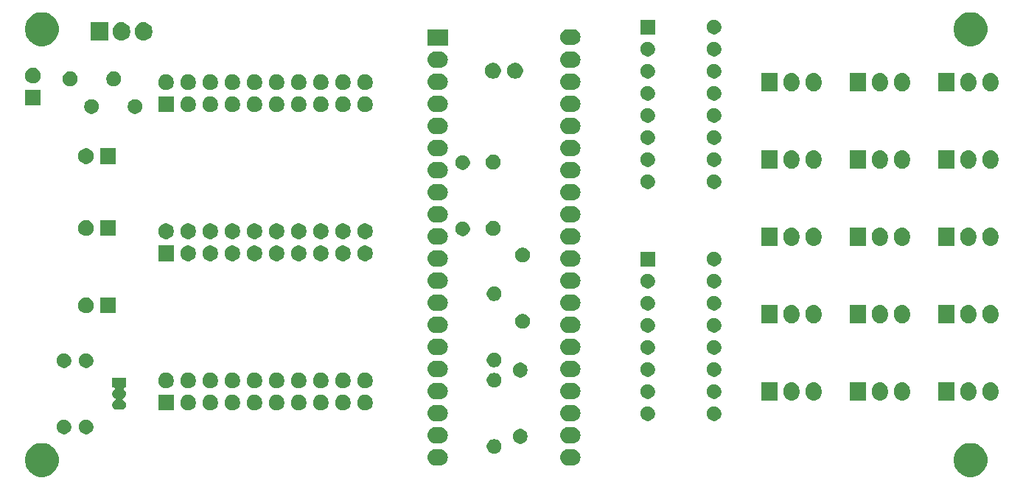
<source format=gbr>
G04 #@! TF.GenerationSoftware,KiCad,Pcbnew,5.1.6+dfsg1-1*
G04 #@! TF.CreationDate,2021-04-10T12:13:44+02:00*
G04 #@! TF.ProjectId,xfaders,78666164-6572-4732-9e6b-696361645f70,rev?*
G04 #@! TF.SameCoordinates,Original*
G04 #@! TF.FileFunction,Soldermask,Bot*
G04 #@! TF.FilePolarity,Negative*
%FSLAX46Y46*%
G04 Gerber Fmt 4.6, Leading zero omitted, Abs format (unit mm)*
G04 Created by KiCad (PCBNEW 5.1.6+dfsg1-1) date 2021-04-10 12:13:44*
%MOMM*%
%LPD*%
G01*
G04 APERTURE LIST*
%ADD10C,0.100000*%
G04 APERTURE END LIST*
D10*
G36*
X165923085Y-110137975D02*
G01*
X166278143Y-110285045D01*
X166278145Y-110285046D01*
X166597690Y-110498559D01*
X166869441Y-110770310D01*
X167027646Y-111007081D01*
X167082955Y-111089857D01*
X167230025Y-111444915D01*
X167305000Y-111821842D01*
X167305000Y-112206158D01*
X167230025Y-112583085D01*
X167213160Y-112623800D01*
X167082954Y-112938145D01*
X166869441Y-113257690D01*
X166597690Y-113529441D01*
X166278145Y-113742954D01*
X166278144Y-113742955D01*
X166278143Y-113742955D01*
X165923085Y-113890025D01*
X165546158Y-113965000D01*
X165161842Y-113965000D01*
X164784915Y-113890025D01*
X164429857Y-113742955D01*
X164429856Y-113742955D01*
X164429855Y-113742954D01*
X164110310Y-113529441D01*
X163838559Y-113257690D01*
X163625046Y-112938145D01*
X163494840Y-112623800D01*
X163477975Y-112583085D01*
X163403000Y-112206158D01*
X163403000Y-111821842D01*
X163477975Y-111444915D01*
X163625045Y-111089857D01*
X163680354Y-111007081D01*
X163838559Y-110770310D01*
X164110310Y-110498559D01*
X164429855Y-110285046D01*
X164429857Y-110285045D01*
X164784915Y-110137975D01*
X165161842Y-110063000D01*
X165546158Y-110063000D01*
X165923085Y-110137975D01*
G37*
G36*
X59243085Y-110137975D02*
G01*
X59598143Y-110285045D01*
X59598145Y-110285046D01*
X59917690Y-110498559D01*
X60189441Y-110770310D01*
X60347646Y-111007081D01*
X60402955Y-111089857D01*
X60550025Y-111444915D01*
X60625000Y-111821842D01*
X60625000Y-112206158D01*
X60550025Y-112583085D01*
X60533160Y-112623800D01*
X60402954Y-112938145D01*
X60189441Y-113257690D01*
X59917690Y-113529441D01*
X59598145Y-113742954D01*
X59598144Y-113742955D01*
X59598143Y-113742955D01*
X59243085Y-113890025D01*
X58866158Y-113965000D01*
X58481842Y-113965000D01*
X58104915Y-113890025D01*
X57749857Y-113742955D01*
X57749856Y-113742955D01*
X57749855Y-113742954D01*
X57430310Y-113529441D01*
X57158559Y-113257690D01*
X56945046Y-112938145D01*
X56814840Y-112623800D01*
X56797975Y-112583085D01*
X56723000Y-112206158D01*
X56723000Y-111821842D01*
X56797975Y-111444915D01*
X56945045Y-111089857D01*
X57000354Y-111007081D01*
X57158559Y-110770310D01*
X57430310Y-110498559D01*
X57749855Y-110285046D01*
X57749857Y-110285045D01*
X58104915Y-110137975D01*
X58481842Y-110063000D01*
X58866158Y-110063000D01*
X59243085Y-110137975D01*
G37*
G36*
X119820694Y-110807833D02*
G01*
X119993095Y-110860131D01*
X120151983Y-110945058D01*
X120291249Y-111059351D01*
X120405542Y-111198617D01*
X120490469Y-111357505D01*
X120542767Y-111529906D01*
X120560425Y-111709200D01*
X120542767Y-111888494D01*
X120490469Y-112060895D01*
X120405542Y-112219783D01*
X120291249Y-112359049D01*
X120151983Y-112473342D01*
X119993095Y-112558269D01*
X119820694Y-112610567D01*
X119686331Y-112623800D01*
X119073669Y-112623800D01*
X118939306Y-112610567D01*
X118766905Y-112558269D01*
X118608017Y-112473342D01*
X118468751Y-112359049D01*
X118354458Y-112219783D01*
X118269531Y-112060895D01*
X118217233Y-111888494D01*
X118199575Y-111709200D01*
X118217233Y-111529906D01*
X118269531Y-111357505D01*
X118354458Y-111198617D01*
X118468751Y-111059351D01*
X118608017Y-110945058D01*
X118766905Y-110860131D01*
X118939306Y-110807833D01*
X119073669Y-110794600D01*
X119686331Y-110794600D01*
X119820694Y-110807833D01*
G37*
G36*
X104580694Y-110807833D02*
G01*
X104753095Y-110860131D01*
X104911983Y-110945058D01*
X105051249Y-111059351D01*
X105165542Y-111198617D01*
X105250469Y-111357505D01*
X105302767Y-111529906D01*
X105320425Y-111709200D01*
X105302767Y-111888494D01*
X105250469Y-112060895D01*
X105165542Y-112219783D01*
X105051249Y-112359049D01*
X104911983Y-112473342D01*
X104753095Y-112558269D01*
X104580694Y-112610567D01*
X104446331Y-112623800D01*
X103833669Y-112623800D01*
X103699306Y-112610567D01*
X103526905Y-112558269D01*
X103368017Y-112473342D01*
X103228751Y-112359049D01*
X103114458Y-112219783D01*
X103029531Y-112060895D01*
X102977233Y-111888494D01*
X102959575Y-111709200D01*
X102977233Y-111529906D01*
X103029531Y-111357505D01*
X103114458Y-111198617D01*
X103228751Y-111059351D01*
X103368017Y-110945058D01*
X103526905Y-110860131D01*
X103699306Y-110807833D01*
X103833669Y-110794600D01*
X104446331Y-110794600D01*
X104580694Y-110807833D01*
G37*
G36*
X110885548Y-109646303D02*
G01*
X111040420Y-109710453D01*
X111179801Y-109803585D01*
X111298335Y-109922119D01*
X111391467Y-110061500D01*
X111455617Y-110216372D01*
X111488320Y-110380784D01*
X111488320Y-110548416D01*
X111455617Y-110712828D01*
X111391467Y-110867700D01*
X111298335Y-111007081D01*
X111179801Y-111125615D01*
X111040420Y-111218747D01*
X110885548Y-111282897D01*
X110721136Y-111315600D01*
X110553504Y-111315600D01*
X110389092Y-111282897D01*
X110234220Y-111218747D01*
X110094839Y-111125615D01*
X109976305Y-111007081D01*
X109883173Y-110867700D01*
X109819023Y-110712828D01*
X109786320Y-110548416D01*
X109786320Y-110380784D01*
X109819023Y-110216372D01*
X109883173Y-110061500D01*
X109976305Y-109922119D01*
X110094839Y-109803585D01*
X110234220Y-109710453D01*
X110389092Y-109646303D01*
X110553504Y-109613600D01*
X110721136Y-109613600D01*
X110885548Y-109646303D01*
G37*
G36*
X113877668Y-108477903D02*
G01*
X114032540Y-108542053D01*
X114171921Y-108635185D01*
X114290455Y-108753719D01*
X114383587Y-108893100D01*
X114447737Y-109047972D01*
X114480440Y-109212384D01*
X114480440Y-109380016D01*
X114447737Y-109544428D01*
X114383587Y-109699300D01*
X114290455Y-109838681D01*
X114171921Y-109957215D01*
X114032540Y-110050347D01*
X113877668Y-110114497D01*
X113713256Y-110147200D01*
X113545624Y-110147200D01*
X113381212Y-110114497D01*
X113226340Y-110050347D01*
X113086959Y-109957215D01*
X112968425Y-109838681D01*
X112875293Y-109699300D01*
X112811143Y-109544428D01*
X112778440Y-109380016D01*
X112778440Y-109212384D01*
X112811143Y-109047972D01*
X112875293Y-108893100D01*
X112968425Y-108753719D01*
X113086959Y-108635185D01*
X113226340Y-108542053D01*
X113381212Y-108477903D01*
X113545624Y-108445200D01*
X113713256Y-108445200D01*
X113877668Y-108477903D01*
G37*
G36*
X104580694Y-108267833D02*
G01*
X104753095Y-108320131D01*
X104911983Y-108405058D01*
X105051249Y-108519351D01*
X105165542Y-108658617D01*
X105250469Y-108817505D01*
X105302767Y-108989906D01*
X105320425Y-109169200D01*
X105302767Y-109348494D01*
X105250469Y-109520895D01*
X105165542Y-109679783D01*
X105051249Y-109819049D01*
X104911983Y-109933342D01*
X104753095Y-110018269D01*
X104580694Y-110070567D01*
X104446331Y-110083800D01*
X103833669Y-110083800D01*
X103699306Y-110070567D01*
X103526905Y-110018269D01*
X103368017Y-109933342D01*
X103228751Y-109819049D01*
X103114458Y-109679783D01*
X103029531Y-109520895D01*
X102977233Y-109348494D01*
X102959575Y-109169200D01*
X102977233Y-108989906D01*
X103029531Y-108817505D01*
X103114458Y-108658617D01*
X103228751Y-108519351D01*
X103368017Y-108405058D01*
X103526905Y-108320131D01*
X103699306Y-108267833D01*
X103833669Y-108254600D01*
X104446331Y-108254600D01*
X104580694Y-108267833D01*
G37*
G36*
X119820694Y-108267833D02*
G01*
X119993095Y-108320131D01*
X120151983Y-108405058D01*
X120291249Y-108519351D01*
X120405542Y-108658617D01*
X120490469Y-108817505D01*
X120542767Y-108989906D01*
X120560425Y-109169200D01*
X120542767Y-109348494D01*
X120490469Y-109520895D01*
X120405542Y-109679783D01*
X120291249Y-109819049D01*
X120151983Y-109933342D01*
X119993095Y-110018269D01*
X119820694Y-110070567D01*
X119686331Y-110083800D01*
X119073669Y-110083800D01*
X118939306Y-110070567D01*
X118766905Y-110018269D01*
X118608017Y-109933342D01*
X118468751Y-109819049D01*
X118354458Y-109679783D01*
X118269531Y-109520895D01*
X118217233Y-109348494D01*
X118199575Y-109169200D01*
X118217233Y-108989906D01*
X118269531Y-108817505D01*
X118354458Y-108658617D01*
X118468751Y-108519351D01*
X118608017Y-108405058D01*
X118766905Y-108320131D01*
X118939306Y-108267833D01*
X119073669Y-108254600D01*
X119686331Y-108254600D01*
X119820694Y-108267833D01*
G37*
G36*
X61462228Y-107385703D02*
G01*
X61617100Y-107449853D01*
X61756481Y-107542985D01*
X61875015Y-107661519D01*
X61968147Y-107800900D01*
X62032297Y-107955772D01*
X62065000Y-108120184D01*
X62065000Y-108287816D01*
X62032297Y-108452228D01*
X61968147Y-108607100D01*
X61875015Y-108746481D01*
X61756481Y-108865015D01*
X61617100Y-108958147D01*
X61462228Y-109022297D01*
X61297816Y-109055000D01*
X61130184Y-109055000D01*
X60965772Y-109022297D01*
X60810900Y-108958147D01*
X60671519Y-108865015D01*
X60552985Y-108746481D01*
X60459853Y-108607100D01*
X60395703Y-108452228D01*
X60363000Y-108287816D01*
X60363000Y-108120184D01*
X60395703Y-107955772D01*
X60459853Y-107800900D01*
X60552985Y-107661519D01*
X60671519Y-107542985D01*
X60810900Y-107449853D01*
X60965772Y-107385703D01*
X61130184Y-107353000D01*
X61297816Y-107353000D01*
X61462228Y-107385703D01*
G37*
G36*
X64002228Y-107385703D02*
G01*
X64157100Y-107449853D01*
X64296481Y-107542985D01*
X64415015Y-107661519D01*
X64508147Y-107800900D01*
X64572297Y-107955772D01*
X64605000Y-108120184D01*
X64605000Y-108287816D01*
X64572297Y-108452228D01*
X64508147Y-108607100D01*
X64415015Y-108746481D01*
X64296481Y-108865015D01*
X64157100Y-108958147D01*
X64002228Y-109022297D01*
X63837816Y-109055000D01*
X63670184Y-109055000D01*
X63505772Y-109022297D01*
X63350900Y-108958147D01*
X63211519Y-108865015D01*
X63092985Y-108746481D01*
X62999853Y-108607100D01*
X62935703Y-108452228D01*
X62903000Y-108287816D01*
X62903000Y-108120184D01*
X62935703Y-107955772D01*
X62999853Y-107800900D01*
X63092985Y-107661519D01*
X63211519Y-107542985D01*
X63350900Y-107449853D01*
X63505772Y-107385703D01*
X63670184Y-107353000D01*
X63837816Y-107353000D01*
X64002228Y-107385703D01*
G37*
G36*
X119820694Y-105727833D02*
G01*
X119993095Y-105780131D01*
X120151983Y-105865058D01*
X120291249Y-105979351D01*
X120405542Y-106118617D01*
X120490469Y-106277505D01*
X120542767Y-106449906D01*
X120560425Y-106629200D01*
X120542767Y-106808494D01*
X120490469Y-106980895D01*
X120405542Y-107139783D01*
X120291249Y-107279049D01*
X120151983Y-107393342D01*
X119993095Y-107478269D01*
X119820694Y-107530567D01*
X119686331Y-107543800D01*
X119073669Y-107543800D01*
X118939306Y-107530567D01*
X118766905Y-107478269D01*
X118608017Y-107393342D01*
X118468751Y-107279049D01*
X118354458Y-107139783D01*
X118269531Y-106980895D01*
X118217233Y-106808494D01*
X118199575Y-106629200D01*
X118217233Y-106449906D01*
X118269531Y-106277505D01*
X118354458Y-106118617D01*
X118468751Y-105979351D01*
X118608017Y-105865058D01*
X118766905Y-105780131D01*
X118939306Y-105727833D01*
X119073669Y-105714600D01*
X119686331Y-105714600D01*
X119820694Y-105727833D01*
G37*
G36*
X104580694Y-105727833D02*
G01*
X104753095Y-105780131D01*
X104911983Y-105865058D01*
X105051249Y-105979351D01*
X105165542Y-106118617D01*
X105250469Y-106277505D01*
X105302767Y-106449906D01*
X105320425Y-106629200D01*
X105302767Y-106808494D01*
X105250469Y-106980895D01*
X105165542Y-107139783D01*
X105051249Y-107279049D01*
X104911983Y-107393342D01*
X104753095Y-107478269D01*
X104580694Y-107530567D01*
X104446331Y-107543800D01*
X103833669Y-107543800D01*
X103699306Y-107530567D01*
X103526905Y-107478269D01*
X103368017Y-107393342D01*
X103228751Y-107279049D01*
X103114458Y-107139783D01*
X103029531Y-106980895D01*
X102977233Y-106808494D01*
X102959575Y-106629200D01*
X102977233Y-106449906D01*
X103029531Y-106277505D01*
X103114458Y-106118617D01*
X103228751Y-105979351D01*
X103368017Y-105865058D01*
X103526905Y-105780131D01*
X103699306Y-105727833D01*
X103833669Y-105714600D01*
X104446331Y-105714600D01*
X104580694Y-105727833D01*
G37*
G36*
X128518228Y-105861703D02*
G01*
X128673100Y-105925853D01*
X128812481Y-106018985D01*
X128931015Y-106137519D01*
X129024147Y-106276900D01*
X129088297Y-106431772D01*
X129121000Y-106596184D01*
X129121000Y-106763816D01*
X129088297Y-106928228D01*
X129024147Y-107083100D01*
X128931015Y-107222481D01*
X128812481Y-107341015D01*
X128673100Y-107434147D01*
X128518228Y-107498297D01*
X128353816Y-107531000D01*
X128186184Y-107531000D01*
X128021772Y-107498297D01*
X127866900Y-107434147D01*
X127727519Y-107341015D01*
X127608985Y-107222481D01*
X127515853Y-107083100D01*
X127451703Y-106928228D01*
X127419000Y-106763816D01*
X127419000Y-106596184D01*
X127451703Y-106431772D01*
X127515853Y-106276900D01*
X127608985Y-106137519D01*
X127727519Y-106018985D01*
X127866900Y-105925853D01*
X128021772Y-105861703D01*
X128186184Y-105829000D01*
X128353816Y-105829000D01*
X128518228Y-105861703D01*
G37*
G36*
X136138228Y-105861703D02*
G01*
X136293100Y-105925853D01*
X136432481Y-106018985D01*
X136551015Y-106137519D01*
X136644147Y-106276900D01*
X136708297Y-106431772D01*
X136741000Y-106596184D01*
X136741000Y-106763816D01*
X136708297Y-106928228D01*
X136644147Y-107083100D01*
X136551015Y-107222481D01*
X136432481Y-107341015D01*
X136293100Y-107434147D01*
X136138228Y-107498297D01*
X135973816Y-107531000D01*
X135806184Y-107531000D01*
X135641772Y-107498297D01*
X135486900Y-107434147D01*
X135347519Y-107341015D01*
X135228985Y-107222481D01*
X135135853Y-107083100D01*
X135071703Y-106928228D01*
X135039000Y-106763816D01*
X135039000Y-106596184D01*
X135071703Y-106431772D01*
X135135853Y-106276900D01*
X135228985Y-106137519D01*
X135347519Y-106018985D01*
X135486900Y-105925853D01*
X135641772Y-105861703D01*
X135806184Y-105829000D01*
X135973816Y-105829000D01*
X136138228Y-105861703D01*
G37*
G36*
X95918513Y-104513927D02*
G01*
X96067813Y-104543624D01*
X96231785Y-104611544D01*
X96379355Y-104710147D01*
X96504854Y-104835646D01*
X96603457Y-104983216D01*
X96671377Y-105147188D01*
X96706001Y-105321259D01*
X96706001Y-105498741D01*
X96671377Y-105672812D01*
X96603457Y-105836784D01*
X96504854Y-105984354D01*
X96379355Y-106109853D01*
X96231785Y-106208456D01*
X96067813Y-106276376D01*
X95918513Y-106306073D01*
X95893743Y-106311000D01*
X95716259Y-106311000D01*
X95691489Y-106306073D01*
X95542189Y-106276376D01*
X95378217Y-106208456D01*
X95230647Y-106109853D01*
X95105148Y-105984354D01*
X95006545Y-105836784D01*
X94938625Y-105672812D01*
X94904001Y-105498741D01*
X94904001Y-105321259D01*
X94938625Y-105147188D01*
X95006545Y-104983216D01*
X95105148Y-104835646D01*
X95230647Y-104710147D01*
X95378217Y-104611544D01*
X95542189Y-104543624D01*
X95691489Y-104513927D01*
X95716259Y-104509000D01*
X95893743Y-104509000D01*
X95918513Y-104513927D01*
G37*
G36*
X93378513Y-104513927D02*
G01*
X93527813Y-104543624D01*
X93691785Y-104611544D01*
X93839355Y-104710147D01*
X93964854Y-104835646D01*
X94063457Y-104983216D01*
X94131377Y-105147188D01*
X94166001Y-105321259D01*
X94166001Y-105498741D01*
X94131377Y-105672812D01*
X94063457Y-105836784D01*
X93964854Y-105984354D01*
X93839355Y-106109853D01*
X93691785Y-106208456D01*
X93527813Y-106276376D01*
X93378513Y-106306073D01*
X93353743Y-106311000D01*
X93176259Y-106311000D01*
X93151489Y-106306073D01*
X93002189Y-106276376D01*
X92838217Y-106208456D01*
X92690647Y-106109853D01*
X92565148Y-105984354D01*
X92466545Y-105836784D01*
X92398625Y-105672812D01*
X92364001Y-105498741D01*
X92364001Y-105321259D01*
X92398625Y-105147188D01*
X92466545Y-104983216D01*
X92565148Y-104835646D01*
X92690647Y-104710147D01*
X92838217Y-104611544D01*
X93002189Y-104543624D01*
X93151489Y-104513927D01*
X93176259Y-104509000D01*
X93353743Y-104509000D01*
X93378513Y-104513927D01*
G37*
G36*
X90838513Y-104513927D02*
G01*
X90987813Y-104543624D01*
X91151785Y-104611544D01*
X91299355Y-104710147D01*
X91424854Y-104835646D01*
X91523457Y-104983216D01*
X91591377Y-105147188D01*
X91626001Y-105321259D01*
X91626001Y-105498741D01*
X91591377Y-105672812D01*
X91523457Y-105836784D01*
X91424854Y-105984354D01*
X91299355Y-106109853D01*
X91151785Y-106208456D01*
X90987813Y-106276376D01*
X90838513Y-106306073D01*
X90813743Y-106311000D01*
X90636259Y-106311000D01*
X90611489Y-106306073D01*
X90462189Y-106276376D01*
X90298217Y-106208456D01*
X90150647Y-106109853D01*
X90025148Y-105984354D01*
X89926545Y-105836784D01*
X89858625Y-105672812D01*
X89824001Y-105498741D01*
X89824001Y-105321259D01*
X89858625Y-105147188D01*
X89926545Y-104983216D01*
X90025148Y-104835646D01*
X90150647Y-104710147D01*
X90298217Y-104611544D01*
X90462189Y-104543624D01*
X90611489Y-104513927D01*
X90636259Y-104509000D01*
X90813743Y-104509000D01*
X90838513Y-104513927D01*
G37*
G36*
X80678513Y-104513927D02*
G01*
X80827813Y-104543624D01*
X80991785Y-104611544D01*
X81139355Y-104710147D01*
X81264854Y-104835646D01*
X81363457Y-104983216D01*
X81431377Y-105147188D01*
X81466001Y-105321259D01*
X81466001Y-105498741D01*
X81431377Y-105672812D01*
X81363457Y-105836784D01*
X81264854Y-105984354D01*
X81139355Y-106109853D01*
X80991785Y-106208456D01*
X80827813Y-106276376D01*
X80678513Y-106306073D01*
X80653743Y-106311000D01*
X80476259Y-106311000D01*
X80451489Y-106306073D01*
X80302189Y-106276376D01*
X80138217Y-106208456D01*
X79990647Y-106109853D01*
X79865148Y-105984354D01*
X79766545Y-105836784D01*
X79698625Y-105672812D01*
X79664001Y-105498741D01*
X79664001Y-105321259D01*
X79698625Y-105147188D01*
X79766545Y-104983216D01*
X79865148Y-104835646D01*
X79990647Y-104710147D01*
X80138217Y-104611544D01*
X80302189Y-104543624D01*
X80451489Y-104513927D01*
X80476259Y-104509000D01*
X80653743Y-104509000D01*
X80678513Y-104513927D01*
G37*
G36*
X83218513Y-104513927D02*
G01*
X83367813Y-104543624D01*
X83531785Y-104611544D01*
X83679355Y-104710147D01*
X83804854Y-104835646D01*
X83903457Y-104983216D01*
X83971377Y-105147188D01*
X84006001Y-105321259D01*
X84006001Y-105498741D01*
X83971377Y-105672812D01*
X83903457Y-105836784D01*
X83804854Y-105984354D01*
X83679355Y-106109853D01*
X83531785Y-106208456D01*
X83367813Y-106276376D01*
X83218513Y-106306073D01*
X83193743Y-106311000D01*
X83016259Y-106311000D01*
X82991489Y-106306073D01*
X82842189Y-106276376D01*
X82678217Y-106208456D01*
X82530647Y-106109853D01*
X82405148Y-105984354D01*
X82306545Y-105836784D01*
X82238625Y-105672812D01*
X82204001Y-105498741D01*
X82204001Y-105321259D01*
X82238625Y-105147188D01*
X82306545Y-104983216D01*
X82405148Y-104835646D01*
X82530647Y-104710147D01*
X82678217Y-104611544D01*
X82842189Y-104543624D01*
X82991489Y-104513927D01*
X83016259Y-104509000D01*
X83193743Y-104509000D01*
X83218513Y-104513927D01*
G37*
G36*
X85758513Y-104513927D02*
G01*
X85907813Y-104543624D01*
X86071785Y-104611544D01*
X86219355Y-104710147D01*
X86344854Y-104835646D01*
X86443457Y-104983216D01*
X86511377Y-105147188D01*
X86546001Y-105321259D01*
X86546001Y-105498741D01*
X86511377Y-105672812D01*
X86443457Y-105836784D01*
X86344854Y-105984354D01*
X86219355Y-106109853D01*
X86071785Y-106208456D01*
X85907813Y-106276376D01*
X85758513Y-106306073D01*
X85733743Y-106311000D01*
X85556259Y-106311000D01*
X85531489Y-106306073D01*
X85382189Y-106276376D01*
X85218217Y-106208456D01*
X85070647Y-106109853D01*
X84945148Y-105984354D01*
X84846545Y-105836784D01*
X84778625Y-105672812D01*
X84744001Y-105498741D01*
X84744001Y-105321259D01*
X84778625Y-105147188D01*
X84846545Y-104983216D01*
X84945148Y-104835646D01*
X85070647Y-104710147D01*
X85218217Y-104611544D01*
X85382189Y-104543624D01*
X85531489Y-104513927D01*
X85556259Y-104509000D01*
X85733743Y-104509000D01*
X85758513Y-104513927D01*
G37*
G36*
X73846001Y-106311000D02*
G01*
X72044001Y-106311000D01*
X72044001Y-104509000D01*
X73846001Y-104509000D01*
X73846001Y-106311000D01*
G37*
G36*
X88298513Y-104513927D02*
G01*
X88447813Y-104543624D01*
X88611785Y-104611544D01*
X88759355Y-104710147D01*
X88884854Y-104835646D01*
X88983457Y-104983216D01*
X89051377Y-105147188D01*
X89086001Y-105321259D01*
X89086001Y-105498741D01*
X89051377Y-105672812D01*
X88983457Y-105836784D01*
X88884854Y-105984354D01*
X88759355Y-106109853D01*
X88611785Y-106208456D01*
X88447813Y-106276376D01*
X88298513Y-106306073D01*
X88273743Y-106311000D01*
X88096259Y-106311000D01*
X88071489Y-106306073D01*
X87922189Y-106276376D01*
X87758217Y-106208456D01*
X87610647Y-106109853D01*
X87485148Y-105984354D01*
X87386545Y-105836784D01*
X87318625Y-105672812D01*
X87284001Y-105498741D01*
X87284001Y-105321259D01*
X87318625Y-105147188D01*
X87386545Y-104983216D01*
X87485148Y-104835646D01*
X87610647Y-104710147D01*
X87758217Y-104611544D01*
X87922189Y-104543624D01*
X88071489Y-104513927D01*
X88096259Y-104509000D01*
X88273743Y-104509000D01*
X88298513Y-104513927D01*
G37*
G36*
X78138513Y-104513927D02*
G01*
X78287813Y-104543624D01*
X78451785Y-104611544D01*
X78599355Y-104710147D01*
X78724854Y-104835646D01*
X78823457Y-104983216D01*
X78891377Y-105147188D01*
X78926001Y-105321259D01*
X78926001Y-105498741D01*
X78891377Y-105672812D01*
X78823457Y-105836784D01*
X78724854Y-105984354D01*
X78599355Y-106109853D01*
X78451785Y-106208456D01*
X78287813Y-106276376D01*
X78138513Y-106306073D01*
X78113743Y-106311000D01*
X77936259Y-106311000D01*
X77911489Y-106306073D01*
X77762189Y-106276376D01*
X77598217Y-106208456D01*
X77450647Y-106109853D01*
X77325148Y-105984354D01*
X77226545Y-105836784D01*
X77158625Y-105672812D01*
X77124001Y-105498741D01*
X77124001Y-105321259D01*
X77158625Y-105147188D01*
X77226545Y-104983216D01*
X77325148Y-104835646D01*
X77450647Y-104710147D01*
X77598217Y-104611544D01*
X77762189Y-104543624D01*
X77911489Y-104513927D01*
X77936259Y-104509000D01*
X78113743Y-104509000D01*
X78138513Y-104513927D01*
G37*
G36*
X75598513Y-104513927D02*
G01*
X75747813Y-104543624D01*
X75911785Y-104611544D01*
X76059355Y-104710147D01*
X76184854Y-104835646D01*
X76283457Y-104983216D01*
X76351377Y-105147188D01*
X76386001Y-105321259D01*
X76386001Y-105498741D01*
X76351377Y-105672812D01*
X76283457Y-105836784D01*
X76184854Y-105984354D01*
X76059355Y-106109853D01*
X75911785Y-106208456D01*
X75747813Y-106276376D01*
X75598513Y-106306073D01*
X75573743Y-106311000D01*
X75396259Y-106311000D01*
X75371489Y-106306073D01*
X75222189Y-106276376D01*
X75058217Y-106208456D01*
X74910647Y-106109853D01*
X74785148Y-105984354D01*
X74686545Y-105836784D01*
X74618625Y-105672812D01*
X74584001Y-105498741D01*
X74584001Y-105321259D01*
X74618625Y-105147188D01*
X74686545Y-104983216D01*
X74785148Y-104835646D01*
X74910647Y-104710147D01*
X75058217Y-104611544D01*
X75222189Y-104543624D01*
X75371489Y-104513927D01*
X75396259Y-104509000D01*
X75573743Y-104509000D01*
X75598513Y-104513927D01*
G37*
G36*
X68365000Y-103700000D02*
G01*
X68200660Y-103700000D01*
X68176274Y-103702402D01*
X68152825Y-103709515D01*
X68131214Y-103721066D01*
X68112272Y-103736611D01*
X68096727Y-103755553D01*
X68085176Y-103777164D01*
X68078063Y-103800613D01*
X68075661Y-103824999D01*
X68078063Y-103849385D01*
X68085176Y-103872834D01*
X68096727Y-103894445D01*
X68112272Y-103913387D01*
X68121345Y-103921609D01*
X68198264Y-103984736D01*
X68270244Y-104072443D01*
X68304429Y-104136399D01*
X68323728Y-104172505D01*
X68323729Y-104172508D01*
X68356666Y-104281084D01*
X68367787Y-104394000D01*
X68356666Y-104506916D01*
X68323729Y-104615492D01*
X68323728Y-104615495D01*
X68309436Y-104642233D01*
X68270244Y-104715557D01*
X68198264Y-104803264D01*
X68110557Y-104875244D01*
X68029141Y-104918761D01*
X68008766Y-104932375D01*
X67991439Y-104949702D01*
X67977826Y-104970076D01*
X67968448Y-104992715D01*
X67963668Y-105016748D01*
X67963668Y-105041252D01*
X67968448Y-105065285D01*
X67977826Y-105087924D01*
X67991440Y-105108299D01*
X68008767Y-105125626D01*
X68029141Y-105139239D01*
X68110557Y-105182756D01*
X68198264Y-105254736D01*
X68270244Y-105342443D01*
X68304429Y-105406399D01*
X68323728Y-105442505D01*
X68323729Y-105442508D01*
X68356666Y-105551084D01*
X68367787Y-105664000D01*
X68356666Y-105776916D01*
X68329927Y-105865059D01*
X68323728Y-105885495D01*
X68304429Y-105921601D01*
X68270244Y-105985557D01*
X68198264Y-106073264D01*
X68110557Y-106145244D01*
X68046601Y-106179429D01*
X68010495Y-106198728D01*
X68010492Y-106198729D01*
X67901916Y-106231666D01*
X67817298Y-106240000D01*
X67310702Y-106240000D01*
X67226084Y-106231666D01*
X67117508Y-106198729D01*
X67117505Y-106198728D01*
X67081399Y-106179429D01*
X67017443Y-106145244D01*
X66929736Y-106073264D01*
X66857756Y-105985557D01*
X66823571Y-105921601D01*
X66804272Y-105885495D01*
X66798073Y-105865059D01*
X66771334Y-105776916D01*
X66760213Y-105664000D01*
X66771334Y-105551084D01*
X66804271Y-105442508D01*
X66804272Y-105442505D01*
X66823571Y-105406399D01*
X66857756Y-105342443D01*
X66929736Y-105254736D01*
X67017443Y-105182756D01*
X67098859Y-105139239D01*
X67119234Y-105125625D01*
X67136561Y-105108298D01*
X67150174Y-105087924D01*
X67159552Y-105065285D01*
X67164332Y-105041252D01*
X67164332Y-105016748D01*
X67159552Y-104992715D01*
X67150174Y-104970076D01*
X67136560Y-104949701D01*
X67119233Y-104932374D01*
X67098859Y-104918761D01*
X67017443Y-104875244D01*
X66929736Y-104803264D01*
X66857756Y-104715557D01*
X66818564Y-104642233D01*
X66804272Y-104615495D01*
X66804271Y-104615492D01*
X66771334Y-104506916D01*
X66760213Y-104394000D01*
X66771334Y-104281084D01*
X66804271Y-104172508D01*
X66804272Y-104172505D01*
X66823571Y-104136399D01*
X66857756Y-104072443D01*
X66929736Y-103984736D01*
X67006646Y-103921617D01*
X67023965Y-103904298D01*
X67037579Y-103883923D01*
X67046957Y-103861284D01*
X67051737Y-103837251D01*
X67051737Y-103812747D01*
X67046957Y-103788714D01*
X67037579Y-103766075D01*
X67023966Y-103745701D01*
X67006639Y-103728374D01*
X66986264Y-103714760D01*
X66963625Y-103705382D01*
X66939592Y-103700602D01*
X66927340Y-103700000D01*
X66763000Y-103700000D01*
X66763000Y-102548000D01*
X68365000Y-102548000D01*
X68365000Y-103700000D01*
G37*
G36*
X157643467Y-103085668D02*
G01*
X157659567Y-103087254D01*
X157745899Y-103113443D01*
X157832233Y-103139632D01*
X157991364Y-103224689D01*
X158130844Y-103339156D01*
X158245311Y-103478635D01*
X158330368Y-103637766D01*
X158382746Y-103810433D01*
X158396000Y-103945002D01*
X158396000Y-104334997D01*
X158385570Y-104440895D01*
X158382746Y-104469567D01*
X158371417Y-104506914D01*
X158330368Y-104642234D01*
X158245311Y-104801365D01*
X158130844Y-104940844D01*
X157991365Y-105055311D01*
X157832234Y-105140368D01*
X157659568Y-105192746D01*
X157643468Y-105194332D01*
X157480000Y-105210432D01*
X157316533Y-105194332D01*
X157300433Y-105192746D01*
X157127767Y-105140368D01*
X156968636Y-105055311D01*
X156829157Y-104940844D01*
X156714689Y-104801365D01*
X156629632Y-104642234D01*
X156577254Y-104469567D01*
X156564000Y-104334998D01*
X156564000Y-103945003D01*
X156577254Y-103810434D01*
X156577255Y-103810432D01*
X156606276Y-103714760D01*
X156629632Y-103637767D01*
X156714689Y-103478636D01*
X156829156Y-103339156D01*
X156968635Y-103224689D01*
X157127766Y-103139632D01*
X157214100Y-103113443D01*
X157300432Y-103087254D01*
X157316532Y-103085668D01*
X157480000Y-103069568D01*
X157643467Y-103085668D01*
G37*
G36*
X165263467Y-103085668D02*
G01*
X165279567Y-103087254D01*
X165365899Y-103113443D01*
X165452233Y-103139632D01*
X165611364Y-103224689D01*
X165750844Y-103339156D01*
X165865311Y-103478635D01*
X165950368Y-103637766D01*
X166002746Y-103810433D01*
X166016000Y-103945002D01*
X166016000Y-104334997D01*
X166005570Y-104440895D01*
X166002746Y-104469567D01*
X165991417Y-104506914D01*
X165950368Y-104642234D01*
X165865311Y-104801365D01*
X165750844Y-104940844D01*
X165611365Y-105055311D01*
X165452234Y-105140368D01*
X165279568Y-105192746D01*
X165263468Y-105194332D01*
X165100000Y-105210432D01*
X164936533Y-105194332D01*
X164920433Y-105192746D01*
X164747767Y-105140368D01*
X164588636Y-105055311D01*
X164449157Y-104940844D01*
X164334689Y-104801365D01*
X164249632Y-104642234D01*
X164197254Y-104469567D01*
X164184000Y-104334998D01*
X164184000Y-103945003D01*
X164197254Y-103810434D01*
X164197255Y-103810432D01*
X164226276Y-103714760D01*
X164249632Y-103637767D01*
X164334689Y-103478636D01*
X164449156Y-103339156D01*
X164588635Y-103224689D01*
X164747766Y-103139632D01*
X164834100Y-103113443D01*
X164920432Y-103087254D01*
X164936532Y-103085668D01*
X165100000Y-103069568D01*
X165263467Y-103085668D01*
G37*
G36*
X155103467Y-103085668D02*
G01*
X155119567Y-103087254D01*
X155205899Y-103113443D01*
X155292233Y-103139632D01*
X155451364Y-103224689D01*
X155590844Y-103339156D01*
X155705311Y-103478635D01*
X155790368Y-103637766D01*
X155842746Y-103810433D01*
X155856000Y-103945002D01*
X155856000Y-104334997D01*
X155845570Y-104440895D01*
X155842746Y-104469567D01*
X155831417Y-104506914D01*
X155790368Y-104642234D01*
X155705311Y-104801365D01*
X155590844Y-104940844D01*
X155451365Y-105055311D01*
X155292234Y-105140368D01*
X155119568Y-105192746D01*
X155103468Y-105194332D01*
X154940000Y-105210432D01*
X154776533Y-105194332D01*
X154760433Y-105192746D01*
X154587767Y-105140368D01*
X154428636Y-105055311D01*
X154289157Y-104940844D01*
X154174689Y-104801365D01*
X154089632Y-104642234D01*
X154037254Y-104469567D01*
X154024000Y-104334998D01*
X154024000Y-103945003D01*
X154037254Y-103810434D01*
X154037255Y-103810432D01*
X154066276Y-103714760D01*
X154089632Y-103637767D01*
X154174689Y-103478636D01*
X154289156Y-103339156D01*
X154428635Y-103224689D01*
X154587766Y-103139632D01*
X154674100Y-103113443D01*
X154760432Y-103087254D01*
X154776532Y-103085668D01*
X154940000Y-103069568D01*
X155103467Y-103085668D01*
G37*
G36*
X144943467Y-103085668D02*
G01*
X144959567Y-103087254D01*
X145045899Y-103113443D01*
X145132233Y-103139632D01*
X145291364Y-103224689D01*
X145430844Y-103339156D01*
X145545311Y-103478635D01*
X145630368Y-103637766D01*
X145682746Y-103810433D01*
X145696000Y-103945002D01*
X145696000Y-104334997D01*
X145685570Y-104440895D01*
X145682746Y-104469567D01*
X145671417Y-104506914D01*
X145630368Y-104642234D01*
X145545311Y-104801365D01*
X145430844Y-104940844D01*
X145291365Y-105055311D01*
X145132234Y-105140368D01*
X144959568Y-105192746D01*
X144943468Y-105194332D01*
X144780000Y-105210432D01*
X144616533Y-105194332D01*
X144600433Y-105192746D01*
X144427767Y-105140368D01*
X144268636Y-105055311D01*
X144129157Y-104940844D01*
X144014689Y-104801365D01*
X143929632Y-104642234D01*
X143877254Y-104469567D01*
X143864000Y-104334998D01*
X143864000Y-103945003D01*
X143877254Y-103810434D01*
X143877255Y-103810432D01*
X143906276Y-103714760D01*
X143929632Y-103637767D01*
X144014689Y-103478636D01*
X144129156Y-103339156D01*
X144268635Y-103224689D01*
X144427766Y-103139632D01*
X144514100Y-103113443D01*
X144600432Y-103087254D01*
X144616532Y-103085668D01*
X144780000Y-103069568D01*
X144943467Y-103085668D01*
G37*
G36*
X167803467Y-103085668D02*
G01*
X167819567Y-103087254D01*
X167905899Y-103113443D01*
X167992233Y-103139632D01*
X168151364Y-103224689D01*
X168290844Y-103339156D01*
X168405311Y-103478635D01*
X168490368Y-103637766D01*
X168542746Y-103810433D01*
X168556000Y-103945002D01*
X168556000Y-104334997D01*
X168545570Y-104440895D01*
X168542746Y-104469567D01*
X168531417Y-104506914D01*
X168490368Y-104642234D01*
X168405311Y-104801365D01*
X168290844Y-104940844D01*
X168151365Y-105055311D01*
X167992234Y-105140368D01*
X167819568Y-105192746D01*
X167803468Y-105194332D01*
X167640000Y-105210432D01*
X167476533Y-105194332D01*
X167460433Y-105192746D01*
X167287767Y-105140368D01*
X167128636Y-105055311D01*
X166989157Y-104940844D01*
X166874689Y-104801365D01*
X166789632Y-104642234D01*
X166737254Y-104469567D01*
X166724000Y-104334998D01*
X166724000Y-103945003D01*
X166737254Y-103810434D01*
X166737255Y-103810432D01*
X166766276Y-103714760D01*
X166789632Y-103637767D01*
X166874689Y-103478636D01*
X166989156Y-103339156D01*
X167128635Y-103224689D01*
X167287766Y-103139632D01*
X167374100Y-103113443D01*
X167460432Y-103087254D01*
X167476532Y-103085668D01*
X167640000Y-103069568D01*
X167803467Y-103085668D01*
G37*
G36*
X147483467Y-103085668D02*
G01*
X147499567Y-103087254D01*
X147585899Y-103113443D01*
X147672233Y-103139632D01*
X147831364Y-103224689D01*
X147970844Y-103339156D01*
X148085311Y-103478635D01*
X148170368Y-103637766D01*
X148222746Y-103810433D01*
X148236000Y-103945002D01*
X148236000Y-104334997D01*
X148225570Y-104440895D01*
X148222746Y-104469567D01*
X148211417Y-104506914D01*
X148170368Y-104642234D01*
X148085311Y-104801365D01*
X147970844Y-104940844D01*
X147831365Y-105055311D01*
X147672234Y-105140368D01*
X147499568Y-105192746D01*
X147483468Y-105194332D01*
X147320000Y-105210432D01*
X147156533Y-105194332D01*
X147140433Y-105192746D01*
X146967767Y-105140368D01*
X146808636Y-105055311D01*
X146669157Y-104940844D01*
X146554689Y-104801365D01*
X146469632Y-104642234D01*
X146417254Y-104469567D01*
X146404000Y-104334998D01*
X146404000Y-103945003D01*
X146417254Y-103810434D01*
X146417255Y-103810432D01*
X146446276Y-103714760D01*
X146469632Y-103637767D01*
X146554689Y-103478636D01*
X146669156Y-103339156D01*
X146808635Y-103224689D01*
X146967766Y-103139632D01*
X147054100Y-103113443D01*
X147140432Y-103087254D01*
X147156532Y-103085668D01*
X147320000Y-103069568D01*
X147483467Y-103085668D01*
G37*
G36*
X163476000Y-105206000D02*
G01*
X161644000Y-105206000D01*
X161644000Y-103074000D01*
X163476000Y-103074000D01*
X163476000Y-105206000D01*
G37*
G36*
X153316000Y-105206000D02*
G01*
X151484000Y-105206000D01*
X151484000Y-103074000D01*
X153316000Y-103074000D01*
X153316000Y-105206000D01*
G37*
G36*
X143156000Y-105206000D02*
G01*
X141324000Y-105206000D01*
X141324000Y-103074000D01*
X143156000Y-103074000D01*
X143156000Y-105206000D01*
G37*
G36*
X104580694Y-103187833D02*
G01*
X104753095Y-103240131D01*
X104911983Y-103325058D01*
X105051249Y-103439351D01*
X105165542Y-103578617D01*
X105250469Y-103737505D01*
X105302767Y-103909906D01*
X105320425Y-104089200D01*
X105302767Y-104268494D01*
X105250469Y-104440895D01*
X105165542Y-104599783D01*
X105051249Y-104739049D01*
X104911983Y-104853342D01*
X104753095Y-104938269D01*
X104580694Y-104990567D01*
X104446331Y-105003800D01*
X103833669Y-105003800D01*
X103699306Y-104990567D01*
X103526905Y-104938269D01*
X103368017Y-104853342D01*
X103228751Y-104739049D01*
X103114458Y-104599783D01*
X103029531Y-104440895D01*
X102977233Y-104268494D01*
X102959575Y-104089200D01*
X102977233Y-103909906D01*
X103029531Y-103737505D01*
X103114458Y-103578617D01*
X103228751Y-103439351D01*
X103368017Y-103325058D01*
X103526905Y-103240131D01*
X103699306Y-103187833D01*
X103833669Y-103174600D01*
X104446331Y-103174600D01*
X104580694Y-103187833D01*
G37*
G36*
X119820694Y-103187833D02*
G01*
X119993095Y-103240131D01*
X120151983Y-103325058D01*
X120291249Y-103439351D01*
X120405542Y-103578617D01*
X120490469Y-103737505D01*
X120542767Y-103909906D01*
X120560425Y-104089200D01*
X120542767Y-104268494D01*
X120490469Y-104440895D01*
X120405542Y-104599783D01*
X120291249Y-104739049D01*
X120151983Y-104853342D01*
X119993095Y-104938269D01*
X119820694Y-104990567D01*
X119686331Y-105003800D01*
X119073669Y-105003800D01*
X118939306Y-104990567D01*
X118766905Y-104938269D01*
X118608017Y-104853342D01*
X118468751Y-104739049D01*
X118354458Y-104599783D01*
X118269531Y-104440895D01*
X118217233Y-104268494D01*
X118199575Y-104089200D01*
X118217233Y-103909906D01*
X118269531Y-103737505D01*
X118354458Y-103578617D01*
X118468751Y-103439351D01*
X118608017Y-103325058D01*
X118766905Y-103240131D01*
X118939306Y-103187833D01*
X119073669Y-103174600D01*
X119686331Y-103174600D01*
X119820694Y-103187833D01*
G37*
G36*
X136138228Y-103321703D02*
G01*
X136293100Y-103385853D01*
X136432481Y-103478985D01*
X136551015Y-103597519D01*
X136644147Y-103736900D01*
X136708297Y-103891772D01*
X136741000Y-104056184D01*
X136741000Y-104223816D01*
X136708297Y-104388228D01*
X136644147Y-104543100D01*
X136551015Y-104682481D01*
X136432481Y-104801015D01*
X136293100Y-104894147D01*
X136138228Y-104958297D01*
X135973816Y-104991000D01*
X135806184Y-104991000D01*
X135641772Y-104958297D01*
X135486900Y-104894147D01*
X135347519Y-104801015D01*
X135228985Y-104682481D01*
X135135853Y-104543100D01*
X135071703Y-104388228D01*
X135039000Y-104223816D01*
X135039000Y-104056184D01*
X135071703Y-103891772D01*
X135135853Y-103736900D01*
X135228985Y-103597519D01*
X135347519Y-103478985D01*
X135486900Y-103385853D01*
X135641772Y-103321703D01*
X135806184Y-103289000D01*
X135973816Y-103289000D01*
X136138228Y-103321703D01*
G37*
G36*
X128518228Y-103321703D02*
G01*
X128673100Y-103385853D01*
X128812481Y-103478985D01*
X128931015Y-103597519D01*
X129024147Y-103736900D01*
X129088297Y-103891772D01*
X129121000Y-104056184D01*
X129121000Y-104223816D01*
X129088297Y-104388228D01*
X129024147Y-104543100D01*
X128931015Y-104682481D01*
X128812481Y-104801015D01*
X128673100Y-104894147D01*
X128518228Y-104958297D01*
X128353816Y-104991000D01*
X128186184Y-104991000D01*
X128021772Y-104958297D01*
X127866900Y-104894147D01*
X127727519Y-104801015D01*
X127608985Y-104682481D01*
X127515853Y-104543100D01*
X127451703Y-104388228D01*
X127419000Y-104223816D01*
X127419000Y-104056184D01*
X127451703Y-103891772D01*
X127515853Y-103736900D01*
X127608985Y-103597519D01*
X127727519Y-103478985D01*
X127866900Y-103385853D01*
X128021772Y-103321703D01*
X128186184Y-103289000D01*
X128353816Y-103289000D01*
X128518228Y-103321703D01*
G37*
G36*
X75598513Y-101973927D02*
G01*
X75747813Y-102003624D01*
X75911785Y-102071544D01*
X76059355Y-102170147D01*
X76184854Y-102295646D01*
X76283457Y-102443216D01*
X76351377Y-102607188D01*
X76386001Y-102781259D01*
X76386001Y-102958741D01*
X76351377Y-103132812D01*
X76283457Y-103296784D01*
X76184854Y-103444354D01*
X76059355Y-103569853D01*
X75911785Y-103668456D01*
X75747813Y-103736376D01*
X75598513Y-103766073D01*
X75573743Y-103771000D01*
X75396259Y-103771000D01*
X75371489Y-103766073D01*
X75222189Y-103736376D01*
X75058217Y-103668456D01*
X74910647Y-103569853D01*
X74785148Y-103444354D01*
X74686545Y-103296784D01*
X74618625Y-103132812D01*
X74584001Y-102958741D01*
X74584001Y-102781259D01*
X74618625Y-102607188D01*
X74686545Y-102443216D01*
X74785148Y-102295646D01*
X74910647Y-102170147D01*
X75058217Y-102071544D01*
X75222189Y-102003624D01*
X75371489Y-101973927D01*
X75396259Y-101969000D01*
X75573743Y-101969000D01*
X75598513Y-101973927D01*
G37*
G36*
X78138513Y-101973927D02*
G01*
X78287813Y-102003624D01*
X78451785Y-102071544D01*
X78599355Y-102170147D01*
X78724854Y-102295646D01*
X78823457Y-102443216D01*
X78891377Y-102607188D01*
X78926001Y-102781259D01*
X78926001Y-102958741D01*
X78891377Y-103132812D01*
X78823457Y-103296784D01*
X78724854Y-103444354D01*
X78599355Y-103569853D01*
X78451785Y-103668456D01*
X78287813Y-103736376D01*
X78138513Y-103766073D01*
X78113743Y-103771000D01*
X77936259Y-103771000D01*
X77911489Y-103766073D01*
X77762189Y-103736376D01*
X77598217Y-103668456D01*
X77450647Y-103569853D01*
X77325148Y-103444354D01*
X77226545Y-103296784D01*
X77158625Y-103132812D01*
X77124001Y-102958741D01*
X77124001Y-102781259D01*
X77158625Y-102607188D01*
X77226545Y-102443216D01*
X77325148Y-102295646D01*
X77450647Y-102170147D01*
X77598217Y-102071544D01*
X77762189Y-102003624D01*
X77911489Y-101973927D01*
X77936259Y-101969000D01*
X78113743Y-101969000D01*
X78138513Y-101973927D01*
G37*
G36*
X80678513Y-101973927D02*
G01*
X80827813Y-102003624D01*
X80991785Y-102071544D01*
X81139355Y-102170147D01*
X81264854Y-102295646D01*
X81363457Y-102443216D01*
X81431377Y-102607188D01*
X81466001Y-102781259D01*
X81466001Y-102958741D01*
X81431377Y-103132812D01*
X81363457Y-103296784D01*
X81264854Y-103444354D01*
X81139355Y-103569853D01*
X80991785Y-103668456D01*
X80827813Y-103736376D01*
X80678513Y-103766073D01*
X80653743Y-103771000D01*
X80476259Y-103771000D01*
X80451489Y-103766073D01*
X80302189Y-103736376D01*
X80138217Y-103668456D01*
X79990647Y-103569853D01*
X79865148Y-103444354D01*
X79766545Y-103296784D01*
X79698625Y-103132812D01*
X79664001Y-102958741D01*
X79664001Y-102781259D01*
X79698625Y-102607188D01*
X79766545Y-102443216D01*
X79865148Y-102295646D01*
X79990647Y-102170147D01*
X80138217Y-102071544D01*
X80302189Y-102003624D01*
X80451489Y-101973927D01*
X80476259Y-101969000D01*
X80653743Y-101969000D01*
X80678513Y-101973927D01*
G37*
G36*
X83218513Y-101973927D02*
G01*
X83367813Y-102003624D01*
X83531785Y-102071544D01*
X83679355Y-102170147D01*
X83804854Y-102295646D01*
X83903457Y-102443216D01*
X83971377Y-102607188D01*
X84006001Y-102781259D01*
X84006001Y-102958741D01*
X83971377Y-103132812D01*
X83903457Y-103296784D01*
X83804854Y-103444354D01*
X83679355Y-103569853D01*
X83531785Y-103668456D01*
X83367813Y-103736376D01*
X83218513Y-103766073D01*
X83193743Y-103771000D01*
X83016259Y-103771000D01*
X82991489Y-103766073D01*
X82842189Y-103736376D01*
X82678217Y-103668456D01*
X82530647Y-103569853D01*
X82405148Y-103444354D01*
X82306545Y-103296784D01*
X82238625Y-103132812D01*
X82204001Y-102958741D01*
X82204001Y-102781259D01*
X82238625Y-102607188D01*
X82306545Y-102443216D01*
X82405148Y-102295646D01*
X82530647Y-102170147D01*
X82678217Y-102071544D01*
X82842189Y-102003624D01*
X82991489Y-101973927D01*
X83016259Y-101969000D01*
X83193743Y-101969000D01*
X83218513Y-101973927D01*
G37*
G36*
X85758513Y-101973927D02*
G01*
X85907813Y-102003624D01*
X86071785Y-102071544D01*
X86219355Y-102170147D01*
X86344854Y-102295646D01*
X86443457Y-102443216D01*
X86511377Y-102607188D01*
X86546001Y-102781259D01*
X86546001Y-102958741D01*
X86511377Y-103132812D01*
X86443457Y-103296784D01*
X86344854Y-103444354D01*
X86219355Y-103569853D01*
X86071785Y-103668456D01*
X85907813Y-103736376D01*
X85758513Y-103766073D01*
X85733743Y-103771000D01*
X85556259Y-103771000D01*
X85531489Y-103766073D01*
X85382189Y-103736376D01*
X85218217Y-103668456D01*
X85070647Y-103569853D01*
X84945148Y-103444354D01*
X84846545Y-103296784D01*
X84778625Y-103132812D01*
X84744001Y-102958741D01*
X84744001Y-102781259D01*
X84778625Y-102607188D01*
X84846545Y-102443216D01*
X84945148Y-102295646D01*
X85070647Y-102170147D01*
X85218217Y-102071544D01*
X85382189Y-102003624D01*
X85531489Y-101973927D01*
X85556259Y-101969000D01*
X85733743Y-101969000D01*
X85758513Y-101973927D01*
G37*
G36*
X73058513Y-101973927D02*
G01*
X73207813Y-102003624D01*
X73371785Y-102071544D01*
X73519355Y-102170147D01*
X73644854Y-102295646D01*
X73743457Y-102443216D01*
X73811377Y-102607188D01*
X73846001Y-102781259D01*
X73846001Y-102958741D01*
X73811377Y-103132812D01*
X73743457Y-103296784D01*
X73644854Y-103444354D01*
X73519355Y-103569853D01*
X73371785Y-103668456D01*
X73207813Y-103736376D01*
X73058513Y-103766073D01*
X73033743Y-103771000D01*
X72856259Y-103771000D01*
X72831489Y-103766073D01*
X72682189Y-103736376D01*
X72518217Y-103668456D01*
X72370647Y-103569853D01*
X72245148Y-103444354D01*
X72146545Y-103296784D01*
X72078625Y-103132812D01*
X72044001Y-102958741D01*
X72044001Y-102781259D01*
X72078625Y-102607188D01*
X72146545Y-102443216D01*
X72245148Y-102295646D01*
X72370647Y-102170147D01*
X72518217Y-102071544D01*
X72682189Y-102003624D01*
X72831489Y-101973927D01*
X72856259Y-101969000D01*
X73033743Y-101969000D01*
X73058513Y-101973927D01*
G37*
G36*
X88298513Y-101973927D02*
G01*
X88447813Y-102003624D01*
X88611785Y-102071544D01*
X88759355Y-102170147D01*
X88884854Y-102295646D01*
X88983457Y-102443216D01*
X89051377Y-102607188D01*
X89086001Y-102781259D01*
X89086001Y-102958741D01*
X89051377Y-103132812D01*
X88983457Y-103296784D01*
X88884854Y-103444354D01*
X88759355Y-103569853D01*
X88611785Y-103668456D01*
X88447813Y-103736376D01*
X88298513Y-103766073D01*
X88273743Y-103771000D01*
X88096259Y-103771000D01*
X88071489Y-103766073D01*
X87922189Y-103736376D01*
X87758217Y-103668456D01*
X87610647Y-103569853D01*
X87485148Y-103444354D01*
X87386545Y-103296784D01*
X87318625Y-103132812D01*
X87284001Y-102958741D01*
X87284001Y-102781259D01*
X87318625Y-102607188D01*
X87386545Y-102443216D01*
X87485148Y-102295646D01*
X87610647Y-102170147D01*
X87758217Y-102071544D01*
X87922189Y-102003624D01*
X88071489Y-101973927D01*
X88096259Y-101969000D01*
X88273743Y-101969000D01*
X88298513Y-101973927D01*
G37*
G36*
X95918513Y-101973927D02*
G01*
X96067813Y-102003624D01*
X96231785Y-102071544D01*
X96379355Y-102170147D01*
X96504854Y-102295646D01*
X96603457Y-102443216D01*
X96671377Y-102607188D01*
X96706001Y-102781259D01*
X96706001Y-102958741D01*
X96671377Y-103132812D01*
X96603457Y-103296784D01*
X96504854Y-103444354D01*
X96379355Y-103569853D01*
X96231785Y-103668456D01*
X96067813Y-103736376D01*
X95918513Y-103766073D01*
X95893743Y-103771000D01*
X95716259Y-103771000D01*
X95691489Y-103766073D01*
X95542189Y-103736376D01*
X95378217Y-103668456D01*
X95230647Y-103569853D01*
X95105148Y-103444354D01*
X95006545Y-103296784D01*
X94938625Y-103132812D01*
X94904001Y-102958741D01*
X94904001Y-102781259D01*
X94938625Y-102607188D01*
X95006545Y-102443216D01*
X95105148Y-102295646D01*
X95230647Y-102170147D01*
X95378217Y-102071544D01*
X95542189Y-102003624D01*
X95691489Y-101973927D01*
X95716259Y-101969000D01*
X95893743Y-101969000D01*
X95918513Y-101973927D01*
G37*
G36*
X93378513Y-101973927D02*
G01*
X93527813Y-102003624D01*
X93691785Y-102071544D01*
X93839355Y-102170147D01*
X93964854Y-102295646D01*
X94063457Y-102443216D01*
X94131377Y-102607188D01*
X94166001Y-102781259D01*
X94166001Y-102958741D01*
X94131377Y-103132812D01*
X94063457Y-103296784D01*
X93964854Y-103444354D01*
X93839355Y-103569853D01*
X93691785Y-103668456D01*
X93527813Y-103736376D01*
X93378513Y-103766073D01*
X93353743Y-103771000D01*
X93176259Y-103771000D01*
X93151489Y-103766073D01*
X93002189Y-103736376D01*
X92838217Y-103668456D01*
X92690647Y-103569853D01*
X92565148Y-103444354D01*
X92466545Y-103296784D01*
X92398625Y-103132812D01*
X92364001Y-102958741D01*
X92364001Y-102781259D01*
X92398625Y-102607188D01*
X92466545Y-102443216D01*
X92565148Y-102295646D01*
X92690647Y-102170147D01*
X92838217Y-102071544D01*
X93002189Y-102003624D01*
X93151489Y-101973927D01*
X93176259Y-101969000D01*
X93353743Y-101969000D01*
X93378513Y-101973927D01*
G37*
G36*
X90838513Y-101973927D02*
G01*
X90987813Y-102003624D01*
X91151785Y-102071544D01*
X91299355Y-102170147D01*
X91424854Y-102295646D01*
X91523457Y-102443216D01*
X91591377Y-102607188D01*
X91626001Y-102781259D01*
X91626001Y-102958741D01*
X91591377Y-103132812D01*
X91523457Y-103296784D01*
X91424854Y-103444354D01*
X91299355Y-103569853D01*
X91151785Y-103668456D01*
X90987813Y-103736376D01*
X90838513Y-103766073D01*
X90813743Y-103771000D01*
X90636259Y-103771000D01*
X90611489Y-103766073D01*
X90462189Y-103736376D01*
X90298217Y-103668456D01*
X90150647Y-103569853D01*
X90025148Y-103444354D01*
X89926545Y-103296784D01*
X89858625Y-103132812D01*
X89824001Y-102958741D01*
X89824001Y-102781259D01*
X89858625Y-102607188D01*
X89926545Y-102443216D01*
X90025148Y-102295646D01*
X90150647Y-102170147D01*
X90298217Y-102071544D01*
X90462189Y-102003624D01*
X90611489Y-101973927D01*
X90636259Y-101969000D01*
X90813743Y-101969000D01*
X90838513Y-101973927D01*
G37*
G36*
X110885548Y-102026303D02*
G01*
X111040420Y-102090453D01*
X111179801Y-102183585D01*
X111298335Y-102302119D01*
X111391467Y-102441500D01*
X111455617Y-102596372D01*
X111488320Y-102760784D01*
X111488320Y-102928416D01*
X111455617Y-103092828D01*
X111391467Y-103247700D01*
X111298335Y-103387081D01*
X111179801Y-103505615D01*
X111040420Y-103598747D01*
X110885548Y-103662897D01*
X110721136Y-103695600D01*
X110553504Y-103695600D01*
X110389092Y-103662897D01*
X110234220Y-103598747D01*
X110094839Y-103505615D01*
X109976305Y-103387081D01*
X109883173Y-103247700D01*
X109819023Y-103092828D01*
X109786320Y-102928416D01*
X109786320Y-102760784D01*
X109819023Y-102596372D01*
X109883173Y-102441500D01*
X109976305Y-102302119D01*
X110094839Y-102183585D01*
X110234220Y-102090453D01*
X110389092Y-102026303D01*
X110553504Y-101993600D01*
X110721136Y-101993600D01*
X110885548Y-102026303D01*
G37*
G36*
X113877668Y-100857903D02*
G01*
X114032540Y-100922053D01*
X114171921Y-101015185D01*
X114290455Y-101133719D01*
X114383587Y-101273100D01*
X114447737Y-101427972D01*
X114480440Y-101592384D01*
X114480440Y-101760016D01*
X114447737Y-101924428D01*
X114383587Y-102079300D01*
X114290455Y-102218681D01*
X114171921Y-102337215D01*
X114032540Y-102430347D01*
X113877668Y-102494497D01*
X113713256Y-102527200D01*
X113545624Y-102527200D01*
X113381212Y-102494497D01*
X113226340Y-102430347D01*
X113086959Y-102337215D01*
X112968425Y-102218681D01*
X112875293Y-102079300D01*
X112811143Y-101924428D01*
X112778440Y-101760016D01*
X112778440Y-101592384D01*
X112811143Y-101427972D01*
X112875293Y-101273100D01*
X112968425Y-101133719D01*
X113086959Y-101015185D01*
X113226340Y-100922053D01*
X113381212Y-100857903D01*
X113545624Y-100825200D01*
X113713256Y-100825200D01*
X113877668Y-100857903D01*
G37*
G36*
X119820694Y-100647833D02*
G01*
X119993095Y-100700131D01*
X120151983Y-100785058D01*
X120291249Y-100899351D01*
X120405542Y-101038617D01*
X120490469Y-101197505D01*
X120542767Y-101369906D01*
X120560425Y-101549200D01*
X120542767Y-101728494D01*
X120490469Y-101900895D01*
X120405542Y-102059783D01*
X120291249Y-102199049D01*
X120151983Y-102313342D01*
X119993095Y-102398269D01*
X119820694Y-102450567D01*
X119686331Y-102463800D01*
X119073669Y-102463800D01*
X118939306Y-102450567D01*
X118766905Y-102398269D01*
X118608017Y-102313342D01*
X118468751Y-102199049D01*
X118354458Y-102059783D01*
X118269531Y-101900895D01*
X118217233Y-101728494D01*
X118199575Y-101549200D01*
X118217233Y-101369906D01*
X118269531Y-101197505D01*
X118354458Y-101038617D01*
X118468751Y-100899351D01*
X118608017Y-100785058D01*
X118766905Y-100700131D01*
X118939306Y-100647833D01*
X119073669Y-100634600D01*
X119686331Y-100634600D01*
X119820694Y-100647833D01*
G37*
G36*
X104580694Y-100647833D02*
G01*
X104753095Y-100700131D01*
X104911983Y-100785058D01*
X105051249Y-100899351D01*
X105165542Y-101038617D01*
X105250469Y-101197505D01*
X105302767Y-101369906D01*
X105320425Y-101549200D01*
X105302767Y-101728494D01*
X105250469Y-101900895D01*
X105165542Y-102059783D01*
X105051249Y-102199049D01*
X104911983Y-102313342D01*
X104753095Y-102398269D01*
X104580694Y-102450567D01*
X104446331Y-102463800D01*
X103833669Y-102463800D01*
X103699306Y-102450567D01*
X103526905Y-102398269D01*
X103368017Y-102313342D01*
X103228751Y-102199049D01*
X103114458Y-102059783D01*
X103029531Y-101900895D01*
X102977233Y-101728494D01*
X102959575Y-101549200D01*
X102977233Y-101369906D01*
X103029531Y-101197505D01*
X103114458Y-101038617D01*
X103228751Y-100899351D01*
X103368017Y-100785058D01*
X103526905Y-100700131D01*
X103699306Y-100647833D01*
X103833669Y-100634600D01*
X104446331Y-100634600D01*
X104580694Y-100647833D01*
G37*
G36*
X136138228Y-100781703D02*
G01*
X136293100Y-100845853D01*
X136432481Y-100938985D01*
X136551015Y-101057519D01*
X136644147Y-101196900D01*
X136708297Y-101351772D01*
X136741000Y-101516184D01*
X136741000Y-101683816D01*
X136708297Y-101848228D01*
X136644147Y-102003100D01*
X136551015Y-102142481D01*
X136432481Y-102261015D01*
X136293100Y-102354147D01*
X136138228Y-102418297D01*
X135973816Y-102451000D01*
X135806184Y-102451000D01*
X135641772Y-102418297D01*
X135486900Y-102354147D01*
X135347519Y-102261015D01*
X135228985Y-102142481D01*
X135135853Y-102003100D01*
X135071703Y-101848228D01*
X135039000Y-101683816D01*
X135039000Y-101516184D01*
X135071703Y-101351772D01*
X135135853Y-101196900D01*
X135228985Y-101057519D01*
X135347519Y-100938985D01*
X135486900Y-100845853D01*
X135641772Y-100781703D01*
X135806184Y-100749000D01*
X135973816Y-100749000D01*
X136138228Y-100781703D01*
G37*
G36*
X128518228Y-100781703D02*
G01*
X128673100Y-100845853D01*
X128812481Y-100938985D01*
X128931015Y-101057519D01*
X129024147Y-101196900D01*
X129088297Y-101351772D01*
X129121000Y-101516184D01*
X129121000Y-101683816D01*
X129088297Y-101848228D01*
X129024147Y-102003100D01*
X128931015Y-102142481D01*
X128812481Y-102261015D01*
X128673100Y-102354147D01*
X128518228Y-102418297D01*
X128353816Y-102451000D01*
X128186184Y-102451000D01*
X128021772Y-102418297D01*
X127866900Y-102354147D01*
X127727519Y-102261015D01*
X127608985Y-102142481D01*
X127515853Y-102003100D01*
X127451703Y-101848228D01*
X127419000Y-101683816D01*
X127419000Y-101516184D01*
X127451703Y-101351772D01*
X127515853Y-101196900D01*
X127608985Y-101057519D01*
X127727519Y-100938985D01*
X127866900Y-100845853D01*
X128021772Y-100781703D01*
X128186184Y-100749000D01*
X128353816Y-100749000D01*
X128518228Y-100781703D01*
G37*
G36*
X61462228Y-99765703D02*
G01*
X61617100Y-99829853D01*
X61756481Y-99922985D01*
X61875015Y-100041519D01*
X61968147Y-100180900D01*
X62032297Y-100335772D01*
X62065000Y-100500184D01*
X62065000Y-100667816D01*
X62032297Y-100832228D01*
X61968147Y-100987100D01*
X61875015Y-101126481D01*
X61756481Y-101245015D01*
X61617100Y-101338147D01*
X61462228Y-101402297D01*
X61297816Y-101435000D01*
X61130184Y-101435000D01*
X60965772Y-101402297D01*
X60810900Y-101338147D01*
X60671519Y-101245015D01*
X60552985Y-101126481D01*
X60459853Y-100987100D01*
X60395703Y-100832228D01*
X60363000Y-100667816D01*
X60363000Y-100500184D01*
X60395703Y-100335772D01*
X60459853Y-100180900D01*
X60552985Y-100041519D01*
X60671519Y-99922985D01*
X60810900Y-99829853D01*
X60965772Y-99765703D01*
X61130184Y-99733000D01*
X61297816Y-99733000D01*
X61462228Y-99765703D01*
G37*
G36*
X64002228Y-99765703D02*
G01*
X64157100Y-99829853D01*
X64296481Y-99922985D01*
X64415015Y-100041519D01*
X64508147Y-100180900D01*
X64572297Y-100335772D01*
X64605000Y-100500184D01*
X64605000Y-100667816D01*
X64572297Y-100832228D01*
X64508147Y-100987100D01*
X64415015Y-101126481D01*
X64296481Y-101245015D01*
X64157100Y-101338147D01*
X64002228Y-101402297D01*
X63837816Y-101435000D01*
X63670184Y-101435000D01*
X63505772Y-101402297D01*
X63350900Y-101338147D01*
X63211519Y-101245015D01*
X63092985Y-101126481D01*
X62999853Y-100987100D01*
X62935703Y-100832228D01*
X62903000Y-100667816D01*
X62903000Y-100500184D01*
X62935703Y-100335772D01*
X62999853Y-100180900D01*
X63092985Y-100041519D01*
X63211519Y-99922985D01*
X63350900Y-99829853D01*
X63505772Y-99765703D01*
X63670184Y-99733000D01*
X63837816Y-99733000D01*
X64002228Y-99765703D01*
G37*
G36*
X110885548Y-99694583D02*
G01*
X111040420Y-99758733D01*
X111179801Y-99851865D01*
X111298335Y-99970399D01*
X111391467Y-100109780D01*
X111455617Y-100264652D01*
X111488320Y-100429064D01*
X111488320Y-100596696D01*
X111455617Y-100761108D01*
X111391467Y-100915980D01*
X111298335Y-101055361D01*
X111179801Y-101173895D01*
X111040420Y-101267027D01*
X110885548Y-101331177D01*
X110721136Y-101363880D01*
X110553504Y-101363880D01*
X110389092Y-101331177D01*
X110234220Y-101267027D01*
X110094839Y-101173895D01*
X109976305Y-101055361D01*
X109883173Y-100915980D01*
X109819023Y-100761108D01*
X109786320Y-100596696D01*
X109786320Y-100429064D01*
X109819023Y-100264652D01*
X109883173Y-100109780D01*
X109976305Y-99970399D01*
X110094839Y-99851865D01*
X110234220Y-99758733D01*
X110389092Y-99694583D01*
X110553504Y-99661880D01*
X110721136Y-99661880D01*
X110885548Y-99694583D01*
G37*
G36*
X104580694Y-98107833D02*
G01*
X104753095Y-98160131D01*
X104911983Y-98245058D01*
X105051249Y-98359351D01*
X105165542Y-98498617D01*
X105250469Y-98657505D01*
X105302767Y-98829906D01*
X105320425Y-99009200D01*
X105302767Y-99188494D01*
X105250469Y-99360895D01*
X105165542Y-99519783D01*
X105051249Y-99659049D01*
X104911983Y-99773342D01*
X104753095Y-99858269D01*
X104580694Y-99910567D01*
X104446331Y-99923800D01*
X103833669Y-99923800D01*
X103699306Y-99910567D01*
X103526905Y-99858269D01*
X103368017Y-99773342D01*
X103228751Y-99659049D01*
X103114458Y-99519783D01*
X103029531Y-99360895D01*
X102977233Y-99188494D01*
X102959575Y-99009200D01*
X102977233Y-98829906D01*
X103029531Y-98657505D01*
X103114458Y-98498617D01*
X103228751Y-98359351D01*
X103368017Y-98245058D01*
X103526905Y-98160131D01*
X103699306Y-98107833D01*
X103833669Y-98094600D01*
X104446331Y-98094600D01*
X104580694Y-98107833D01*
G37*
G36*
X119820694Y-98107833D02*
G01*
X119993095Y-98160131D01*
X120151983Y-98245058D01*
X120291249Y-98359351D01*
X120405542Y-98498617D01*
X120490469Y-98657505D01*
X120542767Y-98829906D01*
X120560425Y-99009200D01*
X120542767Y-99188494D01*
X120490469Y-99360895D01*
X120405542Y-99519783D01*
X120291249Y-99659049D01*
X120151983Y-99773342D01*
X119993095Y-99858269D01*
X119820694Y-99910567D01*
X119686331Y-99923800D01*
X119073669Y-99923800D01*
X118939306Y-99910567D01*
X118766905Y-99858269D01*
X118608017Y-99773342D01*
X118468751Y-99659049D01*
X118354458Y-99519783D01*
X118269531Y-99360895D01*
X118217233Y-99188494D01*
X118199575Y-99009200D01*
X118217233Y-98829906D01*
X118269531Y-98657505D01*
X118354458Y-98498617D01*
X118468751Y-98359351D01*
X118608017Y-98245058D01*
X118766905Y-98160131D01*
X118939306Y-98107833D01*
X119073669Y-98094600D01*
X119686331Y-98094600D01*
X119820694Y-98107833D01*
G37*
G36*
X128518228Y-98241703D02*
G01*
X128673100Y-98305853D01*
X128812481Y-98398985D01*
X128931015Y-98517519D01*
X129024147Y-98656900D01*
X129088297Y-98811772D01*
X129121000Y-98976184D01*
X129121000Y-99143816D01*
X129088297Y-99308228D01*
X129024147Y-99463100D01*
X128931015Y-99602481D01*
X128812481Y-99721015D01*
X128673100Y-99814147D01*
X128518228Y-99878297D01*
X128353816Y-99911000D01*
X128186184Y-99911000D01*
X128021772Y-99878297D01*
X127866900Y-99814147D01*
X127727519Y-99721015D01*
X127608985Y-99602481D01*
X127515853Y-99463100D01*
X127451703Y-99308228D01*
X127419000Y-99143816D01*
X127419000Y-98976184D01*
X127451703Y-98811772D01*
X127515853Y-98656900D01*
X127608985Y-98517519D01*
X127727519Y-98398985D01*
X127866900Y-98305853D01*
X128021772Y-98241703D01*
X128186184Y-98209000D01*
X128353816Y-98209000D01*
X128518228Y-98241703D01*
G37*
G36*
X136138228Y-98241703D02*
G01*
X136293100Y-98305853D01*
X136432481Y-98398985D01*
X136551015Y-98517519D01*
X136644147Y-98656900D01*
X136708297Y-98811772D01*
X136741000Y-98976184D01*
X136741000Y-99143816D01*
X136708297Y-99308228D01*
X136644147Y-99463100D01*
X136551015Y-99602481D01*
X136432481Y-99721015D01*
X136293100Y-99814147D01*
X136138228Y-99878297D01*
X135973816Y-99911000D01*
X135806184Y-99911000D01*
X135641772Y-99878297D01*
X135486900Y-99814147D01*
X135347519Y-99721015D01*
X135228985Y-99602481D01*
X135135853Y-99463100D01*
X135071703Y-99308228D01*
X135039000Y-99143816D01*
X135039000Y-98976184D01*
X135071703Y-98811772D01*
X135135853Y-98656900D01*
X135228985Y-98517519D01*
X135347519Y-98398985D01*
X135486900Y-98305853D01*
X135641772Y-98241703D01*
X135806184Y-98209000D01*
X135973816Y-98209000D01*
X136138228Y-98241703D01*
G37*
G36*
X104580694Y-95567833D02*
G01*
X104753095Y-95620131D01*
X104911983Y-95705058D01*
X105051249Y-95819351D01*
X105165542Y-95958617D01*
X105250469Y-96117505D01*
X105302767Y-96289906D01*
X105320425Y-96469200D01*
X105302767Y-96648494D01*
X105250469Y-96820895D01*
X105165542Y-96979783D01*
X105051249Y-97119049D01*
X104911983Y-97233342D01*
X104753095Y-97318269D01*
X104580694Y-97370567D01*
X104446331Y-97383800D01*
X103833669Y-97383800D01*
X103699306Y-97370567D01*
X103526905Y-97318269D01*
X103368017Y-97233342D01*
X103228751Y-97119049D01*
X103114458Y-96979783D01*
X103029531Y-96820895D01*
X102977233Y-96648494D01*
X102959575Y-96469200D01*
X102977233Y-96289906D01*
X103029531Y-96117505D01*
X103114458Y-95958617D01*
X103228751Y-95819351D01*
X103368017Y-95705058D01*
X103526905Y-95620131D01*
X103699306Y-95567833D01*
X103833669Y-95554600D01*
X104446331Y-95554600D01*
X104580694Y-95567833D01*
G37*
G36*
X119820694Y-95567833D02*
G01*
X119993095Y-95620131D01*
X120151983Y-95705058D01*
X120291249Y-95819351D01*
X120405542Y-95958617D01*
X120490469Y-96117505D01*
X120542767Y-96289906D01*
X120560425Y-96469200D01*
X120542767Y-96648494D01*
X120490469Y-96820895D01*
X120405542Y-96979783D01*
X120291249Y-97119049D01*
X120151983Y-97233342D01*
X119993095Y-97318269D01*
X119820694Y-97370567D01*
X119686331Y-97383800D01*
X119073669Y-97383800D01*
X118939306Y-97370567D01*
X118766905Y-97318269D01*
X118608017Y-97233342D01*
X118468751Y-97119049D01*
X118354458Y-96979783D01*
X118269531Y-96820895D01*
X118217233Y-96648494D01*
X118199575Y-96469200D01*
X118217233Y-96289906D01*
X118269531Y-96117505D01*
X118354458Y-95958617D01*
X118468751Y-95819351D01*
X118608017Y-95705058D01*
X118766905Y-95620131D01*
X118939306Y-95567833D01*
X119073669Y-95554600D01*
X119686331Y-95554600D01*
X119820694Y-95567833D01*
G37*
G36*
X136138228Y-95701703D02*
G01*
X136293100Y-95765853D01*
X136432481Y-95858985D01*
X136551015Y-95977519D01*
X136644147Y-96116900D01*
X136708297Y-96271772D01*
X136741000Y-96436184D01*
X136741000Y-96603816D01*
X136708297Y-96768228D01*
X136644147Y-96923100D01*
X136551015Y-97062481D01*
X136432481Y-97181015D01*
X136293100Y-97274147D01*
X136138228Y-97338297D01*
X135973816Y-97371000D01*
X135806184Y-97371000D01*
X135641772Y-97338297D01*
X135486900Y-97274147D01*
X135347519Y-97181015D01*
X135228985Y-97062481D01*
X135135853Y-96923100D01*
X135071703Y-96768228D01*
X135039000Y-96603816D01*
X135039000Y-96436184D01*
X135071703Y-96271772D01*
X135135853Y-96116900D01*
X135228985Y-95977519D01*
X135347519Y-95858985D01*
X135486900Y-95765853D01*
X135641772Y-95701703D01*
X135806184Y-95669000D01*
X135973816Y-95669000D01*
X136138228Y-95701703D01*
G37*
G36*
X128518228Y-95701703D02*
G01*
X128673100Y-95765853D01*
X128812481Y-95858985D01*
X128931015Y-95977519D01*
X129024147Y-96116900D01*
X129088297Y-96271772D01*
X129121000Y-96436184D01*
X129121000Y-96603816D01*
X129088297Y-96768228D01*
X129024147Y-96923100D01*
X128931015Y-97062481D01*
X128812481Y-97181015D01*
X128673100Y-97274147D01*
X128518228Y-97338297D01*
X128353816Y-97371000D01*
X128186184Y-97371000D01*
X128021772Y-97338297D01*
X127866900Y-97274147D01*
X127727519Y-97181015D01*
X127608985Y-97062481D01*
X127515853Y-96923100D01*
X127451703Y-96768228D01*
X127419000Y-96603816D01*
X127419000Y-96436184D01*
X127451703Y-96271772D01*
X127515853Y-96116900D01*
X127608985Y-95977519D01*
X127727519Y-95858985D01*
X127866900Y-95765853D01*
X128021772Y-95701703D01*
X128186184Y-95669000D01*
X128353816Y-95669000D01*
X128518228Y-95701703D01*
G37*
G36*
X114151988Y-95249583D02*
G01*
X114306860Y-95313733D01*
X114446241Y-95406865D01*
X114564775Y-95525399D01*
X114657907Y-95664780D01*
X114722057Y-95819652D01*
X114754760Y-95984064D01*
X114754760Y-96151696D01*
X114722057Y-96316108D01*
X114657907Y-96470980D01*
X114564775Y-96610361D01*
X114446241Y-96728895D01*
X114306860Y-96822027D01*
X114151988Y-96886177D01*
X113987576Y-96918880D01*
X113819944Y-96918880D01*
X113655532Y-96886177D01*
X113500660Y-96822027D01*
X113361279Y-96728895D01*
X113242745Y-96610361D01*
X113149613Y-96470980D01*
X113085463Y-96316108D01*
X113052760Y-96151696D01*
X113052760Y-95984064D01*
X113085463Y-95819652D01*
X113149613Y-95664780D01*
X113242745Y-95525399D01*
X113361279Y-95406865D01*
X113500660Y-95313733D01*
X113655532Y-95249583D01*
X113819944Y-95216880D01*
X113987576Y-95216880D01*
X114151988Y-95249583D01*
G37*
G36*
X167803467Y-94195668D02*
G01*
X167819567Y-94197254D01*
X167905899Y-94223443D01*
X167992233Y-94249632D01*
X168151364Y-94334689D01*
X168290844Y-94449156D01*
X168405311Y-94588635D01*
X168490368Y-94747766D01*
X168542746Y-94920433D01*
X168556000Y-95055002D01*
X168556000Y-95444997D01*
X168548081Y-95525399D01*
X168542746Y-95579567D01*
X168530441Y-95620131D01*
X168490368Y-95752234D01*
X168405311Y-95911365D01*
X168290844Y-96050844D01*
X168151365Y-96165311D01*
X167992234Y-96250368D01*
X167905900Y-96276557D01*
X167819568Y-96302746D01*
X167803468Y-96304332D01*
X167640000Y-96320432D01*
X167476533Y-96304332D01*
X167460433Y-96302746D01*
X167374101Y-96276557D01*
X167287767Y-96250368D01*
X167128636Y-96165311D01*
X166989157Y-96050844D01*
X166874689Y-95911365D01*
X166789632Y-95752234D01*
X166737254Y-95579567D01*
X166724000Y-95444998D01*
X166724000Y-95055003D01*
X166737254Y-94920434D01*
X166737255Y-94920432D01*
X166771253Y-94808354D01*
X166789632Y-94747767D01*
X166874689Y-94588636D01*
X166989156Y-94449156D01*
X167128635Y-94334689D01*
X167287766Y-94249632D01*
X167374100Y-94223443D01*
X167460432Y-94197254D01*
X167476532Y-94195668D01*
X167640000Y-94179568D01*
X167803467Y-94195668D01*
G37*
G36*
X144943467Y-94195668D02*
G01*
X144959567Y-94197254D01*
X145045899Y-94223443D01*
X145132233Y-94249632D01*
X145291364Y-94334689D01*
X145430844Y-94449156D01*
X145545311Y-94588635D01*
X145630368Y-94747766D01*
X145682746Y-94920433D01*
X145696000Y-95055002D01*
X145696000Y-95444997D01*
X145688081Y-95525399D01*
X145682746Y-95579567D01*
X145670441Y-95620131D01*
X145630368Y-95752234D01*
X145545311Y-95911365D01*
X145430844Y-96050844D01*
X145291365Y-96165311D01*
X145132234Y-96250368D01*
X145045900Y-96276557D01*
X144959568Y-96302746D01*
X144943468Y-96304332D01*
X144780000Y-96320432D01*
X144616533Y-96304332D01*
X144600433Y-96302746D01*
X144514101Y-96276557D01*
X144427767Y-96250368D01*
X144268636Y-96165311D01*
X144129157Y-96050844D01*
X144014689Y-95911365D01*
X143929632Y-95752234D01*
X143877254Y-95579567D01*
X143864000Y-95444998D01*
X143864000Y-95055003D01*
X143877254Y-94920434D01*
X143877255Y-94920432D01*
X143911253Y-94808354D01*
X143929632Y-94747767D01*
X144014689Y-94588636D01*
X144129156Y-94449156D01*
X144268635Y-94334689D01*
X144427766Y-94249632D01*
X144514100Y-94223443D01*
X144600432Y-94197254D01*
X144616532Y-94195668D01*
X144780000Y-94179568D01*
X144943467Y-94195668D01*
G37*
G36*
X165263467Y-94195668D02*
G01*
X165279567Y-94197254D01*
X165365899Y-94223443D01*
X165452233Y-94249632D01*
X165611364Y-94334689D01*
X165750844Y-94449156D01*
X165865311Y-94588635D01*
X165950368Y-94747766D01*
X166002746Y-94920433D01*
X166016000Y-95055002D01*
X166016000Y-95444997D01*
X166008081Y-95525399D01*
X166002746Y-95579567D01*
X165990441Y-95620131D01*
X165950368Y-95752234D01*
X165865311Y-95911365D01*
X165750844Y-96050844D01*
X165611365Y-96165311D01*
X165452234Y-96250368D01*
X165365900Y-96276557D01*
X165279568Y-96302746D01*
X165263468Y-96304332D01*
X165100000Y-96320432D01*
X164936533Y-96304332D01*
X164920433Y-96302746D01*
X164834101Y-96276557D01*
X164747767Y-96250368D01*
X164588636Y-96165311D01*
X164449157Y-96050844D01*
X164334689Y-95911365D01*
X164249632Y-95752234D01*
X164197254Y-95579567D01*
X164184000Y-95444998D01*
X164184000Y-95055003D01*
X164197254Y-94920434D01*
X164197255Y-94920432D01*
X164231253Y-94808354D01*
X164249632Y-94747767D01*
X164334689Y-94588636D01*
X164449156Y-94449156D01*
X164588635Y-94334689D01*
X164747766Y-94249632D01*
X164834100Y-94223443D01*
X164920432Y-94197254D01*
X164936532Y-94195668D01*
X165100000Y-94179568D01*
X165263467Y-94195668D01*
G37*
G36*
X155103467Y-94195668D02*
G01*
X155119567Y-94197254D01*
X155205899Y-94223443D01*
X155292233Y-94249632D01*
X155451364Y-94334689D01*
X155590844Y-94449156D01*
X155705311Y-94588635D01*
X155790368Y-94747766D01*
X155842746Y-94920433D01*
X155856000Y-95055002D01*
X155856000Y-95444997D01*
X155848081Y-95525399D01*
X155842746Y-95579567D01*
X155830441Y-95620131D01*
X155790368Y-95752234D01*
X155705311Y-95911365D01*
X155590844Y-96050844D01*
X155451365Y-96165311D01*
X155292234Y-96250368D01*
X155205900Y-96276557D01*
X155119568Y-96302746D01*
X155103468Y-96304332D01*
X154940000Y-96320432D01*
X154776533Y-96304332D01*
X154760433Y-96302746D01*
X154674101Y-96276557D01*
X154587767Y-96250368D01*
X154428636Y-96165311D01*
X154289157Y-96050844D01*
X154174689Y-95911365D01*
X154089632Y-95752234D01*
X154037254Y-95579567D01*
X154024000Y-95444998D01*
X154024000Y-95055003D01*
X154037254Y-94920434D01*
X154037255Y-94920432D01*
X154071253Y-94808354D01*
X154089632Y-94747767D01*
X154174689Y-94588636D01*
X154289156Y-94449156D01*
X154428635Y-94334689D01*
X154587766Y-94249632D01*
X154674100Y-94223443D01*
X154760432Y-94197254D01*
X154776532Y-94195668D01*
X154940000Y-94179568D01*
X155103467Y-94195668D01*
G37*
G36*
X157643467Y-94195668D02*
G01*
X157659567Y-94197254D01*
X157745899Y-94223443D01*
X157832233Y-94249632D01*
X157991364Y-94334689D01*
X158130844Y-94449156D01*
X158245311Y-94588635D01*
X158330368Y-94747766D01*
X158382746Y-94920433D01*
X158396000Y-95055002D01*
X158396000Y-95444997D01*
X158388081Y-95525399D01*
X158382746Y-95579567D01*
X158370441Y-95620131D01*
X158330368Y-95752234D01*
X158245311Y-95911365D01*
X158130844Y-96050844D01*
X157991365Y-96165311D01*
X157832234Y-96250368D01*
X157745900Y-96276557D01*
X157659568Y-96302746D01*
X157643468Y-96304332D01*
X157480000Y-96320432D01*
X157316533Y-96304332D01*
X157300433Y-96302746D01*
X157214101Y-96276557D01*
X157127767Y-96250368D01*
X156968636Y-96165311D01*
X156829157Y-96050844D01*
X156714689Y-95911365D01*
X156629632Y-95752234D01*
X156577254Y-95579567D01*
X156564000Y-95444998D01*
X156564000Y-95055003D01*
X156577254Y-94920434D01*
X156577255Y-94920432D01*
X156611253Y-94808354D01*
X156629632Y-94747767D01*
X156714689Y-94588636D01*
X156829156Y-94449156D01*
X156968635Y-94334689D01*
X157127766Y-94249632D01*
X157214100Y-94223443D01*
X157300432Y-94197254D01*
X157316532Y-94195668D01*
X157480000Y-94179568D01*
X157643467Y-94195668D01*
G37*
G36*
X147483467Y-94195668D02*
G01*
X147499567Y-94197254D01*
X147585899Y-94223443D01*
X147672233Y-94249632D01*
X147831364Y-94334689D01*
X147970844Y-94449156D01*
X148085311Y-94588635D01*
X148170368Y-94747766D01*
X148222746Y-94920433D01*
X148236000Y-95055002D01*
X148236000Y-95444997D01*
X148228081Y-95525399D01*
X148222746Y-95579567D01*
X148210441Y-95620131D01*
X148170368Y-95752234D01*
X148085311Y-95911365D01*
X147970844Y-96050844D01*
X147831365Y-96165311D01*
X147672234Y-96250368D01*
X147585900Y-96276557D01*
X147499568Y-96302746D01*
X147483468Y-96304332D01*
X147320000Y-96320432D01*
X147156533Y-96304332D01*
X147140433Y-96302746D01*
X147054101Y-96276557D01*
X146967767Y-96250368D01*
X146808636Y-96165311D01*
X146669157Y-96050844D01*
X146554689Y-95911365D01*
X146469632Y-95752234D01*
X146417254Y-95579567D01*
X146404000Y-95444998D01*
X146404000Y-95055003D01*
X146417254Y-94920434D01*
X146417255Y-94920432D01*
X146451253Y-94808354D01*
X146469632Y-94747767D01*
X146554689Y-94588636D01*
X146669156Y-94449156D01*
X146808635Y-94334689D01*
X146967766Y-94249632D01*
X147054100Y-94223443D01*
X147140432Y-94197254D01*
X147156532Y-94195668D01*
X147320000Y-94179568D01*
X147483467Y-94195668D01*
G37*
G36*
X153316000Y-96316000D02*
G01*
X151484000Y-96316000D01*
X151484000Y-94184000D01*
X153316000Y-94184000D01*
X153316000Y-96316000D01*
G37*
G36*
X163476000Y-96316000D02*
G01*
X161644000Y-96316000D01*
X161644000Y-94184000D01*
X163476000Y-94184000D01*
X163476000Y-96316000D01*
G37*
G36*
X143156000Y-96316000D02*
G01*
X141324000Y-96316000D01*
X141324000Y-94184000D01*
X143156000Y-94184000D01*
X143156000Y-96316000D01*
G37*
G36*
X67195000Y-95135000D02*
G01*
X65393000Y-95135000D01*
X65393000Y-93333000D01*
X67195000Y-93333000D01*
X67195000Y-95135000D01*
G37*
G36*
X63867512Y-93337927D02*
G01*
X64016812Y-93367624D01*
X64180784Y-93435544D01*
X64328354Y-93534147D01*
X64453853Y-93659646D01*
X64552456Y-93807216D01*
X64620376Y-93971188D01*
X64638800Y-94063815D01*
X64655000Y-94145258D01*
X64655000Y-94322742D01*
X64650073Y-94347512D01*
X64620376Y-94496812D01*
X64552456Y-94660784D01*
X64453853Y-94808354D01*
X64328354Y-94933853D01*
X64180784Y-95032456D01*
X64016812Y-95100376D01*
X63867512Y-95130073D01*
X63842742Y-95135000D01*
X63665258Y-95135000D01*
X63640488Y-95130073D01*
X63491188Y-95100376D01*
X63327216Y-95032456D01*
X63179646Y-94933853D01*
X63054147Y-94808354D01*
X62955544Y-94660784D01*
X62887624Y-94496812D01*
X62857927Y-94347512D01*
X62853000Y-94322742D01*
X62853000Y-94145258D01*
X62869200Y-94063815D01*
X62887624Y-93971188D01*
X62955544Y-93807216D01*
X63054147Y-93659646D01*
X63179646Y-93534147D01*
X63327216Y-93435544D01*
X63491188Y-93367624D01*
X63640488Y-93337927D01*
X63665258Y-93333000D01*
X63842742Y-93333000D01*
X63867512Y-93337927D01*
G37*
G36*
X104580694Y-93027833D02*
G01*
X104753095Y-93080131D01*
X104911983Y-93165058D01*
X105051249Y-93279351D01*
X105165542Y-93418617D01*
X105250469Y-93577505D01*
X105302767Y-93749906D01*
X105320425Y-93929200D01*
X105302767Y-94108494D01*
X105250469Y-94280895D01*
X105165542Y-94439783D01*
X105051249Y-94579049D01*
X104911983Y-94693342D01*
X104753095Y-94778269D01*
X104580694Y-94830567D01*
X104446331Y-94843800D01*
X103833669Y-94843800D01*
X103699306Y-94830567D01*
X103526905Y-94778269D01*
X103368017Y-94693342D01*
X103228751Y-94579049D01*
X103114458Y-94439783D01*
X103029531Y-94280895D01*
X102977233Y-94108494D01*
X102959575Y-93929200D01*
X102977233Y-93749906D01*
X103029531Y-93577505D01*
X103114458Y-93418617D01*
X103228751Y-93279351D01*
X103368017Y-93165058D01*
X103526905Y-93080131D01*
X103699306Y-93027833D01*
X103833669Y-93014600D01*
X104446331Y-93014600D01*
X104580694Y-93027833D01*
G37*
G36*
X119820694Y-93027833D02*
G01*
X119993095Y-93080131D01*
X120151983Y-93165058D01*
X120291249Y-93279351D01*
X120405542Y-93418617D01*
X120490469Y-93577505D01*
X120542767Y-93749906D01*
X120560425Y-93929200D01*
X120542767Y-94108494D01*
X120490469Y-94280895D01*
X120405542Y-94439783D01*
X120291249Y-94579049D01*
X120151983Y-94693342D01*
X119993095Y-94778269D01*
X119820694Y-94830567D01*
X119686331Y-94843800D01*
X119073669Y-94843800D01*
X118939306Y-94830567D01*
X118766905Y-94778269D01*
X118608017Y-94693342D01*
X118468751Y-94579049D01*
X118354458Y-94439783D01*
X118269531Y-94280895D01*
X118217233Y-94108494D01*
X118199575Y-93929200D01*
X118217233Y-93749906D01*
X118269531Y-93577505D01*
X118354458Y-93418617D01*
X118468751Y-93279351D01*
X118608017Y-93165058D01*
X118766905Y-93080131D01*
X118939306Y-93027833D01*
X119073669Y-93014600D01*
X119686331Y-93014600D01*
X119820694Y-93027833D01*
G37*
G36*
X128518228Y-93161703D02*
G01*
X128673100Y-93225853D01*
X128812481Y-93318985D01*
X128931015Y-93437519D01*
X129024147Y-93576900D01*
X129088297Y-93731772D01*
X129121000Y-93896184D01*
X129121000Y-94063816D01*
X129088297Y-94228228D01*
X129024147Y-94383100D01*
X128931015Y-94522481D01*
X128812481Y-94641015D01*
X128673100Y-94734147D01*
X128518228Y-94798297D01*
X128353816Y-94831000D01*
X128186184Y-94831000D01*
X128021772Y-94798297D01*
X127866900Y-94734147D01*
X127727519Y-94641015D01*
X127608985Y-94522481D01*
X127515853Y-94383100D01*
X127451703Y-94228228D01*
X127419000Y-94063816D01*
X127419000Y-93896184D01*
X127451703Y-93731772D01*
X127515853Y-93576900D01*
X127608985Y-93437519D01*
X127727519Y-93318985D01*
X127866900Y-93225853D01*
X128021772Y-93161703D01*
X128186184Y-93129000D01*
X128353816Y-93129000D01*
X128518228Y-93161703D01*
G37*
G36*
X136138228Y-93161703D02*
G01*
X136293100Y-93225853D01*
X136432481Y-93318985D01*
X136551015Y-93437519D01*
X136644147Y-93576900D01*
X136708297Y-93731772D01*
X136741000Y-93896184D01*
X136741000Y-94063816D01*
X136708297Y-94228228D01*
X136644147Y-94383100D01*
X136551015Y-94522481D01*
X136432481Y-94641015D01*
X136293100Y-94734147D01*
X136138228Y-94798297D01*
X135973816Y-94831000D01*
X135806184Y-94831000D01*
X135641772Y-94798297D01*
X135486900Y-94734147D01*
X135347519Y-94641015D01*
X135228985Y-94522481D01*
X135135853Y-94383100D01*
X135071703Y-94228228D01*
X135039000Y-94063816D01*
X135039000Y-93896184D01*
X135071703Y-93731772D01*
X135135853Y-93576900D01*
X135228985Y-93437519D01*
X135347519Y-93318985D01*
X135486900Y-93225853D01*
X135641772Y-93161703D01*
X135806184Y-93129000D01*
X135973816Y-93129000D01*
X136138228Y-93161703D01*
G37*
G36*
X110885548Y-92074583D02*
G01*
X111040420Y-92138733D01*
X111179801Y-92231865D01*
X111298335Y-92350399D01*
X111391467Y-92489780D01*
X111455617Y-92644652D01*
X111488320Y-92809064D01*
X111488320Y-92976696D01*
X111455617Y-93141108D01*
X111391467Y-93295980D01*
X111298335Y-93435361D01*
X111179801Y-93553895D01*
X111040420Y-93647027D01*
X110885548Y-93711177D01*
X110721136Y-93743880D01*
X110553504Y-93743880D01*
X110389092Y-93711177D01*
X110234220Y-93647027D01*
X110094839Y-93553895D01*
X109976305Y-93435361D01*
X109883173Y-93295980D01*
X109819023Y-93141108D01*
X109786320Y-92976696D01*
X109786320Y-92809064D01*
X109819023Y-92644652D01*
X109883173Y-92489780D01*
X109976305Y-92350399D01*
X110094839Y-92231865D01*
X110234220Y-92138733D01*
X110389092Y-92074583D01*
X110553504Y-92041880D01*
X110721136Y-92041880D01*
X110885548Y-92074583D01*
G37*
G36*
X119820694Y-90487833D02*
G01*
X119993095Y-90540131D01*
X120151983Y-90625058D01*
X120291249Y-90739351D01*
X120405542Y-90878617D01*
X120490469Y-91037505D01*
X120542767Y-91209906D01*
X120560425Y-91389200D01*
X120542767Y-91568494D01*
X120490469Y-91740895D01*
X120405542Y-91899783D01*
X120291249Y-92039049D01*
X120151983Y-92153342D01*
X119993095Y-92238269D01*
X119820694Y-92290567D01*
X119686331Y-92303800D01*
X119073669Y-92303800D01*
X118939306Y-92290567D01*
X118766905Y-92238269D01*
X118608017Y-92153342D01*
X118468751Y-92039049D01*
X118354458Y-91899783D01*
X118269531Y-91740895D01*
X118217233Y-91568494D01*
X118199575Y-91389200D01*
X118217233Y-91209906D01*
X118269531Y-91037505D01*
X118354458Y-90878617D01*
X118468751Y-90739351D01*
X118608017Y-90625058D01*
X118766905Y-90540131D01*
X118939306Y-90487833D01*
X119073669Y-90474600D01*
X119686331Y-90474600D01*
X119820694Y-90487833D01*
G37*
G36*
X104580694Y-90487833D02*
G01*
X104753095Y-90540131D01*
X104911983Y-90625058D01*
X105051249Y-90739351D01*
X105165542Y-90878617D01*
X105250469Y-91037505D01*
X105302767Y-91209906D01*
X105320425Y-91389200D01*
X105302767Y-91568494D01*
X105250469Y-91740895D01*
X105165542Y-91899783D01*
X105051249Y-92039049D01*
X104911983Y-92153342D01*
X104753095Y-92238269D01*
X104580694Y-92290567D01*
X104446331Y-92303800D01*
X103833669Y-92303800D01*
X103699306Y-92290567D01*
X103526905Y-92238269D01*
X103368017Y-92153342D01*
X103228751Y-92039049D01*
X103114458Y-91899783D01*
X103029531Y-91740895D01*
X102977233Y-91568494D01*
X102959575Y-91389200D01*
X102977233Y-91209906D01*
X103029531Y-91037505D01*
X103114458Y-90878617D01*
X103228751Y-90739351D01*
X103368017Y-90625058D01*
X103526905Y-90540131D01*
X103699306Y-90487833D01*
X103833669Y-90474600D01*
X104446331Y-90474600D01*
X104580694Y-90487833D01*
G37*
G36*
X136138228Y-90621703D02*
G01*
X136293100Y-90685853D01*
X136432481Y-90778985D01*
X136551015Y-90897519D01*
X136644147Y-91036900D01*
X136708297Y-91191772D01*
X136741000Y-91356184D01*
X136741000Y-91523816D01*
X136708297Y-91688228D01*
X136644147Y-91843100D01*
X136551015Y-91982481D01*
X136432481Y-92101015D01*
X136293100Y-92194147D01*
X136138228Y-92258297D01*
X135973816Y-92291000D01*
X135806184Y-92291000D01*
X135641772Y-92258297D01*
X135486900Y-92194147D01*
X135347519Y-92101015D01*
X135228985Y-91982481D01*
X135135853Y-91843100D01*
X135071703Y-91688228D01*
X135039000Y-91523816D01*
X135039000Y-91356184D01*
X135071703Y-91191772D01*
X135135853Y-91036900D01*
X135228985Y-90897519D01*
X135347519Y-90778985D01*
X135486900Y-90685853D01*
X135641772Y-90621703D01*
X135806184Y-90589000D01*
X135973816Y-90589000D01*
X136138228Y-90621703D01*
G37*
G36*
X128518228Y-90621703D02*
G01*
X128673100Y-90685853D01*
X128812481Y-90778985D01*
X128931015Y-90897519D01*
X129024147Y-91036900D01*
X129088297Y-91191772D01*
X129121000Y-91356184D01*
X129121000Y-91523816D01*
X129088297Y-91688228D01*
X129024147Y-91843100D01*
X128931015Y-91982481D01*
X128812481Y-92101015D01*
X128673100Y-92194147D01*
X128518228Y-92258297D01*
X128353816Y-92291000D01*
X128186184Y-92291000D01*
X128021772Y-92258297D01*
X127866900Y-92194147D01*
X127727519Y-92101015D01*
X127608985Y-91982481D01*
X127515853Y-91843100D01*
X127451703Y-91688228D01*
X127419000Y-91523816D01*
X127419000Y-91356184D01*
X127451703Y-91191772D01*
X127515853Y-91036900D01*
X127608985Y-90897519D01*
X127727519Y-90778985D01*
X127866900Y-90685853D01*
X128021772Y-90621703D01*
X128186184Y-90589000D01*
X128353816Y-90589000D01*
X128518228Y-90621703D01*
G37*
G36*
X104580694Y-87947833D02*
G01*
X104753095Y-88000131D01*
X104911983Y-88085058D01*
X105051249Y-88199351D01*
X105165542Y-88338617D01*
X105250469Y-88497505D01*
X105302767Y-88669906D01*
X105320425Y-88849200D01*
X105302767Y-89028494D01*
X105250469Y-89200895D01*
X105165542Y-89359783D01*
X105051249Y-89499049D01*
X104911983Y-89613342D01*
X104753095Y-89698269D01*
X104580694Y-89750567D01*
X104446331Y-89763800D01*
X103833669Y-89763800D01*
X103699306Y-89750567D01*
X103526905Y-89698269D01*
X103368017Y-89613342D01*
X103228751Y-89499049D01*
X103114458Y-89359783D01*
X103029531Y-89200895D01*
X102977233Y-89028494D01*
X102959575Y-88849200D01*
X102977233Y-88669906D01*
X103029531Y-88497505D01*
X103114458Y-88338617D01*
X103228751Y-88199351D01*
X103368017Y-88085058D01*
X103526905Y-88000131D01*
X103699306Y-87947833D01*
X103833669Y-87934600D01*
X104446331Y-87934600D01*
X104580694Y-87947833D01*
G37*
G36*
X119820694Y-87947833D02*
G01*
X119993095Y-88000131D01*
X120151983Y-88085058D01*
X120291249Y-88199351D01*
X120405542Y-88338617D01*
X120490469Y-88497505D01*
X120542767Y-88669906D01*
X120560425Y-88849200D01*
X120542767Y-89028494D01*
X120490469Y-89200895D01*
X120405542Y-89359783D01*
X120291249Y-89499049D01*
X120151983Y-89613342D01*
X119993095Y-89698269D01*
X119820694Y-89750567D01*
X119686331Y-89763800D01*
X119073669Y-89763800D01*
X118939306Y-89750567D01*
X118766905Y-89698269D01*
X118608017Y-89613342D01*
X118468751Y-89499049D01*
X118354458Y-89359783D01*
X118269531Y-89200895D01*
X118217233Y-89028494D01*
X118199575Y-88849200D01*
X118217233Y-88669906D01*
X118269531Y-88497505D01*
X118354458Y-88338617D01*
X118468751Y-88199351D01*
X118608017Y-88085058D01*
X118766905Y-88000131D01*
X118939306Y-87947833D01*
X119073669Y-87934600D01*
X119686331Y-87934600D01*
X119820694Y-87947833D01*
G37*
G36*
X129121000Y-89751000D02*
G01*
X127419000Y-89751000D01*
X127419000Y-88049000D01*
X129121000Y-88049000D01*
X129121000Y-89751000D01*
G37*
G36*
X136138228Y-88081703D02*
G01*
X136293100Y-88145853D01*
X136432481Y-88238985D01*
X136551015Y-88357519D01*
X136644147Y-88496900D01*
X136708297Y-88651772D01*
X136741000Y-88816184D01*
X136741000Y-88983816D01*
X136708297Y-89148228D01*
X136644147Y-89303100D01*
X136551015Y-89442481D01*
X136432481Y-89561015D01*
X136293100Y-89654147D01*
X136138228Y-89718297D01*
X135973816Y-89751000D01*
X135806184Y-89751000D01*
X135641772Y-89718297D01*
X135486900Y-89654147D01*
X135347519Y-89561015D01*
X135228985Y-89442481D01*
X135135853Y-89303100D01*
X135071703Y-89148228D01*
X135039000Y-88983816D01*
X135039000Y-88816184D01*
X135071703Y-88651772D01*
X135135853Y-88496900D01*
X135228985Y-88357519D01*
X135347519Y-88238985D01*
X135486900Y-88145853D01*
X135641772Y-88081703D01*
X135806184Y-88049000D01*
X135973816Y-88049000D01*
X136138228Y-88081703D01*
G37*
G36*
X114151988Y-87629583D02*
G01*
X114306860Y-87693733D01*
X114446241Y-87786865D01*
X114564775Y-87905399D01*
X114657907Y-88044780D01*
X114722057Y-88199652D01*
X114754760Y-88364064D01*
X114754760Y-88531696D01*
X114722057Y-88696108D01*
X114657907Y-88850980D01*
X114564775Y-88990361D01*
X114446241Y-89108895D01*
X114306860Y-89202027D01*
X114151988Y-89266177D01*
X113987576Y-89298880D01*
X113819944Y-89298880D01*
X113655532Y-89266177D01*
X113500660Y-89202027D01*
X113361279Y-89108895D01*
X113242745Y-88990361D01*
X113149613Y-88850980D01*
X113085463Y-88696108D01*
X113052760Y-88531696D01*
X113052760Y-88364064D01*
X113085463Y-88199652D01*
X113149613Y-88044780D01*
X113242745Y-87905399D01*
X113361279Y-87786865D01*
X113500660Y-87693733D01*
X113655532Y-87629583D01*
X113819944Y-87596880D01*
X113987576Y-87596880D01*
X114151988Y-87629583D01*
G37*
G36*
X95918513Y-87368927D02*
G01*
X96067813Y-87398624D01*
X96231785Y-87466544D01*
X96379355Y-87565147D01*
X96504854Y-87690646D01*
X96603457Y-87838216D01*
X96671377Y-88002188D01*
X96699953Y-88145852D01*
X96706001Y-88176258D01*
X96706001Y-88353742D01*
X96701074Y-88378512D01*
X96671377Y-88527812D01*
X96603457Y-88691784D01*
X96504854Y-88839354D01*
X96379355Y-88964853D01*
X96231785Y-89063456D01*
X96067813Y-89131376D01*
X95918513Y-89161073D01*
X95893743Y-89166000D01*
X95716259Y-89166000D01*
X95691489Y-89161073D01*
X95542189Y-89131376D01*
X95378217Y-89063456D01*
X95230647Y-88964853D01*
X95105148Y-88839354D01*
X95006545Y-88691784D01*
X94938625Y-88527812D01*
X94908928Y-88378512D01*
X94904001Y-88353742D01*
X94904001Y-88176258D01*
X94910049Y-88145852D01*
X94938625Y-88002188D01*
X95006545Y-87838216D01*
X95105148Y-87690646D01*
X95230647Y-87565147D01*
X95378217Y-87466544D01*
X95542189Y-87398624D01*
X95691489Y-87368927D01*
X95716259Y-87364000D01*
X95893743Y-87364000D01*
X95918513Y-87368927D01*
G37*
G36*
X75598513Y-87368927D02*
G01*
X75747813Y-87398624D01*
X75911785Y-87466544D01*
X76059355Y-87565147D01*
X76184854Y-87690646D01*
X76283457Y-87838216D01*
X76351377Y-88002188D01*
X76379953Y-88145852D01*
X76386001Y-88176258D01*
X76386001Y-88353742D01*
X76381074Y-88378512D01*
X76351377Y-88527812D01*
X76283457Y-88691784D01*
X76184854Y-88839354D01*
X76059355Y-88964853D01*
X75911785Y-89063456D01*
X75747813Y-89131376D01*
X75598513Y-89161073D01*
X75573743Y-89166000D01*
X75396259Y-89166000D01*
X75371489Y-89161073D01*
X75222189Y-89131376D01*
X75058217Y-89063456D01*
X74910647Y-88964853D01*
X74785148Y-88839354D01*
X74686545Y-88691784D01*
X74618625Y-88527812D01*
X74588928Y-88378512D01*
X74584001Y-88353742D01*
X74584001Y-88176258D01*
X74590049Y-88145852D01*
X74618625Y-88002188D01*
X74686545Y-87838216D01*
X74785148Y-87690646D01*
X74910647Y-87565147D01*
X75058217Y-87466544D01*
X75222189Y-87398624D01*
X75371489Y-87368927D01*
X75396259Y-87364000D01*
X75573743Y-87364000D01*
X75598513Y-87368927D01*
G37*
G36*
X73846001Y-89166000D02*
G01*
X72044001Y-89166000D01*
X72044001Y-87364000D01*
X73846001Y-87364000D01*
X73846001Y-89166000D01*
G37*
G36*
X78138513Y-87368927D02*
G01*
X78287813Y-87398624D01*
X78451785Y-87466544D01*
X78599355Y-87565147D01*
X78724854Y-87690646D01*
X78823457Y-87838216D01*
X78891377Y-88002188D01*
X78919953Y-88145852D01*
X78926001Y-88176258D01*
X78926001Y-88353742D01*
X78921074Y-88378512D01*
X78891377Y-88527812D01*
X78823457Y-88691784D01*
X78724854Y-88839354D01*
X78599355Y-88964853D01*
X78451785Y-89063456D01*
X78287813Y-89131376D01*
X78138513Y-89161073D01*
X78113743Y-89166000D01*
X77936259Y-89166000D01*
X77911489Y-89161073D01*
X77762189Y-89131376D01*
X77598217Y-89063456D01*
X77450647Y-88964853D01*
X77325148Y-88839354D01*
X77226545Y-88691784D01*
X77158625Y-88527812D01*
X77128928Y-88378512D01*
X77124001Y-88353742D01*
X77124001Y-88176258D01*
X77130049Y-88145852D01*
X77158625Y-88002188D01*
X77226545Y-87838216D01*
X77325148Y-87690646D01*
X77450647Y-87565147D01*
X77598217Y-87466544D01*
X77762189Y-87398624D01*
X77911489Y-87368927D01*
X77936259Y-87364000D01*
X78113743Y-87364000D01*
X78138513Y-87368927D01*
G37*
G36*
X80678513Y-87368927D02*
G01*
X80827813Y-87398624D01*
X80991785Y-87466544D01*
X81139355Y-87565147D01*
X81264854Y-87690646D01*
X81363457Y-87838216D01*
X81431377Y-88002188D01*
X81459953Y-88145852D01*
X81466001Y-88176258D01*
X81466001Y-88353742D01*
X81461074Y-88378512D01*
X81431377Y-88527812D01*
X81363457Y-88691784D01*
X81264854Y-88839354D01*
X81139355Y-88964853D01*
X80991785Y-89063456D01*
X80827813Y-89131376D01*
X80678513Y-89161073D01*
X80653743Y-89166000D01*
X80476259Y-89166000D01*
X80451489Y-89161073D01*
X80302189Y-89131376D01*
X80138217Y-89063456D01*
X79990647Y-88964853D01*
X79865148Y-88839354D01*
X79766545Y-88691784D01*
X79698625Y-88527812D01*
X79668928Y-88378512D01*
X79664001Y-88353742D01*
X79664001Y-88176258D01*
X79670049Y-88145852D01*
X79698625Y-88002188D01*
X79766545Y-87838216D01*
X79865148Y-87690646D01*
X79990647Y-87565147D01*
X80138217Y-87466544D01*
X80302189Y-87398624D01*
X80451489Y-87368927D01*
X80476259Y-87364000D01*
X80653743Y-87364000D01*
X80678513Y-87368927D01*
G37*
G36*
X83218513Y-87368927D02*
G01*
X83367813Y-87398624D01*
X83531785Y-87466544D01*
X83679355Y-87565147D01*
X83804854Y-87690646D01*
X83903457Y-87838216D01*
X83971377Y-88002188D01*
X83999953Y-88145852D01*
X84006001Y-88176258D01*
X84006001Y-88353742D01*
X84001074Y-88378512D01*
X83971377Y-88527812D01*
X83903457Y-88691784D01*
X83804854Y-88839354D01*
X83679355Y-88964853D01*
X83531785Y-89063456D01*
X83367813Y-89131376D01*
X83218513Y-89161073D01*
X83193743Y-89166000D01*
X83016259Y-89166000D01*
X82991489Y-89161073D01*
X82842189Y-89131376D01*
X82678217Y-89063456D01*
X82530647Y-88964853D01*
X82405148Y-88839354D01*
X82306545Y-88691784D01*
X82238625Y-88527812D01*
X82208928Y-88378512D01*
X82204001Y-88353742D01*
X82204001Y-88176258D01*
X82210049Y-88145852D01*
X82238625Y-88002188D01*
X82306545Y-87838216D01*
X82405148Y-87690646D01*
X82530647Y-87565147D01*
X82678217Y-87466544D01*
X82842189Y-87398624D01*
X82991489Y-87368927D01*
X83016259Y-87364000D01*
X83193743Y-87364000D01*
X83218513Y-87368927D01*
G37*
G36*
X93378513Y-87368927D02*
G01*
X93527813Y-87398624D01*
X93691785Y-87466544D01*
X93839355Y-87565147D01*
X93964854Y-87690646D01*
X94063457Y-87838216D01*
X94131377Y-88002188D01*
X94159953Y-88145852D01*
X94166001Y-88176258D01*
X94166001Y-88353742D01*
X94161074Y-88378512D01*
X94131377Y-88527812D01*
X94063457Y-88691784D01*
X93964854Y-88839354D01*
X93839355Y-88964853D01*
X93691785Y-89063456D01*
X93527813Y-89131376D01*
X93378513Y-89161073D01*
X93353743Y-89166000D01*
X93176259Y-89166000D01*
X93151489Y-89161073D01*
X93002189Y-89131376D01*
X92838217Y-89063456D01*
X92690647Y-88964853D01*
X92565148Y-88839354D01*
X92466545Y-88691784D01*
X92398625Y-88527812D01*
X92368928Y-88378512D01*
X92364001Y-88353742D01*
X92364001Y-88176258D01*
X92370049Y-88145852D01*
X92398625Y-88002188D01*
X92466545Y-87838216D01*
X92565148Y-87690646D01*
X92690647Y-87565147D01*
X92838217Y-87466544D01*
X93002189Y-87398624D01*
X93151489Y-87368927D01*
X93176259Y-87364000D01*
X93353743Y-87364000D01*
X93378513Y-87368927D01*
G37*
G36*
X85758513Y-87368927D02*
G01*
X85907813Y-87398624D01*
X86071785Y-87466544D01*
X86219355Y-87565147D01*
X86344854Y-87690646D01*
X86443457Y-87838216D01*
X86511377Y-88002188D01*
X86539953Y-88145852D01*
X86546001Y-88176258D01*
X86546001Y-88353742D01*
X86541074Y-88378512D01*
X86511377Y-88527812D01*
X86443457Y-88691784D01*
X86344854Y-88839354D01*
X86219355Y-88964853D01*
X86071785Y-89063456D01*
X85907813Y-89131376D01*
X85758513Y-89161073D01*
X85733743Y-89166000D01*
X85556259Y-89166000D01*
X85531489Y-89161073D01*
X85382189Y-89131376D01*
X85218217Y-89063456D01*
X85070647Y-88964853D01*
X84945148Y-88839354D01*
X84846545Y-88691784D01*
X84778625Y-88527812D01*
X84748928Y-88378512D01*
X84744001Y-88353742D01*
X84744001Y-88176258D01*
X84750049Y-88145852D01*
X84778625Y-88002188D01*
X84846545Y-87838216D01*
X84945148Y-87690646D01*
X85070647Y-87565147D01*
X85218217Y-87466544D01*
X85382189Y-87398624D01*
X85531489Y-87368927D01*
X85556259Y-87364000D01*
X85733743Y-87364000D01*
X85758513Y-87368927D01*
G37*
G36*
X90838513Y-87368927D02*
G01*
X90987813Y-87398624D01*
X91151785Y-87466544D01*
X91299355Y-87565147D01*
X91424854Y-87690646D01*
X91523457Y-87838216D01*
X91591377Y-88002188D01*
X91619953Y-88145852D01*
X91626001Y-88176258D01*
X91626001Y-88353742D01*
X91621074Y-88378512D01*
X91591377Y-88527812D01*
X91523457Y-88691784D01*
X91424854Y-88839354D01*
X91299355Y-88964853D01*
X91151785Y-89063456D01*
X90987813Y-89131376D01*
X90838513Y-89161073D01*
X90813743Y-89166000D01*
X90636259Y-89166000D01*
X90611489Y-89161073D01*
X90462189Y-89131376D01*
X90298217Y-89063456D01*
X90150647Y-88964853D01*
X90025148Y-88839354D01*
X89926545Y-88691784D01*
X89858625Y-88527812D01*
X89828928Y-88378512D01*
X89824001Y-88353742D01*
X89824001Y-88176258D01*
X89830049Y-88145852D01*
X89858625Y-88002188D01*
X89926545Y-87838216D01*
X90025148Y-87690646D01*
X90150647Y-87565147D01*
X90298217Y-87466544D01*
X90462189Y-87398624D01*
X90611489Y-87368927D01*
X90636259Y-87364000D01*
X90813743Y-87364000D01*
X90838513Y-87368927D01*
G37*
G36*
X88298513Y-87368927D02*
G01*
X88447813Y-87398624D01*
X88611785Y-87466544D01*
X88759355Y-87565147D01*
X88884854Y-87690646D01*
X88983457Y-87838216D01*
X89051377Y-88002188D01*
X89079953Y-88145852D01*
X89086001Y-88176258D01*
X89086001Y-88353742D01*
X89081074Y-88378512D01*
X89051377Y-88527812D01*
X88983457Y-88691784D01*
X88884854Y-88839354D01*
X88759355Y-88964853D01*
X88611785Y-89063456D01*
X88447813Y-89131376D01*
X88298513Y-89161073D01*
X88273743Y-89166000D01*
X88096259Y-89166000D01*
X88071489Y-89161073D01*
X87922189Y-89131376D01*
X87758217Y-89063456D01*
X87610647Y-88964853D01*
X87485148Y-88839354D01*
X87386545Y-88691784D01*
X87318625Y-88527812D01*
X87288928Y-88378512D01*
X87284001Y-88353742D01*
X87284001Y-88176258D01*
X87290049Y-88145852D01*
X87318625Y-88002188D01*
X87386545Y-87838216D01*
X87485148Y-87690646D01*
X87610647Y-87565147D01*
X87758217Y-87466544D01*
X87922189Y-87398624D01*
X88071489Y-87368927D01*
X88096259Y-87364000D01*
X88273743Y-87364000D01*
X88298513Y-87368927D01*
G37*
G36*
X147483467Y-85305668D02*
G01*
X147499567Y-85307254D01*
X147585899Y-85333443D01*
X147672233Y-85359632D01*
X147831364Y-85444689D01*
X147970844Y-85559156D01*
X148085311Y-85698635D01*
X148170368Y-85857766D01*
X148222746Y-86030433D01*
X148236000Y-86165002D01*
X148236000Y-86554997D01*
X148232417Y-86591375D01*
X148222746Y-86689567D01*
X148205287Y-86747122D01*
X148170368Y-86862234D01*
X148085311Y-87021365D01*
X147970844Y-87160844D01*
X147831365Y-87275311D01*
X147672234Y-87360368D01*
X147499568Y-87412746D01*
X147483468Y-87414332D01*
X147320000Y-87430432D01*
X147156533Y-87414332D01*
X147140433Y-87412746D01*
X146967767Y-87360368D01*
X146808636Y-87275311D01*
X146669157Y-87160844D01*
X146554689Y-87021365D01*
X146469632Y-86862234D01*
X146417254Y-86689567D01*
X146404000Y-86554998D01*
X146404000Y-86165003D01*
X146417254Y-86030434D01*
X146417255Y-86030432D01*
X146451253Y-85918354D01*
X146469632Y-85857767D01*
X146554689Y-85698636D01*
X146669156Y-85559156D01*
X146808635Y-85444689D01*
X146967766Y-85359632D01*
X147054100Y-85333443D01*
X147140432Y-85307254D01*
X147156532Y-85305668D01*
X147320000Y-85289568D01*
X147483467Y-85305668D01*
G37*
G36*
X165263467Y-85305668D02*
G01*
X165279567Y-85307254D01*
X165365899Y-85333443D01*
X165452233Y-85359632D01*
X165611364Y-85444689D01*
X165750844Y-85559156D01*
X165865311Y-85698635D01*
X165950368Y-85857766D01*
X166002746Y-86030433D01*
X166016000Y-86165002D01*
X166016000Y-86554997D01*
X166012417Y-86591375D01*
X166002746Y-86689567D01*
X165985287Y-86747122D01*
X165950368Y-86862234D01*
X165865311Y-87021365D01*
X165750844Y-87160844D01*
X165611365Y-87275311D01*
X165452234Y-87360368D01*
X165279568Y-87412746D01*
X165263468Y-87414332D01*
X165100000Y-87430432D01*
X164936533Y-87414332D01*
X164920433Y-87412746D01*
X164747767Y-87360368D01*
X164588636Y-87275311D01*
X164449157Y-87160844D01*
X164334689Y-87021365D01*
X164249632Y-86862234D01*
X164197254Y-86689567D01*
X164184000Y-86554998D01*
X164184000Y-86165003D01*
X164197254Y-86030434D01*
X164197255Y-86030432D01*
X164231253Y-85918354D01*
X164249632Y-85857767D01*
X164334689Y-85698636D01*
X164449156Y-85559156D01*
X164588635Y-85444689D01*
X164747766Y-85359632D01*
X164834100Y-85333443D01*
X164920432Y-85307254D01*
X164936532Y-85305668D01*
X165100000Y-85289568D01*
X165263467Y-85305668D01*
G37*
G36*
X167803467Y-85305668D02*
G01*
X167819567Y-85307254D01*
X167905899Y-85333443D01*
X167992233Y-85359632D01*
X168151364Y-85444689D01*
X168290844Y-85559156D01*
X168405311Y-85698635D01*
X168490368Y-85857766D01*
X168542746Y-86030433D01*
X168556000Y-86165002D01*
X168556000Y-86554997D01*
X168552417Y-86591375D01*
X168542746Y-86689567D01*
X168525287Y-86747122D01*
X168490368Y-86862234D01*
X168405311Y-87021365D01*
X168290844Y-87160844D01*
X168151365Y-87275311D01*
X167992234Y-87360368D01*
X167819568Y-87412746D01*
X167803468Y-87414332D01*
X167640000Y-87430432D01*
X167476533Y-87414332D01*
X167460433Y-87412746D01*
X167287767Y-87360368D01*
X167128636Y-87275311D01*
X166989157Y-87160844D01*
X166874689Y-87021365D01*
X166789632Y-86862234D01*
X166737254Y-86689567D01*
X166724000Y-86554998D01*
X166724000Y-86165003D01*
X166737254Y-86030434D01*
X166737255Y-86030432D01*
X166771253Y-85918354D01*
X166789632Y-85857767D01*
X166874689Y-85698636D01*
X166989156Y-85559156D01*
X167128635Y-85444689D01*
X167287766Y-85359632D01*
X167374100Y-85333443D01*
X167460432Y-85307254D01*
X167476532Y-85305668D01*
X167640000Y-85289568D01*
X167803467Y-85305668D01*
G37*
G36*
X157643467Y-85305668D02*
G01*
X157659567Y-85307254D01*
X157745899Y-85333443D01*
X157832233Y-85359632D01*
X157991364Y-85444689D01*
X158130844Y-85559156D01*
X158245311Y-85698635D01*
X158330368Y-85857766D01*
X158382746Y-86030433D01*
X158396000Y-86165002D01*
X158396000Y-86554997D01*
X158392417Y-86591375D01*
X158382746Y-86689567D01*
X158365287Y-86747122D01*
X158330368Y-86862234D01*
X158245311Y-87021365D01*
X158130844Y-87160844D01*
X157991365Y-87275311D01*
X157832234Y-87360368D01*
X157659568Y-87412746D01*
X157643468Y-87414332D01*
X157480000Y-87430432D01*
X157316533Y-87414332D01*
X157300433Y-87412746D01*
X157127767Y-87360368D01*
X156968636Y-87275311D01*
X156829157Y-87160844D01*
X156714689Y-87021365D01*
X156629632Y-86862234D01*
X156577254Y-86689567D01*
X156564000Y-86554998D01*
X156564000Y-86165003D01*
X156577254Y-86030434D01*
X156577255Y-86030432D01*
X156611253Y-85918354D01*
X156629632Y-85857767D01*
X156714689Y-85698636D01*
X156829156Y-85559156D01*
X156968635Y-85444689D01*
X157127766Y-85359632D01*
X157214100Y-85333443D01*
X157300432Y-85307254D01*
X157316532Y-85305668D01*
X157480000Y-85289568D01*
X157643467Y-85305668D01*
G37*
G36*
X144943467Y-85305668D02*
G01*
X144959567Y-85307254D01*
X145045899Y-85333443D01*
X145132233Y-85359632D01*
X145291364Y-85444689D01*
X145430844Y-85559156D01*
X145545311Y-85698635D01*
X145630368Y-85857766D01*
X145682746Y-86030433D01*
X145696000Y-86165002D01*
X145696000Y-86554997D01*
X145692417Y-86591375D01*
X145682746Y-86689567D01*
X145665287Y-86747122D01*
X145630368Y-86862234D01*
X145545311Y-87021365D01*
X145430844Y-87160844D01*
X145291365Y-87275311D01*
X145132234Y-87360368D01*
X144959568Y-87412746D01*
X144943468Y-87414332D01*
X144780000Y-87430432D01*
X144616533Y-87414332D01*
X144600433Y-87412746D01*
X144427767Y-87360368D01*
X144268636Y-87275311D01*
X144129157Y-87160844D01*
X144014689Y-87021365D01*
X143929632Y-86862234D01*
X143877254Y-86689567D01*
X143864000Y-86554998D01*
X143864000Y-86165003D01*
X143877254Y-86030434D01*
X143877255Y-86030432D01*
X143911253Y-85918354D01*
X143929632Y-85857767D01*
X144014689Y-85698636D01*
X144129156Y-85559156D01*
X144268635Y-85444689D01*
X144427766Y-85359632D01*
X144514100Y-85333443D01*
X144600432Y-85307254D01*
X144616532Y-85305668D01*
X144780000Y-85289568D01*
X144943467Y-85305668D01*
G37*
G36*
X155103467Y-85305668D02*
G01*
X155119567Y-85307254D01*
X155205899Y-85333443D01*
X155292233Y-85359632D01*
X155451364Y-85444689D01*
X155590844Y-85559156D01*
X155705311Y-85698635D01*
X155790368Y-85857766D01*
X155842746Y-86030433D01*
X155856000Y-86165002D01*
X155856000Y-86554997D01*
X155852417Y-86591375D01*
X155842746Y-86689567D01*
X155825287Y-86747122D01*
X155790368Y-86862234D01*
X155705311Y-87021365D01*
X155590844Y-87160844D01*
X155451365Y-87275311D01*
X155292234Y-87360368D01*
X155119568Y-87412746D01*
X155103468Y-87414332D01*
X154940000Y-87430432D01*
X154776533Y-87414332D01*
X154760433Y-87412746D01*
X154587767Y-87360368D01*
X154428636Y-87275311D01*
X154289157Y-87160844D01*
X154174689Y-87021365D01*
X154089632Y-86862234D01*
X154037254Y-86689567D01*
X154024000Y-86554998D01*
X154024000Y-86165003D01*
X154037254Y-86030434D01*
X154037255Y-86030432D01*
X154071253Y-85918354D01*
X154089632Y-85857767D01*
X154174689Y-85698636D01*
X154289156Y-85559156D01*
X154428635Y-85444689D01*
X154587766Y-85359632D01*
X154674100Y-85333443D01*
X154760432Y-85307254D01*
X154776532Y-85305668D01*
X154940000Y-85289568D01*
X155103467Y-85305668D01*
G37*
G36*
X163476000Y-87426000D02*
G01*
X161644000Y-87426000D01*
X161644000Y-85294000D01*
X163476000Y-85294000D01*
X163476000Y-87426000D01*
G37*
G36*
X143156000Y-87426000D02*
G01*
X141324000Y-87426000D01*
X141324000Y-85294000D01*
X143156000Y-85294000D01*
X143156000Y-87426000D01*
G37*
G36*
X153316000Y-87426000D02*
G01*
X151484000Y-87426000D01*
X151484000Y-85294000D01*
X153316000Y-85294000D01*
X153316000Y-87426000D01*
G37*
G36*
X119820694Y-85407833D02*
G01*
X119993095Y-85460131D01*
X120151983Y-85545058D01*
X120291249Y-85659351D01*
X120405542Y-85798617D01*
X120490469Y-85957505D01*
X120542767Y-86129906D01*
X120560425Y-86309200D01*
X120542767Y-86488494D01*
X120490469Y-86660895D01*
X120405542Y-86819783D01*
X120291249Y-86959049D01*
X120151983Y-87073342D01*
X119993095Y-87158269D01*
X119820694Y-87210567D01*
X119686331Y-87223800D01*
X119073669Y-87223800D01*
X118939306Y-87210567D01*
X118766905Y-87158269D01*
X118608017Y-87073342D01*
X118468751Y-86959049D01*
X118354458Y-86819783D01*
X118269531Y-86660895D01*
X118217233Y-86488494D01*
X118199575Y-86309200D01*
X118217233Y-86129906D01*
X118269531Y-85957505D01*
X118354458Y-85798617D01*
X118468751Y-85659351D01*
X118608017Y-85545058D01*
X118766905Y-85460131D01*
X118939306Y-85407833D01*
X119073669Y-85394600D01*
X119686331Y-85394600D01*
X119820694Y-85407833D01*
G37*
G36*
X104580694Y-85407833D02*
G01*
X104753095Y-85460131D01*
X104911983Y-85545058D01*
X105051249Y-85659351D01*
X105165542Y-85798617D01*
X105250469Y-85957505D01*
X105302767Y-86129906D01*
X105320425Y-86309200D01*
X105302767Y-86488494D01*
X105250469Y-86660895D01*
X105165542Y-86819783D01*
X105051249Y-86959049D01*
X104911983Y-87073342D01*
X104753095Y-87158269D01*
X104580694Y-87210567D01*
X104446331Y-87223800D01*
X103833669Y-87223800D01*
X103699306Y-87210567D01*
X103526905Y-87158269D01*
X103368017Y-87073342D01*
X103228751Y-86959049D01*
X103114458Y-86819783D01*
X103029531Y-86660895D01*
X102977233Y-86488494D01*
X102959575Y-86309200D01*
X102977233Y-86129906D01*
X103029531Y-85957505D01*
X103114458Y-85798617D01*
X103228751Y-85659351D01*
X103368017Y-85545058D01*
X103526905Y-85460131D01*
X103699306Y-85407833D01*
X103833669Y-85394600D01*
X104446331Y-85394600D01*
X104580694Y-85407833D01*
G37*
G36*
X88298513Y-84828927D02*
G01*
X88447813Y-84858624D01*
X88611785Y-84926544D01*
X88759355Y-85025147D01*
X88884854Y-85150646D01*
X88983457Y-85298216D01*
X89051377Y-85462188D01*
X89086001Y-85636259D01*
X89086001Y-85813741D01*
X89051377Y-85987812D01*
X88983457Y-86151784D01*
X88884854Y-86299354D01*
X88759355Y-86424853D01*
X88611785Y-86523456D01*
X88447813Y-86591376D01*
X88298513Y-86621073D01*
X88273743Y-86626000D01*
X88096259Y-86626000D01*
X88071489Y-86621073D01*
X87922189Y-86591376D01*
X87758217Y-86523456D01*
X87610647Y-86424853D01*
X87485148Y-86299354D01*
X87386545Y-86151784D01*
X87318625Y-85987812D01*
X87284001Y-85813741D01*
X87284001Y-85636259D01*
X87318625Y-85462188D01*
X87386545Y-85298216D01*
X87485148Y-85150646D01*
X87610647Y-85025147D01*
X87758217Y-84926544D01*
X87922189Y-84858624D01*
X88071489Y-84828927D01*
X88096259Y-84824000D01*
X88273743Y-84824000D01*
X88298513Y-84828927D01*
G37*
G36*
X93378513Y-84828927D02*
G01*
X93527813Y-84858624D01*
X93691785Y-84926544D01*
X93839355Y-85025147D01*
X93964854Y-85150646D01*
X94063457Y-85298216D01*
X94131377Y-85462188D01*
X94166001Y-85636259D01*
X94166001Y-85813741D01*
X94131377Y-85987812D01*
X94063457Y-86151784D01*
X93964854Y-86299354D01*
X93839355Y-86424853D01*
X93691785Y-86523456D01*
X93527813Y-86591376D01*
X93378513Y-86621073D01*
X93353743Y-86626000D01*
X93176259Y-86626000D01*
X93151489Y-86621073D01*
X93002189Y-86591376D01*
X92838217Y-86523456D01*
X92690647Y-86424853D01*
X92565148Y-86299354D01*
X92466545Y-86151784D01*
X92398625Y-85987812D01*
X92364001Y-85813741D01*
X92364001Y-85636259D01*
X92398625Y-85462188D01*
X92466545Y-85298216D01*
X92565148Y-85150646D01*
X92690647Y-85025147D01*
X92838217Y-84926544D01*
X93002189Y-84858624D01*
X93151489Y-84828927D01*
X93176259Y-84824000D01*
X93353743Y-84824000D01*
X93378513Y-84828927D01*
G37*
G36*
X80678513Y-84828927D02*
G01*
X80827813Y-84858624D01*
X80991785Y-84926544D01*
X81139355Y-85025147D01*
X81264854Y-85150646D01*
X81363457Y-85298216D01*
X81431377Y-85462188D01*
X81466001Y-85636259D01*
X81466001Y-85813741D01*
X81431377Y-85987812D01*
X81363457Y-86151784D01*
X81264854Y-86299354D01*
X81139355Y-86424853D01*
X80991785Y-86523456D01*
X80827813Y-86591376D01*
X80678513Y-86621073D01*
X80653743Y-86626000D01*
X80476259Y-86626000D01*
X80451489Y-86621073D01*
X80302189Y-86591376D01*
X80138217Y-86523456D01*
X79990647Y-86424853D01*
X79865148Y-86299354D01*
X79766545Y-86151784D01*
X79698625Y-85987812D01*
X79664001Y-85813741D01*
X79664001Y-85636259D01*
X79698625Y-85462188D01*
X79766545Y-85298216D01*
X79865148Y-85150646D01*
X79990647Y-85025147D01*
X80138217Y-84926544D01*
X80302189Y-84858624D01*
X80451489Y-84828927D01*
X80476259Y-84824000D01*
X80653743Y-84824000D01*
X80678513Y-84828927D01*
G37*
G36*
X83218513Y-84828927D02*
G01*
X83367813Y-84858624D01*
X83531785Y-84926544D01*
X83679355Y-85025147D01*
X83804854Y-85150646D01*
X83903457Y-85298216D01*
X83971377Y-85462188D01*
X84006001Y-85636259D01*
X84006001Y-85813741D01*
X83971377Y-85987812D01*
X83903457Y-86151784D01*
X83804854Y-86299354D01*
X83679355Y-86424853D01*
X83531785Y-86523456D01*
X83367813Y-86591376D01*
X83218513Y-86621073D01*
X83193743Y-86626000D01*
X83016259Y-86626000D01*
X82991489Y-86621073D01*
X82842189Y-86591376D01*
X82678217Y-86523456D01*
X82530647Y-86424853D01*
X82405148Y-86299354D01*
X82306545Y-86151784D01*
X82238625Y-85987812D01*
X82204001Y-85813741D01*
X82204001Y-85636259D01*
X82238625Y-85462188D01*
X82306545Y-85298216D01*
X82405148Y-85150646D01*
X82530647Y-85025147D01*
X82678217Y-84926544D01*
X82842189Y-84858624D01*
X82991489Y-84828927D01*
X83016259Y-84824000D01*
X83193743Y-84824000D01*
X83218513Y-84828927D01*
G37*
G36*
X85758513Y-84828927D02*
G01*
X85907813Y-84858624D01*
X86071785Y-84926544D01*
X86219355Y-85025147D01*
X86344854Y-85150646D01*
X86443457Y-85298216D01*
X86511377Y-85462188D01*
X86546001Y-85636259D01*
X86546001Y-85813741D01*
X86511377Y-85987812D01*
X86443457Y-86151784D01*
X86344854Y-86299354D01*
X86219355Y-86424853D01*
X86071785Y-86523456D01*
X85907813Y-86591376D01*
X85758513Y-86621073D01*
X85733743Y-86626000D01*
X85556259Y-86626000D01*
X85531489Y-86621073D01*
X85382189Y-86591376D01*
X85218217Y-86523456D01*
X85070647Y-86424853D01*
X84945148Y-86299354D01*
X84846545Y-86151784D01*
X84778625Y-85987812D01*
X84744001Y-85813741D01*
X84744001Y-85636259D01*
X84778625Y-85462188D01*
X84846545Y-85298216D01*
X84945148Y-85150646D01*
X85070647Y-85025147D01*
X85218217Y-84926544D01*
X85382189Y-84858624D01*
X85531489Y-84828927D01*
X85556259Y-84824000D01*
X85733743Y-84824000D01*
X85758513Y-84828927D01*
G37*
G36*
X90838513Y-84828927D02*
G01*
X90987813Y-84858624D01*
X91151785Y-84926544D01*
X91299355Y-85025147D01*
X91424854Y-85150646D01*
X91523457Y-85298216D01*
X91591377Y-85462188D01*
X91626001Y-85636259D01*
X91626001Y-85813741D01*
X91591377Y-85987812D01*
X91523457Y-86151784D01*
X91424854Y-86299354D01*
X91299355Y-86424853D01*
X91151785Y-86523456D01*
X90987813Y-86591376D01*
X90838513Y-86621073D01*
X90813743Y-86626000D01*
X90636259Y-86626000D01*
X90611489Y-86621073D01*
X90462189Y-86591376D01*
X90298217Y-86523456D01*
X90150647Y-86424853D01*
X90025148Y-86299354D01*
X89926545Y-86151784D01*
X89858625Y-85987812D01*
X89824001Y-85813741D01*
X89824001Y-85636259D01*
X89858625Y-85462188D01*
X89926545Y-85298216D01*
X90025148Y-85150646D01*
X90150647Y-85025147D01*
X90298217Y-84926544D01*
X90462189Y-84858624D01*
X90611489Y-84828927D01*
X90636259Y-84824000D01*
X90813743Y-84824000D01*
X90838513Y-84828927D01*
G37*
G36*
X73058513Y-84828927D02*
G01*
X73207813Y-84858624D01*
X73371785Y-84926544D01*
X73519355Y-85025147D01*
X73644854Y-85150646D01*
X73743457Y-85298216D01*
X73811377Y-85462188D01*
X73846001Y-85636259D01*
X73846001Y-85813741D01*
X73811377Y-85987812D01*
X73743457Y-86151784D01*
X73644854Y-86299354D01*
X73519355Y-86424853D01*
X73371785Y-86523456D01*
X73207813Y-86591376D01*
X73058513Y-86621073D01*
X73033743Y-86626000D01*
X72856259Y-86626000D01*
X72831489Y-86621073D01*
X72682189Y-86591376D01*
X72518217Y-86523456D01*
X72370647Y-86424853D01*
X72245148Y-86299354D01*
X72146545Y-86151784D01*
X72078625Y-85987812D01*
X72044001Y-85813741D01*
X72044001Y-85636259D01*
X72078625Y-85462188D01*
X72146545Y-85298216D01*
X72245148Y-85150646D01*
X72370647Y-85025147D01*
X72518217Y-84926544D01*
X72682189Y-84858624D01*
X72831489Y-84828927D01*
X72856259Y-84824000D01*
X73033743Y-84824000D01*
X73058513Y-84828927D01*
G37*
G36*
X75598513Y-84828927D02*
G01*
X75747813Y-84858624D01*
X75911785Y-84926544D01*
X76059355Y-85025147D01*
X76184854Y-85150646D01*
X76283457Y-85298216D01*
X76351377Y-85462188D01*
X76386001Y-85636259D01*
X76386001Y-85813741D01*
X76351377Y-85987812D01*
X76283457Y-86151784D01*
X76184854Y-86299354D01*
X76059355Y-86424853D01*
X75911785Y-86523456D01*
X75747813Y-86591376D01*
X75598513Y-86621073D01*
X75573743Y-86626000D01*
X75396259Y-86626000D01*
X75371489Y-86621073D01*
X75222189Y-86591376D01*
X75058217Y-86523456D01*
X74910647Y-86424853D01*
X74785148Y-86299354D01*
X74686545Y-86151784D01*
X74618625Y-85987812D01*
X74584001Y-85813741D01*
X74584001Y-85636259D01*
X74618625Y-85462188D01*
X74686545Y-85298216D01*
X74785148Y-85150646D01*
X74910647Y-85025147D01*
X75058217Y-84926544D01*
X75222189Y-84858624D01*
X75371489Y-84828927D01*
X75396259Y-84824000D01*
X75573743Y-84824000D01*
X75598513Y-84828927D01*
G37*
G36*
X95918513Y-84828927D02*
G01*
X96067813Y-84858624D01*
X96231785Y-84926544D01*
X96379355Y-85025147D01*
X96504854Y-85150646D01*
X96603457Y-85298216D01*
X96671377Y-85462188D01*
X96706001Y-85636259D01*
X96706001Y-85813741D01*
X96671377Y-85987812D01*
X96603457Y-86151784D01*
X96504854Y-86299354D01*
X96379355Y-86424853D01*
X96231785Y-86523456D01*
X96067813Y-86591376D01*
X95918513Y-86621073D01*
X95893743Y-86626000D01*
X95716259Y-86626000D01*
X95691489Y-86621073D01*
X95542189Y-86591376D01*
X95378217Y-86523456D01*
X95230647Y-86424853D01*
X95105148Y-86299354D01*
X95006545Y-86151784D01*
X94938625Y-85987812D01*
X94904001Y-85813741D01*
X94904001Y-85636259D01*
X94938625Y-85462188D01*
X95006545Y-85298216D01*
X95105148Y-85150646D01*
X95230647Y-85025147D01*
X95378217Y-84926544D01*
X95542189Y-84858624D01*
X95691489Y-84828927D01*
X95716259Y-84824000D01*
X95893743Y-84824000D01*
X95918513Y-84828927D01*
G37*
G36*
X78138513Y-84828927D02*
G01*
X78287813Y-84858624D01*
X78451785Y-84926544D01*
X78599355Y-85025147D01*
X78724854Y-85150646D01*
X78823457Y-85298216D01*
X78891377Y-85462188D01*
X78926001Y-85636259D01*
X78926001Y-85813741D01*
X78891377Y-85987812D01*
X78823457Y-86151784D01*
X78724854Y-86299354D01*
X78599355Y-86424853D01*
X78451785Y-86523456D01*
X78287813Y-86591376D01*
X78138513Y-86621073D01*
X78113743Y-86626000D01*
X77936259Y-86626000D01*
X77911489Y-86621073D01*
X77762189Y-86591376D01*
X77598217Y-86523456D01*
X77450647Y-86424853D01*
X77325148Y-86299354D01*
X77226545Y-86151784D01*
X77158625Y-85987812D01*
X77124001Y-85813741D01*
X77124001Y-85636259D01*
X77158625Y-85462188D01*
X77226545Y-85298216D01*
X77325148Y-85150646D01*
X77450647Y-85025147D01*
X77598217Y-84926544D01*
X77762189Y-84858624D01*
X77911489Y-84828927D01*
X77936259Y-84824000D01*
X78113743Y-84824000D01*
X78138513Y-84828927D01*
G37*
G36*
X107258428Y-84612063D02*
G01*
X107413300Y-84676213D01*
X107552681Y-84769345D01*
X107671215Y-84887879D01*
X107764347Y-85027260D01*
X107828497Y-85182132D01*
X107861200Y-85346544D01*
X107861200Y-85514176D01*
X107828497Y-85678588D01*
X107764347Y-85833460D01*
X107671215Y-85972841D01*
X107552681Y-86091375D01*
X107413300Y-86184507D01*
X107258428Y-86248657D01*
X107094016Y-86281360D01*
X106926384Y-86281360D01*
X106761972Y-86248657D01*
X106607100Y-86184507D01*
X106467719Y-86091375D01*
X106349185Y-85972841D01*
X106256053Y-85833460D01*
X106191903Y-85678588D01*
X106159200Y-85514176D01*
X106159200Y-85346544D01*
X106191903Y-85182132D01*
X106256053Y-85027260D01*
X106349185Y-84887879D01*
X106467719Y-84769345D01*
X106607100Y-84676213D01*
X106761972Y-84612063D01*
X106926384Y-84579360D01*
X107094016Y-84579360D01*
X107258428Y-84612063D01*
G37*
G36*
X63867512Y-84447927D02*
G01*
X64016812Y-84477624D01*
X64180784Y-84545544D01*
X64328354Y-84644147D01*
X64453853Y-84769646D01*
X64552456Y-84917216D01*
X64620376Y-85081188D01*
X64650073Y-85230488D01*
X64655000Y-85255258D01*
X64655000Y-85432742D01*
X64650073Y-85457512D01*
X64620376Y-85606812D01*
X64552456Y-85770784D01*
X64453853Y-85918354D01*
X64328354Y-86043853D01*
X64180784Y-86142456D01*
X64016812Y-86210376D01*
X63867512Y-86240073D01*
X63842742Y-86245000D01*
X63665258Y-86245000D01*
X63640488Y-86240073D01*
X63491188Y-86210376D01*
X63327216Y-86142456D01*
X63179646Y-86043853D01*
X63054147Y-85918354D01*
X62955544Y-85770784D01*
X62887624Y-85606812D01*
X62857927Y-85457512D01*
X62853000Y-85432742D01*
X62853000Y-85255258D01*
X62857927Y-85230488D01*
X62887624Y-85081188D01*
X62955544Y-84917216D01*
X63054147Y-84769646D01*
X63179646Y-84644147D01*
X63327216Y-84545544D01*
X63491188Y-84477624D01*
X63640488Y-84447927D01*
X63665258Y-84443000D01*
X63842742Y-84443000D01*
X63867512Y-84447927D01*
G37*
G36*
X67195000Y-86245000D02*
G01*
X65393000Y-86245000D01*
X65393000Y-84443000D01*
X67195000Y-84443000D01*
X67195000Y-86245000D01*
G37*
G36*
X110773788Y-84566343D02*
G01*
X110928660Y-84630493D01*
X111068041Y-84723625D01*
X111186575Y-84842159D01*
X111279707Y-84981540D01*
X111343857Y-85136412D01*
X111376560Y-85300824D01*
X111376560Y-85468456D01*
X111343857Y-85632868D01*
X111279707Y-85787740D01*
X111186575Y-85927121D01*
X111068041Y-86045655D01*
X110928660Y-86138787D01*
X110773788Y-86202937D01*
X110609376Y-86235640D01*
X110441744Y-86235640D01*
X110277332Y-86202937D01*
X110122460Y-86138787D01*
X109983079Y-86045655D01*
X109864545Y-85927121D01*
X109771413Y-85787740D01*
X109707263Y-85632868D01*
X109674560Y-85468456D01*
X109674560Y-85300824D01*
X109707263Y-85136412D01*
X109771413Y-84981540D01*
X109864545Y-84842159D01*
X109983079Y-84723625D01*
X110122460Y-84630493D01*
X110277332Y-84566343D01*
X110441744Y-84533640D01*
X110609376Y-84533640D01*
X110773788Y-84566343D01*
G37*
G36*
X119820694Y-82867833D02*
G01*
X119993095Y-82920131D01*
X120151983Y-83005058D01*
X120291249Y-83119351D01*
X120405542Y-83258617D01*
X120490469Y-83417505D01*
X120542767Y-83589906D01*
X120560425Y-83769200D01*
X120542767Y-83948494D01*
X120490469Y-84120895D01*
X120405542Y-84279783D01*
X120291249Y-84419049D01*
X120151983Y-84533342D01*
X119993095Y-84618269D01*
X119820694Y-84670567D01*
X119686331Y-84683800D01*
X119073669Y-84683800D01*
X118939306Y-84670567D01*
X118766905Y-84618269D01*
X118608017Y-84533342D01*
X118468751Y-84419049D01*
X118354458Y-84279783D01*
X118269531Y-84120895D01*
X118217233Y-83948494D01*
X118199575Y-83769200D01*
X118217233Y-83589906D01*
X118269531Y-83417505D01*
X118354458Y-83258617D01*
X118468751Y-83119351D01*
X118608017Y-83005058D01*
X118766905Y-82920131D01*
X118939306Y-82867833D01*
X119073669Y-82854600D01*
X119686331Y-82854600D01*
X119820694Y-82867833D01*
G37*
G36*
X104580694Y-82867833D02*
G01*
X104753095Y-82920131D01*
X104911983Y-83005058D01*
X105051249Y-83119351D01*
X105165542Y-83258617D01*
X105250469Y-83417505D01*
X105302767Y-83589906D01*
X105320425Y-83769200D01*
X105302767Y-83948494D01*
X105250469Y-84120895D01*
X105165542Y-84279783D01*
X105051249Y-84419049D01*
X104911983Y-84533342D01*
X104753095Y-84618269D01*
X104580694Y-84670567D01*
X104446331Y-84683800D01*
X103833669Y-84683800D01*
X103699306Y-84670567D01*
X103526905Y-84618269D01*
X103368017Y-84533342D01*
X103228751Y-84419049D01*
X103114458Y-84279783D01*
X103029531Y-84120895D01*
X102977233Y-83948494D01*
X102959575Y-83769200D01*
X102977233Y-83589906D01*
X103029531Y-83417505D01*
X103114458Y-83258617D01*
X103228751Y-83119351D01*
X103368017Y-83005058D01*
X103526905Y-82920131D01*
X103699306Y-82867833D01*
X103833669Y-82854600D01*
X104446331Y-82854600D01*
X104580694Y-82867833D01*
G37*
G36*
X119820694Y-80327833D02*
G01*
X119993095Y-80380131D01*
X120151983Y-80465058D01*
X120291249Y-80579351D01*
X120405542Y-80718617D01*
X120490469Y-80877505D01*
X120542767Y-81049906D01*
X120560425Y-81229200D01*
X120542767Y-81408494D01*
X120490469Y-81580895D01*
X120405542Y-81739783D01*
X120291249Y-81879049D01*
X120151983Y-81993342D01*
X119993095Y-82078269D01*
X119820694Y-82130567D01*
X119686331Y-82143800D01*
X119073669Y-82143800D01*
X118939306Y-82130567D01*
X118766905Y-82078269D01*
X118608017Y-81993342D01*
X118468751Y-81879049D01*
X118354458Y-81739783D01*
X118269531Y-81580895D01*
X118217233Y-81408494D01*
X118199575Y-81229200D01*
X118217233Y-81049906D01*
X118269531Y-80877505D01*
X118354458Y-80718617D01*
X118468751Y-80579351D01*
X118608017Y-80465058D01*
X118766905Y-80380131D01*
X118939306Y-80327833D01*
X119073669Y-80314600D01*
X119686331Y-80314600D01*
X119820694Y-80327833D01*
G37*
G36*
X104580694Y-80327833D02*
G01*
X104753095Y-80380131D01*
X104911983Y-80465058D01*
X105051249Y-80579351D01*
X105165542Y-80718617D01*
X105250469Y-80877505D01*
X105302767Y-81049906D01*
X105320425Y-81229200D01*
X105302767Y-81408494D01*
X105250469Y-81580895D01*
X105165542Y-81739783D01*
X105051249Y-81879049D01*
X104911983Y-81993342D01*
X104753095Y-82078269D01*
X104580694Y-82130567D01*
X104446331Y-82143800D01*
X103833669Y-82143800D01*
X103699306Y-82130567D01*
X103526905Y-82078269D01*
X103368017Y-81993342D01*
X103228751Y-81879049D01*
X103114458Y-81739783D01*
X103029531Y-81580895D01*
X102977233Y-81408494D01*
X102959575Y-81229200D01*
X102977233Y-81049906D01*
X103029531Y-80877505D01*
X103114458Y-80718617D01*
X103228751Y-80579351D01*
X103368017Y-80465058D01*
X103526905Y-80380131D01*
X103699306Y-80327833D01*
X103833669Y-80314600D01*
X104446331Y-80314600D01*
X104580694Y-80327833D01*
G37*
G36*
X128518228Y-79191703D02*
G01*
X128673100Y-79255853D01*
X128812481Y-79348985D01*
X128931015Y-79467519D01*
X129024147Y-79606900D01*
X129088297Y-79761772D01*
X129121000Y-79926184D01*
X129121000Y-80093816D01*
X129088297Y-80258228D01*
X129024147Y-80413100D01*
X128931015Y-80552481D01*
X128812481Y-80671015D01*
X128673100Y-80764147D01*
X128518228Y-80828297D01*
X128353816Y-80861000D01*
X128186184Y-80861000D01*
X128021772Y-80828297D01*
X127866900Y-80764147D01*
X127727519Y-80671015D01*
X127608985Y-80552481D01*
X127515853Y-80413100D01*
X127451703Y-80258228D01*
X127419000Y-80093816D01*
X127419000Y-79926184D01*
X127451703Y-79761772D01*
X127515853Y-79606900D01*
X127608985Y-79467519D01*
X127727519Y-79348985D01*
X127866900Y-79255853D01*
X128021772Y-79191703D01*
X128186184Y-79159000D01*
X128353816Y-79159000D01*
X128518228Y-79191703D01*
G37*
G36*
X136138228Y-79191703D02*
G01*
X136293100Y-79255853D01*
X136432481Y-79348985D01*
X136551015Y-79467519D01*
X136644147Y-79606900D01*
X136708297Y-79761772D01*
X136741000Y-79926184D01*
X136741000Y-80093816D01*
X136708297Y-80258228D01*
X136644147Y-80413100D01*
X136551015Y-80552481D01*
X136432481Y-80671015D01*
X136293100Y-80764147D01*
X136138228Y-80828297D01*
X135973816Y-80861000D01*
X135806184Y-80861000D01*
X135641772Y-80828297D01*
X135486900Y-80764147D01*
X135347519Y-80671015D01*
X135228985Y-80552481D01*
X135135853Y-80413100D01*
X135071703Y-80258228D01*
X135039000Y-80093816D01*
X135039000Y-79926184D01*
X135071703Y-79761772D01*
X135135853Y-79606900D01*
X135228985Y-79467519D01*
X135347519Y-79348985D01*
X135486900Y-79255853D01*
X135641772Y-79191703D01*
X135806184Y-79159000D01*
X135973816Y-79159000D01*
X136138228Y-79191703D01*
G37*
G36*
X119820694Y-77787833D02*
G01*
X119993095Y-77840131D01*
X120151983Y-77925058D01*
X120291249Y-78039351D01*
X120405542Y-78178617D01*
X120490469Y-78337505D01*
X120542767Y-78509906D01*
X120560425Y-78689200D01*
X120542767Y-78868494D01*
X120490469Y-79040895D01*
X120405542Y-79199783D01*
X120291249Y-79339049D01*
X120151983Y-79453342D01*
X119993095Y-79538269D01*
X119820694Y-79590567D01*
X119686331Y-79603800D01*
X119073669Y-79603800D01*
X118939306Y-79590567D01*
X118766905Y-79538269D01*
X118608017Y-79453342D01*
X118468751Y-79339049D01*
X118354458Y-79199783D01*
X118269531Y-79040895D01*
X118217233Y-78868494D01*
X118199575Y-78689200D01*
X118217233Y-78509906D01*
X118269531Y-78337505D01*
X118354458Y-78178617D01*
X118468751Y-78039351D01*
X118608017Y-77925058D01*
X118766905Y-77840131D01*
X118939306Y-77787833D01*
X119073669Y-77774600D01*
X119686331Y-77774600D01*
X119820694Y-77787833D01*
G37*
G36*
X104580694Y-77787833D02*
G01*
X104753095Y-77840131D01*
X104911983Y-77925058D01*
X105051249Y-78039351D01*
X105165542Y-78178617D01*
X105250469Y-78337505D01*
X105302767Y-78509906D01*
X105320425Y-78689200D01*
X105302767Y-78868494D01*
X105250469Y-79040895D01*
X105165542Y-79199783D01*
X105051249Y-79339049D01*
X104911983Y-79453342D01*
X104753095Y-79538269D01*
X104580694Y-79590567D01*
X104446331Y-79603800D01*
X103833669Y-79603800D01*
X103699306Y-79590567D01*
X103526905Y-79538269D01*
X103368017Y-79453342D01*
X103228751Y-79339049D01*
X103114458Y-79199783D01*
X103029531Y-79040895D01*
X102977233Y-78868494D01*
X102959575Y-78689200D01*
X102977233Y-78509906D01*
X103029531Y-78337505D01*
X103114458Y-78178617D01*
X103228751Y-78039351D01*
X103368017Y-77925058D01*
X103526905Y-77840131D01*
X103699306Y-77787833D01*
X103833669Y-77774600D01*
X104446331Y-77774600D01*
X104580694Y-77787833D01*
G37*
G36*
X107258428Y-76992063D02*
G01*
X107413300Y-77056213D01*
X107552681Y-77149345D01*
X107671215Y-77267879D01*
X107764347Y-77407260D01*
X107828497Y-77562132D01*
X107861200Y-77726544D01*
X107861200Y-77894176D01*
X107828497Y-78058588D01*
X107764347Y-78213460D01*
X107671215Y-78352841D01*
X107552681Y-78471375D01*
X107413300Y-78564507D01*
X107258428Y-78628657D01*
X107094016Y-78661360D01*
X106926384Y-78661360D01*
X106761972Y-78628657D01*
X106607100Y-78564507D01*
X106467719Y-78471375D01*
X106349185Y-78352841D01*
X106256053Y-78213460D01*
X106191903Y-78058588D01*
X106159200Y-77894176D01*
X106159200Y-77726544D01*
X106191903Y-77562132D01*
X106256053Y-77407260D01*
X106349185Y-77267879D01*
X106467719Y-77149345D01*
X106607100Y-77056213D01*
X106761972Y-76992063D01*
X106926384Y-76959360D01*
X107094016Y-76959360D01*
X107258428Y-76992063D01*
G37*
G36*
X110773788Y-76946343D02*
G01*
X110928660Y-77010493D01*
X111068041Y-77103625D01*
X111186575Y-77222159D01*
X111279707Y-77361540D01*
X111343857Y-77516412D01*
X111376560Y-77680824D01*
X111376560Y-77848456D01*
X111343857Y-78012868D01*
X111279707Y-78167740D01*
X111186575Y-78307121D01*
X111068041Y-78425655D01*
X110928660Y-78518787D01*
X110773788Y-78582937D01*
X110609376Y-78615640D01*
X110441744Y-78615640D01*
X110277332Y-78582937D01*
X110122460Y-78518787D01*
X109983079Y-78425655D01*
X109864545Y-78307121D01*
X109771413Y-78167740D01*
X109707263Y-78012868D01*
X109674560Y-77848456D01*
X109674560Y-77680824D01*
X109707263Y-77516412D01*
X109771413Y-77361540D01*
X109864545Y-77222159D01*
X109983079Y-77103625D01*
X110122460Y-77010493D01*
X110277332Y-76946343D01*
X110441744Y-76913640D01*
X110609376Y-76913640D01*
X110773788Y-76946343D01*
G37*
G36*
X144943467Y-76415668D02*
G01*
X144959567Y-76417254D01*
X145045899Y-76443443D01*
X145132233Y-76469632D01*
X145291364Y-76554689D01*
X145430844Y-76669156D01*
X145545311Y-76808635D01*
X145630368Y-76967766D01*
X145643329Y-77010492D01*
X145671581Y-77103625D01*
X145682746Y-77140433D01*
X145696000Y-77275002D01*
X145696000Y-77664997D01*
X145694441Y-77680824D01*
X145682746Y-77799567D01*
X145665287Y-77857122D01*
X145630368Y-77972234D01*
X145545311Y-78131365D01*
X145430844Y-78270844D01*
X145291365Y-78385311D01*
X145132234Y-78470368D01*
X145045900Y-78496557D01*
X144959568Y-78522746D01*
X144943468Y-78524332D01*
X144780000Y-78540432D01*
X144616533Y-78524332D01*
X144600433Y-78522746D01*
X144514101Y-78496557D01*
X144427767Y-78470368D01*
X144268636Y-78385311D01*
X144129157Y-78270844D01*
X144014689Y-78131365D01*
X143929632Y-77972234D01*
X143877254Y-77799567D01*
X143864000Y-77664998D01*
X143864000Y-77275003D01*
X143877254Y-77140434D01*
X143877255Y-77140432D01*
X143919776Y-77000258D01*
X143929632Y-76967767D01*
X144014689Y-76808636D01*
X144129156Y-76669156D01*
X144268635Y-76554689D01*
X144427766Y-76469632D01*
X144514100Y-76443443D01*
X144600432Y-76417254D01*
X144616532Y-76415668D01*
X144780000Y-76399568D01*
X144943467Y-76415668D01*
G37*
G36*
X147483467Y-76415668D02*
G01*
X147499567Y-76417254D01*
X147585899Y-76443443D01*
X147672233Y-76469632D01*
X147831364Y-76554689D01*
X147970844Y-76669156D01*
X148085311Y-76808635D01*
X148170368Y-76967766D01*
X148183329Y-77010492D01*
X148211581Y-77103625D01*
X148222746Y-77140433D01*
X148236000Y-77275002D01*
X148236000Y-77664997D01*
X148234441Y-77680824D01*
X148222746Y-77799567D01*
X148205287Y-77857122D01*
X148170368Y-77972234D01*
X148085311Y-78131365D01*
X147970844Y-78270844D01*
X147831365Y-78385311D01*
X147672234Y-78470368D01*
X147585900Y-78496557D01*
X147499568Y-78522746D01*
X147483468Y-78524332D01*
X147320000Y-78540432D01*
X147156533Y-78524332D01*
X147140433Y-78522746D01*
X147054101Y-78496557D01*
X146967767Y-78470368D01*
X146808636Y-78385311D01*
X146669157Y-78270844D01*
X146554689Y-78131365D01*
X146469632Y-77972234D01*
X146417254Y-77799567D01*
X146404000Y-77664998D01*
X146404000Y-77275003D01*
X146417254Y-77140434D01*
X146417255Y-77140432D01*
X146459776Y-77000258D01*
X146469632Y-76967767D01*
X146554689Y-76808636D01*
X146669156Y-76669156D01*
X146808635Y-76554689D01*
X146967766Y-76469632D01*
X147054100Y-76443443D01*
X147140432Y-76417254D01*
X147156532Y-76415668D01*
X147320000Y-76399568D01*
X147483467Y-76415668D01*
G37*
G36*
X155103467Y-76415668D02*
G01*
X155119567Y-76417254D01*
X155205899Y-76443443D01*
X155292233Y-76469632D01*
X155451364Y-76554689D01*
X155590844Y-76669156D01*
X155705311Y-76808635D01*
X155790368Y-76967766D01*
X155803329Y-77010492D01*
X155831581Y-77103625D01*
X155842746Y-77140433D01*
X155856000Y-77275002D01*
X155856000Y-77664997D01*
X155854441Y-77680824D01*
X155842746Y-77799567D01*
X155825287Y-77857122D01*
X155790368Y-77972234D01*
X155705311Y-78131365D01*
X155590844Y-78270844D01*
X155451365Y-78385311D01*
X155292234Y-78470368D01*
X155205900Y-78496557D01*
X155119568Y-78522746D01*
X155103468Y-78524332D01*
X154940000Y-78540432D01*
X154776533Y-78524332D01*
X154760433Y-78522746D01*
X154674101Y-78496557D01*
X154587767Y-78470368D01*
X154428636Y-78385311D01*
X154289157Y-78270844D01*
X154174689Y-78131365D01*
X154089632Y-77972234D01*
X154037254Y-77799567D01*
X154024000Y-77664998D01*
X154024000Y-77275003D01*
X154037254Y-77140434D01*
X154037255Y-77140432D01*
X154079776Y-77000258D01*
X154089632Y-76967767D01*
X154174689Y-76808636D01*
X154289156Y-76669156D01*
X154428635Y-76554689D01*
X154587766Y-76469632D01*
X154674100Y-76443443D01*
X154760432Y-76417254D01*
X154776532Y-76415668D01*
X154940000Y-76399568D01*
X155103467Y-76415668D01*
G37*
G36*
X167803467Y-76415668D02*
G01*
X167819567Y-76417254D01*
X167905899Y-76443443D01*
X167992233Y-76469632D01*
X168151364Y-76554689D01*
X168290844Y-76669156D01*
X168405311Y-76808635D01*
X168490368Y-76967766D01*
X168503329Y-77010492D01*
X168531581Y-77103625D01*
X168542746Y-77140433D01*
X168556000Y-77275002D01*
X168556000Y-77664997D01*
X168554441Y-77680824D01*
X168542746Y-77799567D01*
X168525287Y-77857122D01*
X168490368Y-77972234D01*
X168405311Y-78131365D01*
X168290844Y-78270844D01*
X168151365Y-78385311D01*
X167992234Y-78470368D01*
X167905900Y-78496557D01*
X167819568Y-78522746D01*
X167803468Y-78524332D01*
X167640000Y-78540432D01*
X167476533Y-78524332D01*
X167460433Y-78522746D01*
X167374101Y-78496557D01*
X167287767Y-78470368D01*
X167128636Y-78385311D01*
X166989157Y-78270844D01*
X166874689Y-78131365D01*
X166789632Y-77972234D01*
X166737254Y-77799567D01*
X166724000Y-77664998D01*
X166724000Y-77275003D01*
X166737254Y-77140434D01*
X166737255Y-77140432D01*
X166779776Y-77000258D01*
X166789632Y-76967767D01*
X166874689Y-76808636D01*
X166989156Y-76669156D01*
X167128635Y-76554689D01*
X167287766Y-76469632D01*
X167374100Y-76443443D01*
X167460432Y-76417254D01*
X167476532Y-76415668D01*
X167640000Y-76399568D01*
X167803467Y-76415668D01*
G37*
G36*
X165263467Y-76415668D02*
G01*
X165279567Y-76417254D01*
X165365899Y-76443443D01*
X165452233Y-76469632D01*
X165611364Y-76554689D01*
X165750844Y-76669156D01*
X165865311Y-76808635D01*
X165950368Y-76967766D01*
X165963329Y-77010492D01*
X165991581Y-77103625D01*
X166002746Y-77140433D01*
X166016000Y-77275002D01*
X166016000Y-77664997D01*
X166014441Y-77680824D01*
X166002746Y-77799567D01*
X165985287Y-77857122D01*
X165950368Y-77972234D01*
X165865311Y-78131365D01*
X165750844Y-78270844D01*
X165611365Y-78385311D01*
X165452234Y-78470368D01*
X165365900Y-78496557D01*
X165279568Y-78522746D01*
X165263468Y-78524332D01*
X165100000Y-78540432D01*
X164936533Y-78524332D01*
X164920433Y-78522746D01*
X164834101Y-78496557D01*
X164747767Y-78470368D01*
X164588636Y-78385311D01*
X164449157Y-78270844D01*
X164334689Y-78131365D01*
X164249632Y-77972234D01*
X164197254Y-77799567D01*
X164184000Y-77664998D01*
X164184000Y-77275003D01*
X164197254Y-77140434D01*
X164197255Y-77140432D01*
X164239776Y-77000258D01*
X164249632Y-76967767D01*
X164334689Y-76808636D01*
X164449156Y-76669156D01*
X164588635Y-76554689D01*
X164747766Y-76469632D01*
X164834100Y-76443443D01*
X164920432Y-76417254D01*
X164936532Y-76415668D01*
X165100000Y-76399568D01*
X165263467Y-76415668D01*
G37*
G36*
X157643467Y-76415668D02*
G01*
X157659567Y-76417254D01*
X157745899Y-76443443D01*
X157832233Y-76469632D01*
X157991364Y-76554689D01*
X158130844Y-76669156D01*
X158245311Y-76808635D01*
X158330368Y-76967766D01*
X158343329Y-77010492D01*
X158371581Y-77103625D01*
X158382746Y-77140433D01*
X158396000Y-77275002D01*
X158396000Y-77664997D01*
X158394441Y-77680824D01*
X158382746Y-77799567D01*
X158365287Y-77857122D01*
X158330368Y-77972234D01*
X158245311Y-78131365D01*
X158130844Y-78270844D01*
X157991365Y-78385311D01*
X157832234Y-78470368D01*
X157745900Y-78496557D01*
X157659568Y-78522746D01*
X157643468Y-78524332D01*
X157480000Y-78540432D01*
X157316533Y-78524332D01*
X157300433Y-78522746D01*
X157214101Y-78496557D01*
X157127767Y-78470368D01*
X156968636Y-78385311D01*
X156829157Y-78270844D01*
X156714689Y-78131365D01*
X156629632Y-77972234D01*
X156577254Y-77799567D01*
X156564000Y-77664998D01*
X156564000Y-77275003D01*
X156577254Y-77140434D01*
X156577255Y-77140432D01*
X156619776Y-77000258D01*
X156629632Y-76967767D01*
X156714689Y-76808636D01*
X156829156Y-76669156D01*
X156968635Y-76554689D01*
X157127766Y-76469632D01*
X157214100Y-76443443D01*
X157300432Y-76417254D01*
X157316532Y-76415668D01*
X157480000Y-76399568D01*
X157643467Y-76415668D01*
G37*
G36*
X163476000Y-78536000D02*
G01*
X161644000Y-78536000D01*
X161644000Y-76404000D01*
X163476000Y-76404000D01*
X163476000Y-78536000D01*
G37*
G36*
X153316000Y-78536000D02*
G01*
X151484000Y-78536000D01*
X151484000Y-76404000D01*
X153316000Y-76404000D01*
X153316000Y-78536000D01*
G37*
G36*
X143156000Y-78536000D02*
G01*
X141324000Y-78536000D01*
X141324000Y-76404000D01*
X143156000Y-76404000D01*
X143156000Y-78536000D01*
G37*
G36*
X128518228Y-76651703D02*
G01*
X128673100Y-76715853D01*
X128812481Y-76808985D01*
X128931015Y-76927519D01*
X129024147Y-77066900D01*
X129088297Y-77221772D01*
X129121000Y-77386184D01*
X129121000Y-77553816D01*
X129088297Y-77718228D01*
X129024147Y-77873100D01*
X128931015Y-78012481D01*
X128812481Y-78131015D01*
X128673100Y-78224147D01*
X128518228Y-78288297D01*
X128353816Y-78321000D01*
X128186184Y-78321000D01*
X128021772Y-78288297D01*
X127866900Y-78224147D01*
X127727519Y-78131015D01*
X127608985Y-78012481D01*
X127515853Y-77873100D01*
X127451703Y-77718228D01*
X127419000Y-77553816D01*
X127419000Y-77386184D01*
X127451703Y-77221772D01*
X127515853Y-77066900D01*
X127608985Y-76927519D01*
X127727519Y-76808985D01*
X127866900Y-76715853D01*
X128021772Y-76651703D01*
X128186184Y-76619000D01*
X128353816Y-76619000D01*
X128518228Y-76651703D01*
G37*
G36*
X136138228Y-76651703D02*
G01*
X136293100Y-76715853D01*
X136432481Y-76808985D01*
X136551015Y-76927519D01*
X136644147Y-77066900D01*
X136708297Y-77221772D01*
X136741000Y-77386184D01*
X136741000Y-77553816D01*
X136708297Y-77718228D01*
X136644147Y-77873100D01*
X136551015Y-78012481D01*
X136432481Y-78131015D01*
X136293100Y-78224147D01*
X136138228Y-78288297D01*
X135973816Y-78321000D01*
X135806184Y-78321000D01*
X135641772Y-78288297D01*
X135486900Y-78224147D01*
X135347519Y-78131015D01*
X135228985Y-78012481D01*
X135135853Y-77873100D01*
X135071703Y-77718228D01*
X135039000Y-77553816D01*
X135039000Y-77386184D01*
X135071703Y-77221772D01*
X135135853Y-77066900D01*
X135228985Y-76927519D01*
X135347519Y-76808985D01*
X135486900Y-76715853D01*
X135641772Y-76651703D01*
X135806184Y-76619000D01*
X135973816Y-76619000D01*
X136138228Y-76651703D01*
G37*
G36*
X63867512Y-76192927D02*
G01*
X64016812Y-76222624D01*
X64180784Y-76290544D01*
X64328354Y-76389147D01*
X64453853Y-76514646D01*
X64552456Y-76662216D01*
X64620376Y-76826188D01*
X64655000Y-77000259D01*
X64655000Y-77177741D01*
X64620376Y-77351812D01*
X64552456Y-77515784D01*
X64453853Y-77663354D01*
X64328354Y-77788853D01*
X64180784Y-77887456D01*
X64016812Y-77955376D01*
X63867512Y-77985073D01*
X63842742Y-77990000D01*
X63665258Y-77990000D01*
X63640488Y-77985073D01*
X63491188Y-77955376D01*
X63327216Y-77887456D01*
X63179646Y-77788853D01*
X63054147Y-77663354D01*
X62955544Y-77515784D01*
X62887624Y-77351812D01*
X62853000Y-77177741D01*
X62853000Y-77000259D01*
X62887624Y-76826188D01*
X62955544Y-76662216D01*
X63054147Y-76514646D01*
X63179646Y-76389147D01*
X63327216Y-76290544D01*
X63491188Y-76222624D01*
X63640488Y-76192927D01*
X63665258Y-76188000D01*
X63842742Y-76188000D01*
X63867512Y-76192927D01*
G37*
G36*
X67195000Y-77990000D02*
G01*
X65393000Y-77990000D01*
X65393000Y-76188000D01*
X67195000Y-76188000D01*
X67195000Y-77990000D01*
G37*
G36*
X104580694Y-75247833D02*
G01*
X104753095Y-75300131D01*
X104911983Y-75385058D01*
X105051249Y-75499351D01*
X105165542Y-75638617D01*
X105250469Y-75797505D01*
X105302767Y-75969906D01*
X105320425Y-76149200D01*
X105302767Y-76328494D01*
X105250469Y-76500895D01*
X105165542Y-76659783D01*
X105051249Y-76799049D01*
X104911983Y-76913342D01*
X104753095Y-76998269D01*
X104580694Y-77050567D01*
X104446331Y-77063800D01*
X103833669Y-77063800D01*
X103699306Y-77050567D01*
X103526905Y-76998269D01*
X103368017Y-76913342D01*
X103228751Y-76799049D01*
X103114458Y-76659783D01*
X103029531Y-76500895D01*
X102977233Y-76328494D01*
X102959575Y-76149200D01*
X102977233Y-75969906D01*
X103029531Y-75797505D01*
X103114458Y-75638617D01*
X103228751Y-75499351D01*
X103368017Y-75385058D01*
X103526905Y-75300131D01*
X103699306Y-75247833D01*
X103833669Y-75234600D01*
X104446331Y-75234600D01*
X104580694Y-75247833D01*
G37*
G36*
X119820694Y-75247833D02*
G01*
X119993095Y-75300131D01*
X120151983Y-75385058D01*
X120291249Y-75499351D01*
X120405542Y-75638617D01*
X120490469Y-75797505D01*
X120542767Y-75969906D01*
X120560425Y-76149200D01*
X120542767Y-76328494D01*
X120490469Y-76500895D01*
X120405542Y-76659783D01*
X120291249Y-76799049D01*
X120151983Y-76913342D01*
X119993095Y-76998269D01*
X119820694Y-77050567D01*
X119686331Y-77063800D01*
X119073669Y-77063800D01*
X118939306Y-77050567D01*
X118766905Y-76998269D01*
X118608017Y-76913342D01*
X118468751Y-76799049D01*
X118354458Y-76659783D01*
X118269531Y-76500895D01*
X118217233Y-76328494D01*
X118199575Y-76149200D01*
X118217233Y-75969906D01*
X118269531Y-75797505D01*
X118354458Y-75638617D01*
X118468751Y-75499351D01*
X118608017Y-75385058D01*
X118766905Y-75300131D01*
X118939306Y-75247833D01*
X119073669Y-75234600D01*
X119686331Y-75234600D01*
X119820694Y-75247833D01*
G37*
G36*
X128518228Y-74111703D02*
G01*
X128673100Y-74175853D01*
X128812481Y-74268985D01*
X128931015Y-74387519D01*
X129024147Y-74526900D01*
X129088297Y-74681772D01*
X129121000Y-74846184D01*
X129121000Y-75013816D01*
X129088297Y-75178228D01*
X129024147Y-75333100D01*
X128931015Y-75472481D01*
X128812481Y-75591015D01*
X128673100Y-75684147D01*
X128518228Y-75748297D01*
X128353816Y-75781000D01*
X128186184Y-75781000D01*
X128021772Y-75748297D01*
X127866900Y-75684147D01*
X127727519Y-75591015D01*
X127608985Y-75472481D01*
X127515853Y-75333100D01*
X127451703Y-75178228D01*
X127419000Y-75013816D01*
X127419000Y-74846184D01*
X127451703Y-74681772D01*
X127515853Y-74526900D01*
X127608985Y-74387519D01*
X127727519Y-74268985D01*
X127866900Y-74175853D01*
X128021772Y-74111703D01*
X128186184Y-74079000D01*
X128353816Y-74079000D01*
X128518228Y-74111703D01*
G37*
G36*
X136138228Y-74111703D02*
G01*
X136293100Y-74175853D01*
X136432481Y-74268985D01*
X136551015Y-74387519D01*
X136644147Y-74526900D01*
X136708297Y-74681772D01*
X136741000Y-74846184D01*
X136741000Y-75013816D01*
X136708297Y-75178228D01*
X136644147Y-75333100D01*
X136551015Y-75472481D01*
X136432481Y-75591015D01*
X136293100Y-75684147D01*
X136138228Y-75748297D01*
X135973816Y-75781000D01*
X135806184Y-75781000D01*
X135641772Y-75748297D01*
X135486900Y-75684147D01*
X135347519Y-75591015D01*
X135228985Y-75472481D01*
X135135853Y-75333100D01*
X135071703Y-75178228D01*
X135039000Y-75013816D01*
X135039000Y-74846184D01*
X135071703Y-74681772D01*
X135135853Y-74526900D01*
X135228985Y-74387519D01*
X135347519Y-74268985D01*
X135486900Y-74175853D01*
X135641772Y-74111703D01*
X135806184Y-74079000D01*
X135973816Y-74079000D01*
X136138228Y-74111703D01*
G37*
G36*
X104580694Y-72707833D02*
G01*
X104753095Y-72760131D01*
X104911983Y-72845058D01*
X105051249Y-72959351D01*
X105165542Y-73098617D01*
X105250469Y-73257505D01*
X105302767Y-73429906D01*
X105320425Y-73609200D01*
X105302767Y-73788494D01*
X105250469Y-73960895D01*
X105165542Y-74119783D01*
X105051249Y-74259049D01*
X104911983Y-74373342D01*
X104753095Y-74458269D01*
X104580694Y-74510567D01*
X104446331Y-74523800D01*
X103833669Y-74523800D01*
X103699306Y-74510567D01*
X103526905Y-74458269D01*
X103368017Y-74373342D01*
X103228751Y-74259049D01*
X103114458Y-74119783D01*
X103029531Y-73960895D01*
X102977233Y-73788494D01*
X102959575Y-73609200D01*
X102977233Y-73429906D01*
X103029531Y-73257505D01*
X103114458Y-73098617D01*
X103228751Y-72959351D01*
X103368017Y-72845058D01*
X103526905Y-72760131D01*
X103699306Y-72707833D01*
X103833669Y-72694600D01*
X104446331Y-72694600D01*
X104580694Y-72707833D01*
G37*
G36*
X119820694Y-72707833D02*
G01*
X119993095Y-72760131D01*
X120151983Y-72845058D01*
X120291249Y-72959351D01*
X120405542Y-73098617D01*
X120490469Y-73257505D01*
X120542767Y-73429906D01*
X120560425Y-73609200D01*
X120542767Y-73788494D01*
X120490469Y-73960895D01*
X120405542Y-74119783D01*
X120291249Y-74259049D01*
X120151983Y-74373342D01*
X119993095Y-74458269D01*
X119820694Y-74510567D01*
X119686331Y-74523800D01*
X119073669Y-74523800D01*
X118939306Y-74510567D01*
X118766905Y-74458269D01*
X118608017Y-74373342D01*
X118468751Y-74259049D01*
X118354458Y-74119783D01*
X118269531Y-73960895D01*
X118217233Y-73788494D01*
X118199575Y-73609200D01*
X118217233Y-73429906D01*
X118269531Y-73257505D01*
X118354458Y-73098617D01*
X118468751Y-72959351D01*
X118608017Y-72845058D01*
X118766905Y-72760131D01*
X118939306Y-72707833D01*
X119073669Y-72694600D01*
X119686331Y-72694600D01*
X119820694Y-72707833D01*
G37*
G36*
X128518228Y-71571703D02*
G01*
X128673100Y-71635853D01*
X128812481Y-71728985D01*
X128931015Y-71847519D01*
X129024147Y-71986900D01*
X129088297Y-72141772D01*
X129121000Y-72306184D01*
X129121000Y-72473816D01*
X129088297Y-72638228D01*
X129024147Y-72793100D01*
X128931015Y-72932481D01*
X128812481Y-73051015D01*
X128673100Y-73144147D01*
X128518228Y-73208297D01*
X128353816Y-73241000D01*
X128186184Y-73241000D01*
X128021772Y-73208297D01*
X127866900Y-73144147D01*
X127727519Y-73051015D01*
X127608985Y-72932481D01*
X127515853Y-72793100D01*
X127451703Y-72638228D01*
X127419000Y-72473816D01*
X127419000Y-72306184D01*
X127451703Y-72141772D01*
X127515853Y-71986900D01*
X127608985Y-71847519D01*
X127727519Y-71728985D01*
X127866900Y-71635853D01*
X128021772Y-71571703D01*
X128186184Y-71539000D01*
X128353816Y-71539000D01*
X128518228Y-71571703D01*
G37*
G36*
X136138228Y-71571703D02*
G01*
X136293100Y-71635853D01*
X136432481Y-71728985D01*
X136551015Y-71847519D01*
X136644147Y-71986900D01*
X136708297Y-72141772D01*
X136741000Y-72306184D01*
X136741000Y-72473816D01*
X136708297Y-72638228D01*
X136644147Y-72793100D01*
X136551015Y-72932481D01*
X136432481Y-73051015D01*
X136293100Y-73144147D01*
X136138228Y-73208297D01*
X135973816Y-73241000D01*
X135806184Y-73241000D01*
X135641772Y-73208297D01*
X135486900Y-73144147D01*
X135347519Y-73051015D01*
X135228985Y-72932481D01*
X135135853Y-72793100D01*
X135071703Y-72638228D01*
X135039000Y-72473816D01*
X135039000Y-72306184D01*
X135071703Y-72141772D01*
X135135853Y-71986900D01*
X135228985Y-71847519D01*
X135347519Y-71728985D01*
X135486900Y-71635853D01*
X135641772Y-71571703D01*
X135806184Y-71539000D01*
X135973816Y-71539000D01*
X136138228Y-71571703D01*
G37*
G36*
X69637228Y-70555703D02*
G01*
X69792100Y-70619853D01*
X69931481Y-70712985D01*
X70050015Y-70831519D01*
X70143147Y-70970900D01*
X70207297Y-71125772D01*
X70240000Y-71290184D01*
X70240000Y-71457816D01*
X70207297Y-71622228D01*
X70143147Y-71777100D01*
X70050015Y-71916481D01*
X69931481Y-72035015D01*
X69792100Y-72128147D01*
X69637228Y-72192297D01*
X69472816Y-72225000D01*
X69305184Y-72225000D01*
X69140772Y-72192297D01*
X68985900Y-72128147D01*
X68846519Y-72035015D01*
X68727985Y-71916481D01*
X68634853Y-71777100D01*
X68570703Y-71622228D01*
X68538000Y-71457816D01*
X68538000Y-71290184D01*
X68570703Y-71125772D01*
X68634853Y-70970900D01*
X68727985Y-70831519D01*
X68846519Y-70712985D01*
X68985900Y-70619853D01*
X69140772Y-70555703D01*
X69305184Y-70523000D01*
X69472816Y-70523000D01*
X69637228Y-70555703D01*
G37*
G36*
X64637228Y-70555703D02*
G01*
X64792100Y-70619853D01*
X64931481Y-70712985D01*
X65050015Y-70831519D01*
X65143147Y-70970900D01*
X65207297Y-71125772D01*
X65240000Y-71290184D01*
X65240000Y-71457816D01*
X65207297Y-71622228D01*
X65143147Y-71777100D01*
X65050015Y-71916481D01*
X64931481Y-72035015D01*
X64792100Y-72128147D01*
X64637228Y-72192297D01*
X64472816Y-72225000D01*
X64305184Y-72225000D01*
X64140772Y-72192297D01*
X63985900Y-72128147D01*
X63846519Y-72035015D01*
X63727985Y-71916481D01*
X63634853Y-71777100D01*
X63570703Y-71622228D01*
X63538000Y-71457816D01*
X63538000Y-71290184D01*
X63570703Y-71125772D01*
X63634853Y-70970900D01*
X63727985Y-70831519D01*
X63846519Y-70712985D01*
X63985900Y-70619853D01*
X64140772Y-70555703D01*
X64305184Y-70523000D01*
X64472816Y-70523000D01*
X64637228Y-70555703D01*
G37*
G36*
X95918513Y-70223927D02*
G01*
X96067813Y-70253624D01*
X96231785Y-70321544D01*
X96379355Y-70420147D01*
X96504854Y-70545646D01*
X96603457Y-70693216D01*
X96671377Y-70857188D01*
X96706001Y-71031259D01*
X96706001Y-71208741D01*
X96671377Y-71382812D01*
X96603457Y-71546784D01*
X96504854Y-71694354D01*
X96379355Y-71819853D01*
X96231785Y-71918456D01*
X96067813Y-71986376D01*
X95918513Y-72016073D01*
X95893743Y-72021000D01*
X95716259Y-72021000D01*
X95691489Y-72016073D01*
X95542189Y-71986376D01*
X95378217Y-71918456D01*
X95230647Y-71819853D01*
X95105148Y-71694354D01*
X95006545Y-71546784D01*
X94938625Y-71382812D01*
X94904001Y-71208741D01*
X94904001Y-71031259D01*
X94938625Y-70857188D01*
X95006545Y-70693216D01*
X95105148Y-70545646D01*
X95230647Y-70420147D01*
X95378217Y-70321544D01*
X95542189Y-70253624D01*
X95691489Y-70223927D01*
X95716259Y-70219000D01*
X95893743Y-70219000D01*
X95918513Y-70223927D01*
G37*
G36*
X93378513Y-70223927D02*
G01*
X93527813Y-70253624D01*
X93691785Y-70321544D01*
X93839355Y-70420147D01*
X93964854Y-70545646D01*
X94063457Y-70693216D01*
X94131377Y-70857188D01*
X94166001Y-71031259D01*
X94166001Y-71208741D01*
X94131377Y-71382812D01*
X94063457Y-71546784D01*
X93964854Y-71694354D01*
X93839355Y-71819853D01*
X93691785Y-71918456D01*
X93527813Y-71986376D01*
X93378513Y-72016073D01*
X93353743Y-72021000D01*
X93176259Y-72021000D01*
X93151489Y-72016073D01*
X93002189Y-71986376D01*
X92838217Y-71918456D01*
X92690647Y-71819853D01*
X92565148Y-71694354D01*
X92466545Y-71546784D01*
X92398625Y-71382812D01*
X92364001Y-71208741D01*
X92364001Y-71031259D01*
X92398625Y-70857188D01*
X92466545Y-70693216D01*
X92565148Y-70545646D01*
X92690647Y-70420147D01*
X92838217Y-70321544D01*
X93002189Y-70253624D01*
X93151489Y-70223927D01*
X93176259Y-70219000D01*
X93353743Y-70219000D01*
X93378513Y-70223927D01*
G37*
G36*
X90838513Y-70223927D02*
G01*
X90987813Y-70253624D01*
X91151785Y-70321544D01*
X91299355Y-70420147D01*
X91424854Y-70545646D01*
X91523457Y-70693216D01*
X91591377Y-70857188D01*
X91626001Y-71031259D01*
X91626001Y-71208741D01*
X91591377Y-71382812D01*
X91523457Y-71546784D01*
X91424854Y-71694354D01*
X91299355Y-71819853D01*
X91151785Y-71918456D01*
X90987813Y-71986376D01*
X90838513Y-72016073D01*
X90813743Y-72021000D01*
X90636259Y-72021000D01*
X90611489Y-72016073D01*
X90462189Y-71986376D01*
X90298217Y-71918456D01*
X90150647Y-71819853D01*
X90025148Y-71694354D01*
X89926545Y-71546784D01*
X89858625Y-71382812D01*
X89824001Y-71208741D01*
X89824001Y-71031259D01*
X89858625Y-70857188D01*
X89926545Y-70693216D01*
X90025148Y-70545646D01*
X90150647Y-70420147D01*
X90298217Y-70321544D01*
X90462189Y-70253624D01*
X90611489Y-70223927D01*
X90636259Y-70219000D01*
X90813743Y-70219000D01*
X90838513Y-70223927D01*
G37*
G36*
X80678513Y-70223927D02*
G01*
X80827813Y-70253624D01*
X80991785Y-70321544D01*
X81139355Y-70420147D01*
X81264854Y-70545646D01*
X81363457Y-70693216D01*
X81431377Y-70857188D01*
X81466001Y-71031259D01*
X81466001Y-71208741D01*
X81431377Y-71382812D01*
X81363457Y-71546784D01*
X81264854Y-71694354D01*
X81139355Y-71819853D01*
X80991785Y-71918456D01*
X80827813Y-71986376D01*
X80678513Y-72016073D01*
X80653743Y-72021000D01*
X80476259Y-72021000D01*
X80451489Y-72016073D01*
X80302189Y-71986376D01*
X80138217Y-71918456D01*
X79990647Y-71819853D01*
X79865148Y-71694354D01*
X79766545Y-71546784D01*
X79698625Y-71382812D01*
X79664001Y-71208741D01*
X79664001Y-71031259D01*
X79698625Y-70857188D01*
X79766545Y-70693216D01*
X79865148Y-70545646D01*
X79990647Y-70420147D01*
X80138217Y-70321544D01*
X80302189Y-70253624D01*
X80451489Y-70223927D01*
X80476259Y-70219000D01*
X80653743Y-70219000D01*
X80678513Y-70223927D01*
G37*
G36*
X88298513Y-70223927D02*
G01*
X88447813Y-70253624D01*
X88611785Y-70321544D01*
X88759355Y-70420147D01*
X88884854Y-70545646D01*
X88983457Y-70693216D01*
X89051377Y-70857188D01*
X89086001Y-71031259D01*
X89086001Y-71208741D01*
X89051377Y-71382812D01*
X88983457Y-71546784D01*
X88884854Y-71694354D01*
X88759355Y-71819853D01*
X88611785Y-71918456D01*
X88447813Y-71986376D01*
X88298513Y-72016073D01*
X88273743Y-72021000D01*
X88096259Y-72021000D01*
X88071489Y-72016073D01*
X87922189Y-71986376D01*
X87758217Y-71918456D01*
X87610647Y-71819853D01*
X87485148Y-71694354D01*
X87386545Y-71546784D01*
X87318625Y-71382812D01*
X87284001Y-71208741D01*
X87284001Y-71031259D01*
X87318625Y-70857188D01*
X87386545Y-70693216D01*
X87485148Y-70545646D01*
X87610647Y-70420147D01*
X87758217Y-70321544D01*
X87922189Y-70253624D01*
X88071489Y-70223927D01*
X88096259Y-70219000D01*
X88273743Y-70219000D01*
X88298513Y-70223927D01*
G37*
G36*
X73846001Y-72021000D02*
G01*
X72044001Y-72021000D01*
X72044001Y-70219000D01*
X73846001Y-70219000D01*
X73846001Y-72021000D01*
G37*
G36*
X78138513Y-70223927D02*
G01*
X78287813Y-70253624D01*
X78451785Y-70321544D01*
X78599355Y-70420147D01*
X78724854Y-70545646D01*
X78823457Y-70693216D01*
X78891377Y-70857188D01*
X78926001Y-71031259D01*
X78926001Y-71208741D01*
X78891377Y-71382812D01*
X78823457Y-71546784D01*
X78724854Y-71694354D01*
X78599355Y-71819853D01*
X78451785Y-71918456D01*
X78287813Y-71986376D01*
X78138513Y-72016073D01*
X78113743Y-72021000D01*
X77936259Y-72021000D01*
X77911489Y-72016073D01*
X77762189Y-71986376D01*
X77598217Y-71918456D01*
X77450647Y-71819853D01*
X77325148Y-71694354D01*
X77226545Y-71546784D01*
X77158625Y-71382812D01*
X77124001Y-71208741D01*
X77124001Y-71031259D01*
X77158625Y-70857188D01*
X77226545Y-70693216D01*
X77325148Y-70545646D01*
X77450647Y-70420147D01*
X77598217Y-70321544D01*
X77762189Y-70253624D01*
X77911489Y-70223927D01*
X77936259Y-70219000D01*
X78113743Y-70219000D01*
X78138513Y-70223927D01*
G37*
G36*
X75598513Y-70223927D02*
G01*
X75747813Y-70253624D01*
X75911785Y-70321544D01*
X76059355Y-70420147D01*
X76184854Y-70545646D01*
X76283457Y-70693216D01*
X76351377Y-70857188D01*
X76386001Y-71031259D01*
X76386001Y-71208741D01*
X76351377Y-71382812D01*
X76283457Y-71546784D01*
X76184854Y-71694354D01*
X76059355Y-71819853D01*
X75911785Y-71918456D01*
X75747813Y-71986376D01*
X75598513Y-72016073D01*
X75573743Y-72021000D01*
X75396259Y-72021000D01*
X75371489Y-72016073D01*
X75222189Y-71986376D01*
X75058217Y-71918456D01*
X74910647Y-71819853D01*
X74785148Y-71694354D01*
X74686545Y-71546784D01*
X74618625Y-71382812D01*
X74584001Y-71208741D01*
X74584001Y-71031259D01*
X74618625Y-70857188D01*
X74686545Y-70693216D01*
X74785148Y-70545646D01*
X74910647Y-70420147D01*
X75058217Y-70321544D01*
X75222189Y-70253624D01*
X75371489Y-70223927D01*
X75396259Y-70219000D01*
X75573743Y-70219000D01*
X75598513Y-70223927D01*
G37*
G36*
X83218513Y-70223927D02*
G01*
X83367813Y-70253624D01*
X83531785Y-70321544D01*
X83679355Y-70420147D01*
X83804854Y-70545646D01*
X83903457Y-70693216D01*
X83971377Y-70857188D01*
X84006001Y-71031259D01*
X84006001Y-71208741D01*
X83971377Y-71382812D01*
X83903457Y-71546784D01*
X83804854Y-71694354D01*
X83679355Y-71819853D01*
X83531785Y-71918456D01*
X83367813Y-71986376D01*
X83218513Y-72016073D01*
X83193743Y-72021000D01*
X83016259Y-72021000D01*
X82991489Y-72016073D01*
X82842189Y-71986376D01*
X82678217Y-71918456D01*
X82530647Y-71819853D01*
X82405148Y-71694354D01*
X82306545Y-71546784D01*
X82238625Y-71382812D01*
X82204001Y-71208741D01*
X82204001Y-71031259D01*
X82238625Y-70857188D01*
X82306545Y-70693216D01*
X82405148Y-70545646D01*
X82530647Y-70420147D01*
X82678217Y-70321544D01*
X82842189Y-70253624D01*
X82991489Y-70223927D01*
X83016259Y-70219000D01*
X83193743Y-70219000D01*
X83218513Y-70223927D01*
G37*
G36*
X85758513Y-70223927D02*
G01*
X85907813Y-70253624D01*
X86071785Y-70321544D01*
X86219355Y-70420147D01*
X86344854Y-70545646D01*
X86443457Y-70693216D01*
X86511377Y-70857188D01*
X86546001Y-71031259D01*
X86546001Y-71208741D01*
X86511377Y-71382812D01*
X86443457Y-71546784D01*
X86344854Y-71694354D01*
X86219355Y-71819853D01*
X86071785Y-71918456D01*
X85907813Y-71986376D01*
X85758513Y-72016073D01*
X85733743Y-72021000D01*
X85556259Y-72021000D01*
X85531489Y-72016073D01*
X85382189Y-71986376D01*
X85218217Y-71918456D01*
X85070647Y-71819853D01*
X84945148Y-71694354D01*
X84846545Y-71546784D01*
X84778625Y-71382812D01*
X84744001Y-71208741D01*
X84744001Y-71031259D01*
X84778625Y-70857188D01*
X84846545Y-70693216D01*
X84945148Y-70545646D01*
X85070647Y-70420147D01*
X85218217Y-70321544D01*
X85382189Y-70253624D01*
X85531489Y-70223927D01*
X85556259Y-70219000D01*
X85733743Y-70219000D01*
X85758513Y-70223927D01*
G37*
G36*
X104580694Y-70167833D02*
G01*
X104753095Y-70220131D01*
X104911983Y-70305058D01*
X105051249Y-70419351D01*
X105165542Y-70558617D01*
X105250469Y-70717505D01*
X105302767Y-70889906D01*
X105320425Y-71069200D01*
X105302767Y-71248494D01*
X105250469Y-71420895D01*
X105165542Y-71579783D01*
X105051249Y-71719049D01*
X104911983Y-71833342D01*
X104753095Y-71918269D01*
X104580694Y-71970567D01*
X104446331Y-71983800D01*
X103833669Y-71983800D01*
X103699306Y-71970567D01*
X103526905Y-71918269D01*
X103368017Y-71833342D01*
X103228751Y-71719049D01*
X103114458Y-71579783D01*
X103029531Y-71420895D01*
X102977233Y-71248494D01*
X102959575Y-71069200D01*
X102977233Y-70889906D01*
X103029531Y-70717505D01*
X103114458Y-70558617D01*
X103228751Y-70419351D01*
X103368017Y-70305058D01*
X103526905Y-70220131D01*
X103699306Y-70167833D01*
X103833669Y-70154600D01*
X104446331Y-70154600D01*
X104580694Y-70167833D01*
G37*
G36*
X119820694Y-70167833D02*
G01*
X119993095Y-70220131D01*
X120151983Y-70305058D01*
X120291249Y-70419351D01*
X120405542Y-70558617D01*
X120490469Y-70717505D01*
X120542767Y-70889906D01*
X120560425Y-71069200D01*
X120542767Y-71248494D01*
X120490469Y-71420895D01*
X120405542Y-71579783D01*
X120291249Y-71719049D01*
X120151983Y-71833342D01*
X119993095Y-71918269D01*
X119820694Y-71970567D01*
X119686331Y-71983800D01*
X119073669Y-71983800D01*
X118939306Y-71970567D01*
X118766905Y-71918269D01*
X118608017Y-71833342D01*
X118468751Y-71719049D01*
X118354458Y-71579783D01*
X118269531Y-71420895D01*
X118217233Y-71248494D01*
X118199575Y-71069200D01*
X118217233Y-70889906D01*
X118269531Y-70717505D01*
X118354458Y-70558617D01*
X118468751Y-70419351D01*
X118608017Y-70305058D01*
X118766905Y-70220131D01*
X118939306Y-70167833D01*
X119073669Y-70154600D01*
X119686331Y-70154600D01*
X119820694Y-70167833D01*
G37*
G36*
X58559000Y-71259000D02*
G01*
X56757000Y-71259000D01*
X56757000Y-69457000D01*
X58559000Y-69457000D01*
X58559000Y-71259000D01*
G37*
G36*
X136138228Y-69031703D02*
G01*
X136293100Y-69095853D01*
X136432481Y-69188985D01*
X136551015Y-69307519D01*
X136644147Y-69446900D01*
X136708297Y-69601772D01*
X136741000Y-69766184D01*
X136741000Y-69933816D01*
X136708297Y-70098228D01*
X136644147Y-70253100D01*
X136551015Y-70392481D01*
X136432481Y-70511015D01*
X136293100Y-70604147D01*
X136138228Y-70668297D01*
X135973816Y-70701000D01*
X135806184Y-70701000D01*
X135641772Y-70668297D01*
X135486900Y-70604147D01*
X135347519Y-70511015D01*
X135228985Y-70392481D01*
X135135853Y-70253100D01*
X135071703Y-70098228D01*
X135039000Y-69933816D01*
X135039000Y-69766184D01*
X135071703Y-69601772D01*
X135135853Y-69446900D01*
X135228985Y-69307519D01*
X135347519Y-69188985D01*
X135486900Y-69095853D01*
X135641772Y-69031703D01*
X135806184Y-68999000D01*
X135973816Y-68999000D01*
X136138228Y-69031703D01*
G37*
G36*
X128518228Y-69031703D02*
G01*
X128673100Y-69095853D01*
X128812481Y-69188985D01*
X128931015Y-69307519D01*
X129024147Y-69446900D01*
X129088297Y-69601772D01*
X129121000Y-69766184D01*
X129121000Y-69933816D01*
X129088297Y-70098228D01*
X129024147Y-70253100D01*
X128931015Y-70392481D01*
X128812481Y-70511015D01*
X128673100Y-70604147D01*
X128518228Y-70668297D01*
X128353816Y-70701000D01*
X128186184Y-70701000D01*
X128021772Y-70668297D01*
X127866900Y-70604147D01*
X127727519Y-70511015D01*
X127608985Y-70392481D01*
X127515853Y-70253100D01*
X127451703Y-70098228D01*
X127419000Y-69933816D01*
X127419000Y-69766184D01*
X127451703Y-69601772D01*
X127515853Y-69446900D01*
X127608985Y-69307519D01*
X127727519Y-69188985D01*
X127866900Y-69095853D01*
X128021772Y-69031703D01*
X128186184Y-68999000D01*
X128353816Y-68999000D01*
X128518228Y-69031703D01*
G37*
G36*
X155103467Y-67525668D02*
G01*
X155119567Y-67527254D01*
X155292233Y-67579632D01*
X155451364Y-67664689D01*
X155590844Y-67779156D01*
X155705311Y-67918635D01*
X155790368Y-68077766D01*
X155813256Y-68153218D01*
X155841033Y-68244784D01*
X155842746Y-68250433D01*
X155856000Y-68385002D01*
X155856000Y-68774997D01*
X155849321Y-68842811D01*
X155842746Y-68909567D01*
X155829526Y-68953147D01*
X155790368Y-69082234D01*
X155705311Y-69241365D01*
X155590844Y-69380844D01*
X155451365Y-69495311D01*
X155292234Y-69580368D01*
X155205900Y-69606557D01*
X155119568Y-69632746D01*
X155103468Y-69634332D01*
X154940000Y-69650432D01*
X154776533Y-69634332D01*
X154760433Y-69632746D01*
X154674101Y-69606557D01*
X154587767Y-69580368D01*
X154428636Y-69495311D01*
X154289157Y-69380844D01*
X154174689Y-69241365D01*
X154089632Y-69082234D01*
X154037254Y-68909567D01*
X154024000Y-68774998D01*
X154024000Y-68385003D01*
X154037254Y-68250434D01*
X154037255Y-68250432D01*
X154066745Y-68153216D01*
X154089632Y-68077767D01*
X154174689Y-67918636D01*
X154289156Y-67779156D01*
X154428635Y-67664689D01*
X154587766Y-67579632D01*
X154760432Y-67527254D01*
X154776532Y-67525668D01*
X154940000Y-67509568D01*
X155103467Y-67525668D01*
G37*
G36*
X144943467Y-67525668D02*
G01*
X144959567Y-67527254D01*
X145132233Y-67579632D01*
X145291364Y-67664689D01*
X145430844Y-67779156D01*
X145545311Y-67918635D01*
X145630368Y-68077766D01*
X145653256Y-68153218D01*
X145681033Y-68244784D01*
X145682746Y-68250433D01*
X145696000Y-68385002D01*
X145696000Y-68774997D01*
X145689321Y-68842811D01*
X145682746Y-68909567D01*
X145669526Y-68953147D01*
X145630368Y-69082234D01*
X145545311Y-69241365D01*
X145430844Y-69380844D01*
X145291365Y-69495311D01*
X145132234Y-69580368D01*
X145045900Y-69606557D01*
X144959568Y-69632746D01*
X144943468Y-69634332D01*
X144780000Y-69650432D01*
X144616533Y-69634332D01*
X144600433Y-69632746D01*
X144514101Y-69606557D01*
X144427767Y-69580368D01*
X144268636Y-69495311D01*
X144129157Y-69380844D01*
X144014689Y-69241365D01*
X143929632Y-69082234D01*
X143877254Y-68909567D01*
X143864000Y-68774998D01*
X143864000Y-68385003D01*
X143877254Y-68250434D01*
X143877255Y-68250432D01*
X143906745Y-68153216D01*
X143929632Y-68077767D01*
X144014689Y-67918636D01*
X144129156Y-67779156D01*
X144268635Y-67664689D01*
X144427766Y-67579632D01*
X144600432Y-67527254D01*
X144616532Y-67525668D01*
X144780000Y-67509568D01*
X144943467Y-67525668D01*
G37*
G36*
X147483467Y-67525668D02*
G01*
X147499567Y-67527254D01*
X147672233Y-67579632D01*
X147831364Y-67664689D01*
X147970844Y-67779156D01*
X148085311Y-67918635D01*
X148170368Y-68077766D01*
X148193256Y-68153218D01*
X148221033Y-68244784D01*
X148222746Y-68250433D01*
X148236000Y-68385002D01*
X148236000Y-68774997D01*
X148229321Y-68842811D01*
X148222746Y-68909567D01*
X148209526Y-68953147D01*
X148170368Y-69082234D01*
X148085311Y-69241365D01*
X147970844Y-69380844D01*
X147831365Y-69495311D01*
X147672234Y-69580368D01*
X147585900Y-69606557D01*
X147499568Y-69632746D01*
X147483468Y-69634332D01*
X147320000Y-69650432D01*
X147156533Y-69634332D01*
X147140433Y-69632746D01*
X147054101Y-69606557D01*
X146967767Y-69580368D01*
X146808636Y-69495311D01*
X146669157Y-69380844D01*
X146554689Y-69241365D01*
X146469632Y-69082234D01*
X146417254Y-68909567D01*
X146404000Y-68774998D01*
X146404000Y-68385003D01*
X146417254Y-68250434D01*
X146417255Y-68250432D01*
X146446745Y-68153216D01*
X146469632Y-68077767D01*
X146554689Y-67918636D01*
X146669156Y-67779156D01*
X146808635Y-67664689D01*
X146967766Y-67579632D01*
X147140432Y-67527254D01*
X147156532Y-67525668D01*
X147320000Y-67509568D01*
X147483467Y-67525668D01*
G37*
G36*
X157643467Y-67525668D02*
G01*
X157659567Y-67527254D01*
X157832233Y-67579632D01*
X157991364Y-67664689D01*
X158130844Y-67779156D01*
X158245311Y-67918635D01*
X158330368Y-68077766D01*
X158353256Y-68153218D01*
X158381033Y-68244784D01*
X158382746Y-68250433D01*
X158396000Y-68385002D01*
X158396000Y-68774997D01*
X158389321Y-68842811D01*
X158382746Y-68909567D01*
X158369526Y-68953147D01*
X158330368Y-69082234D01*
X158245311Y-69241365D01*
X158130844Y-69380844D01*
X157991365Y-69495311D01*
X157832234Y-69580368D01*
X157745900Y-69606557D01*
X157659568Y-69632746D01*
X157643468Y-69634332D01*
X157480000Y-69650432D01*
X157316533Y-69634332D01*
X157300433Y-69632746D01*
X157214101Y-69606557D01*
X157127767Y-69580368D01*
X156968636Y-69495311D01*
X156829157Y-69380844D01*
X156714689Y-69241365D01*
X156629632Y-69082234D01*
X156577254Y-68909567D01*
X156564000Y-68774998D01*
X156564000Y-68385003D01*
X156577254Y-68250434D01*
X156577255Y-68250432D01*
X156606745Y-68153216D01*
X156629632Y-68077767D01*
X156714689Y-67918636D01*
X156829156Y-67779156D01*
X156968635Y-67664689D01*
X157127766Y-67579632D01*
X157300432Y-67527254D01*
X157316532Y-67525668D01*
X157480000Y-67509568D01*
X157643467Y-67525668D01*
G37*
G36*
X165263467Y-67525668D02*
G01*
X165279567Y-67527254D01*
X165452233Y-67579632D01*
X165611364Y-67664689D01*
X165750844Y-67779156D01*
X165865311Y-67918635D01*
X165950368Y-68077766D01*
X165973256Y-68153218D01*
X166001033Y-68244784D01*
X166002746Y-68250433D01*
X166016000Y-68385002D01*
X166016000Y-68774997D01*
X166009321Y-68842811D01*
X166002746Y-68909567D01*
X165989526Y-68953147D01*
X165950368Y-69082234D01*
X165865311Y-69241365D01*
X165750844Y-69380844D01*
X165611365Y-69495311D01*
X165452234Y-69580368D01*
X165365900Y-69606557D01*
X165279568Y-69632746D01*
X165263468Y-69634332D01*
X165100000Y-69650432D01*
X164936533Y-69634332D01*
X164920433Y-69632746D01*
X164834101Y-69606557D01*
X164747767Y-69580368D01*
X164588636Y-69495311D01*
X164449157Y-69380844D01*
X164334689Y-69241365D01*
X164249632Y-69082234D01*
X164197254Y-68909567D01*
X164184000Y-68774998D01*
X164184000Y-68385003D01*
X164197254Y-68250434D01*
X164197255Y-68250432D01*
X164226745Y-68153216D01*
X164249632Y-68077767D01*
X164334689Y-67918636D01*
X164449156Y-67779156D01*
X164588635Y-67664689D01*
X164747766Y-67579632D01*
X164920432Y-67527254D01*
X164936532Y-67525668D01*
X165100000Y-67509568D01*
X165263467Y-67525668D01*
G37*
G36*
X167803467Y-67525668D02*
G01*
X167819567Y-67527254D01*
X167992233Y-67579632D01*
X168151364Y-67664689D01*
X168290844Y-67779156D01*
X168405311Y-67918635D01*
X168490368Y-68077766D01*
X168513256Y-68153218D01*
X168541033Y-68244784D01*
X168542746Y-68250433D01*
X168556000Y-68385002D01*
X168556000Y-68774997D01*
X168549321Y-68842811D01*
X168542746Y-68909567D01*
X168529526Y-68953147D01*
X168490368Y-69082234D01*
X168405311Y-69241365D01*
X168290844Y-69380844D01*
X168151365Y-69495311D01*
X167992234Y-69580368D01*
X167905900Y-69606557D01*
X167819568Y-69632746D01*
X167803468Y-69634332D01*
X167640000Y-69650432D01*
X167476533Y-69634332D01*
X167460433Y-69632746D01*
X167374101Y-69606557D01*
X167287767Y-69580368D01*
X167128636Y-69495311D01*
X166989157Y-69380844D01*
X166874689Y-69241365D01*
X166789632Y-69082234D01*
X166737254Y-68909567D01*
X166724000Y-68774998D01*
X166724000Y-68385003D01*
X166737254Y-68250434D01*
X166737255Y-68250432D01*
X166766745Y-68153216D01*
X166789632Y-68077767D01*
X166874689Y-67918636D01*
X166989156Y-67779156D01*
X167128635Y-67664689D01*
X167287766Y-67579632D01*
X167460432Y-67527254D01*
X167476532Y-67525668D01*
X167640000Y-67509568D01*
X167803467Y-67525668D01*
G37*
G36*
X143156000Y-69646000D02*
G01*
X141324000Y-69646000D01*
X141324000Y-67514000D01*
X143156000Y-67514000D01*
X143156000Y-69646000D01*
G37*
G36*
X163476000Y-69646000D02*
G01*
X161644000Y-69646000D01*
X161644000Y-67514000D01*
X163476000Y-67514000D01*
X163476000Y-69646000D01*
G37*
G36*
X153316000Y-69646000D02*
G01*
X151484000Y-69646000D01*
X151484000Y-67514000D01*
X153316000Y-67514000D01*
X153316000Y-69646000D01*
G37*
G36*
X88298513Y-67683927D02*
G01*
X88447813Y-67713624D01*
X88611785Y-67781544D01*
X88759355Y-67880147D01*
X88884854Y-68005646D01*
X88983457Y-68153216D01*
X89051377Y-68317188D01*
X89086001Y-68491259D01*
X89086001Y-68668741D01*
X89051377Y-68842812D01*
X88983457Y-69006784D01*
X88884854Y-69154354D01*
X88759355Y-69279853D01*
X88611785Y-69378456D01*
X88447813Y-69446376D01*
X88298513Y-69476073D01*
X88273743Y-69481000D01*
X88096259Y-69481000D01*
X88071489Y-69476073D01*
X87922189Y-69446376D01*
X87758217Y-69378456D01*
X87610647Y-69279853D01*
X87485148Y-69154354D01*
X87386545Y-69006784D01*
X87318625Y-68842812D01*
X87284001Y-68668741D01*
X87284001Y-68491259D01*
X87318625Y-68317188D01*
X87386545Y-68153216D01*
X87485148Y-68005646D01*
X87610647Y-67880147D01*
X87758217Y-67781544D01*
X87922189Y-67713624D01*
X88071489Y-67683927D01*
X88096259Y-67679000D01*
X88273743Y-67679000D01*
X88298513Y-67683927D01*
G37*
G36*
X95918513Y-67683927D02*
G01*
X96067813Y-67713624D01*
X96231785Y-67781544D01*
X96379355Y-67880147D01*
X96504854Y-68005646D01*
X96603457Y-68153216D01*
X96671377Y-68317188D01*
X96706001Y-68491259D01*
X96706001Y-68668741D01*
X96671377Y-68842812D01*
X96603457Y-69006784D01*
X96504854Y-69154354D01*
X96379355Y-69279853D01*
X96231785Y-69378456D01*
X96067813Y-69446376D01*
X95918513Y-69476073D01*
X95893743Y-69481000D01*
X95716259Y-69481000D01*
X95691489Y-69476073D01*
X95542189Y-69446376D01*
X95378217Y-69378456D01*
X95230647Y-69279853D01*
X95105148Y-69154354D01*
X95006545Y-69006784D01*
X94938625Y-68842812D01*
X94904001Y-68668741D01*
X94904001Y-68491259D01*
X94938625Y-68317188D01*
X95006545Y-68153216D01*
X95105148Y-68005646D01*
X95230647Y-67880147D01*
X95378217Y-67781544D01*
X95542189Y-67713624D01*
X95691489Y-67683927D01*
X95716259Y-67679000D01*
X95893743Y-67679000D01*
X95918513Y-67683927D01*
G37*
G36*
X93378513Y-67683927D02*
G01*
X93527813Y-67713624D01*
X93691785Y-67781544D01*
X93839355Y-67880147D01*
X93964854Y-68005646D01*
X94063457Y-68153216D01*
X94131377Y-68317188D01*
X94166001Y-68491259D01*
X94166001Y-68668741D01*
X94131377Y-68842812D01*
X94063457Y-69006784D01*
X93964854Y-69154354D01*
X93839355Y-69279853D01*
X93691785Y-69378456D01*
X93527813Y-69446376D01*
X93378513Y-69476073D01*
X93353743Y-69481000D01*
X93176259Y-69481000D01*
X93151489Y-69476073D01*
X93002189Y-69446376D01*
X92838217Y-69378456D01*
X92690647Y-69279853D01*
X92565148Y-69154354D01*
X92466545Y-69006784D01*
X92398625Y-68842812D01*
X92364001Y-68668741D01*
X92364001Y-68491259D01*
X92398625Y-68317188D01*
X92466545Y-68153216D01*
X92565148Y-68005646D01*
X92690647Y-67880147D01*
X92838217Y-67781544D01*
X93002189Y-67713624D01*
X93151489Y-67683927D01*
X93176259Y-67679000D01*
X93353743Y-67679000D01*
X93378513Y-67683927D01*
G37*
G36*
X90838513Y-67683927D02*
G01*
X90987813Y-67713624D01*
X91151785Y-67781544D01*
X91299355Y-67880147D01*
X91424854Y-68005646D01*
X91523457Y-68153216D01*
X91591377Y-68317188D01*
X91626001Y-68491259D01*
X91626001Y-68668741D01*
X91591377Y-68842812D01*
X91523457Y-69006784D01*
X91424854Y-69154354D01*
X91299355Y-69279853D01*
X91151785Y-69378456D01*
X90987813Y-69446376D01*
X90838513Y-69476073D01*
X90813743Y-69481000D01*
X90636259Y-69481000D01*
X90611489Y-69476073D01*
X90462189Y-69446376D01*
X90298217Y-69378456D01*
X90150647Y-69279853D01*
X90025148Y-69154354D01*
X89926545Y-69006784D01*
X89858625Y-68842812D01*
X89824001Y-68668741D01*
X89824001Y-68491259D01*
X89858625Y-68317188D01*
X89926545Y-68153216D01*
X90025148Y-68005646D01*
X90150647Y-67880147D01*
X90298217Y-67781544D01*
X90462189Y-67713624D01*
X90611489Y-67683927D01*
X90636259Y-67679000D01*
X90813743Y-67679000D01*
X90838513Y-67683927D01*
G37*
G36*
X85758513Y-67683927D02*
G01*
X85907813Y-67713624D01*
X86071785Y-67781544D01*
X86219355Y-67880147D01*
X86344854Y-68005646D01*
X86443457Y-68153216D01*
X86511377Y-68317188D01*
X86546001Y-68491259D01*
X86546001Y-68668741D01*
X86511377Y-68842812D01*
X86443457Y-69006784D01*
X86344854Y-69154354D01*
X86219355Y-69279853D01*
X86071785Y-69378456D01*
X85907813Y-69446376D01*
X85758513Y-69476073D01*
X85733743Y-69481000D01*
X85556259Y-69481000D01*
X85531489Y-69476073D01*
X85382189Y-69446376D01*
X85218217Y-69378456D01*
X85070647Y-69279853D01*
X84945148Y-69154354D01*
X84846545Y-69006784D01*
X84778625Y-68842812D01*
X84744001Y-68668741D01*
X84744001Y-68491259D01*
X84778625Y-68317188D01*
X84846545Y-68153216D01*
X84945148Y-68005646D01*
X85070647Y-67880147D01*
X85218217Y-67781544D01*
X85382189Y-67713624D01*
X85531489Y-67683927D01*
X85556259Y-67679000D01*
X85733743Y-67679000D01*
X85758513Y-67683927D01*
G37*
G36*
X80678513Y-67683927D02*
G01*
X80827813Y-67713624D01*
X80991785Y-67781544D01*
X81139355Y-67880147D01*
X81264854Y-68005646D01*
X81363457Y-68153216D01*
X81431377Y-68317188D01*
X81466001Y-68491259D01*
X81466001Y-68668741D01*
X81431377Y-68842812D01*
X81363457Y-69006784D01*
X81264854Y-69154354D01*
X81139355Y-69279853D01*
X80991785Y-69378456D01*
X80827813Y-69446376D01*
X80678513Y-69476073D01*
X80653743Y-69481000D01*
X80476259Y-69481000D01*
X80451489Y-69476073D01*
X80302189Y-69446376D01*
X80138217Y-69378456D01*
X79990647Y-69279853D01*
X79865148Y-69154354D01*
X79766545Y-69006784D01*
X79698625Y-68842812D01*
X79664001Y-68668741D01*
X79664001Y-68491259D01*
X79698625Y-68317188D01*
X79766545Y-68153216D01*
X79865148Y-68005646D01*
X79990647Y-67880147D01*
X80138217Y-67781544D01*
X80302189Y-67713624D01*
X80451489Y-67683927D01*
X80476259Y-67679000D01*
X80653743Y-67679000D01*
X80678513Y-67683927D01*
G37*
G36*
X78138513Y-67683927D02*
G01*
X78287813Y-67713624D01*
X78451785Y-67781544D01*
X78599355Y-67880147D01*
X78724854Y-68005646D01*
X78823457Y-68153216D01*
X78891377Y-68317188D01*
X78926001Y-68491259D01*
X78926001Y-68668741D01*
X78891377Y-68842812D01*
X78823457Y-69006784D01*
X78724854Y-69154354D01*
X78599355Y-69279853D01*
X78451785Y-69378456D01*
X78287813Y-69446376D01*
X78138513Y-69476073D01*
X78113743Y-69481000D01*
X77936259Y-69481000D01*
X77911489Y-69476073D01*
X77762189Y-69446376D01*
X77598217Y-69378456D01*
X77450647Y-69279853D01*
X77325148Y-69154354D01*
X77226545Y-69006784D01*
X77158625Y-68842812D01*
X77124001Y-68668741D01*
X77124001Y-68491259D01*
X77158625Y-68317188D01*
X77226545Y-68153216D01*
X77325148Y-68005646D01*
X77450647Y-67880147D01*
X77598217Y-67781544D01*
X77762189Y-67713624D01*
X77911489Y-67683927D01*
X77936259Y-67679000D01*
X78113743Y-67679000D01*
X78138513Y-67683927D01*
G37*
G36*
X75598513Y-67683927D02*
G01*
X75747813Y-67713624D01*
X75911785Y-67781544D01*
X76059355Y-67880147D01*
X76184854Y-68005646D01*
X76283457Y-68153216D01*
X76351377Y-68317188D01*
X76386001Y-68491259D01*
X76386001Y-68668741D01*
X76351377Y-68842812D01*
X76283457Y-69006784D01*
X76184854Y-69154354D01*
X76059355Y-69279853D01*
X75911785Y-69378456D01*
X75747813Y-69446376D01*
X75598513Y-69476073D01*
X75573743Y-69481000D01*
X75396259Y-69481000D01*
X75371489Y-69476073D01*
X75222189Y-69446376D01*
X75058217Y-69378456D01*
X74910647Y-69279853D01*
X74785148Y-69154354D01*
X74686545Y-69006784D01*
X74618625Y-68842812D01*
X74584001Y-68668741D01*
X74584001Y-68491259D01*
X74618625Y-68317188D01*
X74686545Y-68153216D01*
X74785148Y-68005646D01*
X74910647Y-67880147D01*
X75058217Y-67781544D01*
X75222189Y-67713624D01*
X75371489Y-67683927D01*
X75396259Y-67679000D01*
X75573743Y-67679000D01*
X75598513Y-67683927D01*
G37*
G36*
X73058513Y-67683927D02*
G01*
X73207813Y-67713624D01*
X73371785Y-67781544D01*
X73519355Y-67880147D01*
X73644854Y-68005646D01*
X73743457Y-68153216D01*
X73811377Y-68317188D01*
X73846001Y-68491259D01*
X73846001Y-68668741D01*
X73811377Y-68842812D01*
X73743457Y-69006784D01*
X73644854Y-69154354D01*
X73519355Y-69279853D01*
X73371785Y-69378456D01*
X73207813Y-69446376D01*
X73058513Y-69476073D01*
X73033743Y-69481000D01*
X72856259Y-69481000D01*
X72831489Y-69476073D01*
X72682189Y-69446376D01*
X72518217Y-69378456D01*
X72370647Y-69279853D01*
X72245148Y-69154354D01*
X72146545Y-69006784D01*
X72078625Y-68842812D01*
X72044001Y-68668741D01*
X72044001Y-68491259D01*
X72078625Y-68317188D01*
X72146545Y-68153216D01*
X72245148Y-68005646D01*
X72370647Y-67880147D01*
X72518217Y-67781544D01*
X72682189Y-67713624D01*
X72831489Y-67683927D01*
X72856259Y-67679000D01*
X73033743Y-67679000D01*
X73058513Y-67683927D01*
G37*
G36*
X83218513Y-67683927D02*
G01*
X83367813Y-67713624D01*
X83531785Y-67781544D01*
X83679355Y-67880147D01*
X83804854Y-68005646D01*
X83903457Y-68153216D01*
X83971377Y-68317188D01*
X84006001Y-68491259D01*
X84006001Y-68668741D01*
X83971377Y-68842812D01*
X83903457Y-69006784D01*
X83804854Y-69154354D01*
X83679355Y-69279853D01*
X83531785Y-69378456D01*
X83367813Y-69446376D01*
X83218513Y-69476073D01*
X83193743Y-69481000D01*
X83016259Y-69481000D01*
X82991489Y-69476073D01*
X82842189Y-69446376D01*
X82678217Y-69378456D01*
X82530647Y-69279853D01*
X82405148Y-69154354D01*
X82306545Y-69006784D01*
X82238625Y-68842812D01*
X82204001Y-68668741D01*
X82204001Y-68491259D01*
X82238625Y-68317188D01*
X82306545Y-68153216D01*
X82405148Y-68005646D01*
X82530647Y-67880147D01*
X82678217Y-67781544D01*
X82842189Y-67713624D01*
X82991489Y-67683927D01*
X83016259Y-67679000D01*
X83193743Y-67679000D01*
X83218513Y-67683927D01*
G37*
G36*
X104580694Y-67627833D02*
G01*
X104753095Y-67680131D01*
X104911983Y-67765058D01*
X105051249Y-67879351D01*
X105165542Y-68018617D01*
X105250469Y-68177505D01*
X105302767Y-68349906D01*
X105320425Y-68529200D01*
X105302767Y-68708494D01*
X105250469Y-68880895D01*
X105165542Y-69039783D01*
X105051249Y-69179049D01*
X104911983Y-69293342D01*
X104753095Y-69378269D01*
X104580694Y-69430567D01*
X104446331Y-69443800D01*
X103833669Y-69443800D01*
X103699306Y-69430567D01*
X103526905Y-69378269D01*
X103368017Y-69293342D01*
X103228751Y-69179049D01*
X103114458Y-69039783D01*
X103029531Y-68880895D01*
X102977233Y-68708494D01*
X102959575Y-68529200D01*
X102977233Y-68349906D01*
X103029531Y-68177505D01*
X103114458Y-68018617D01*
X103228751Y-67879351D01*
X103368017Y-67765058D01*
X103526905Y-67680131D01*
X103699306Y-67627833D01*
X103833669Y-67614600D01*
X104446331Y-67614600D01*
X104580694Y-67627833D01*
G37*
G36*
X119820694Y-67627833D02*
G01*
X119993095Y-67680131D01*
X120151983Y-67765058D01*
X120291249Y-67879351D01*
X120405542Y-68018617D01*
X120490469Y-68177505D01*
X120542767Y-68349906D01*
X120560425Y-68529200D01*
X120542767Y-68708494D01*
X120490469Y-68880895D01*
X120405542Y-69039783D01*
X120291249Y-69179049D01*
X120151983Y-69293342D01*
X119993095Y-69378269D01*
X119820694Y-69430567D01*
X119686331Y-69443800D01*
X119073669Y-69443800D01*
X118939306Y-69430567D01*
X118766905Y-69378269D01*
X118608017Y-69293342D01*
X118468751Y-69179049D01*
X118354458Y-69039783D01*
X118269531Y-68880895D01*
X118217233Y-68708494D01*
X118199575Y-68529200D01*
X118217233Y-68349906D01*
X118269531Y-68177505D01*
X118354458Y-68018617D01*
X118468751Y-67879351D01*
X118608017Y-67765058D01*
X118766905Y-67680131D01*
X118939306Y-67627833D01*
X119073669Y-67614600D01*
X119686331Y-67614600D01*
X119820694Y-67627833D01*
G37*
G36*
X62177228Y-67380703D02*
G01*
X62332100Y-67444853D01*
X62471481Y-67537985D01*
X62590015Y-67656519D01*
X62683147Y-67795900D01*
X62747297Y-67950772D01*
X62780000Y-68115184D01*
X62780000Y-68282816D01*
X62747297Y-68447228D01*
X62683147Y-68602100D01*
X62590015Y-68741481D01*
X62471481Y-68860015D01*
X62332100Y-68953147D01*
X62177228Y-69017297D01*
X62012816Y-69050000D01*
X61845184Y-69050000D01*
X61680772Y-69017297D01*
X61525900Y-68953147D01*
X61386519Y-68860015D01*
X61267985Y-68741481D01*
X61174853Y-68602100D01*
X61110703Y-68447228D01*
X61078000Y-68282816D01*
X61078000Y-68115184D01*
X61110703Y-67950772D01*
X61174853Y-67795900D01*
X61267985Y-67656519D01*
X61386519Y-67537985D01*
X61525900Y-67444853D01*
X61680772Y-67380703D01*
X61845184Y-67348000D01*
X62012816Y-67348000D01*
X62177228Y-67380703D01*
G37*
G36*
X67177228Y-67380703D02*
G01*
X67332100Y-67444853D01*
X67471481Y-67537985D01*
X67590015Y-67656519D01*
X67683147Y-67795900D01*
X67747297Y-67950772D01*
X67780000Y-68115184D01*
X67780000Y-68282816D01*
X67747297Y-68447228D01*
X67683147Y-68602100D01*
X67590015Y-68741481D01*
X67471481Y-68860015D01*
X67332100Y-68953147D01*
X67177228Y-69017297D01*
X67012816Y-69050000D01*
X66845184Y-69050000D01*
X66680772Y-69017297D01*
X66525900Y-68953147D01*
X66386519Y-68860015D01*
X66267985Y-68741481D01*
X66174853Y-68602100D01*
X66110703Y-68447228D01*
X66078000Y-68282816D01*
X66078000Y-68115184D01*
X66110703Y-67950772D01*
X66174853Y-67795900D01*
X66267985Y-67656519D01*
X66386519Y-67537985D01*
X66525900Y-67444853D01*
X66680772Y-67380703D01*
X66845184Y-67348000D01*
X67012816Y-67348000D01*
X67177228Y-67380703D01*
G37*
G36*
X57771512Y-66921927D02*
G01*
X57920812Y-66951624D01*
X58084784Y-67019544D01*
X58232354Y-67118147D01*
X58357853Y-67243646D01*
X58456456Y-67391216D01*
X58524376Y-67555188D01*
X58559000Y-67729259D01*
X58559000Y-67906741D01*
X58524376Y-68080812D01*
X58456456Y-68244784D01*
X58357853Y-68392354D01*
X58232354Y-68517853D01*
X58084784Y-68616456D01*
X57920812Y-68684376D01*
X57771512Y-68714073D01*
X57746742Y-68719000D01*
X57569258Y-68719000D01*
X57544488Y-68714073D01*
X57395188Y-68684376D01*
X57231216Y-68616456D01*
X57083646Y-68517853D01*
X56958147Y-68392354D01*
X56859544Y-68244784D01*
X56791624Y-68080812D01*
X56757000Y-67906741D01*
X56757000Y-67729259D01*
X56791624Y-67555188D01*
X56859544Y-67391216D01*
X56958147Y-67243646D01*
X57083646Y-67118147D01*
X57231216Y-67019544D01*
X57395188Y-66951624D01*
X57544488Y-66921927D01*
X57569258Y-66917000D01*
X57746742Y-66917000D01*
X57771512Y-66921927D01*
G37*
G36*
X113306778Y-66379747D02*
G01*
X113473224Y-66448691D01*
X113623022Y-66548783D01*
X113750417Y-66676178D01*
X113850509Y-66825976D01*
X113919453Y-66992422D01*
X113954600Y-67169118D01*
X113954600Y-67349282D01*
X113919453Y-67525978D01*
X113850509Y-67692424D01*
X113750417Y-67842222D01*
X113623022Y-67969617D01*
X113473224Y-68069709D01*
X113306778Y-68138653D01*
X113130082Y-68173800D01*
X112949918Y-68173800D01*
X112773222Y-68138653D01*
X112606776Y-68069709D01*
X112456978Y-67969617D01*
X112329583Y-67842222D01*
X112229491Y-67692424D01*
X112160547Y-67525978D01*
X112125400Y-67349282D01*
X112125400Y-67169118D01*
X112160547Y-66992422D01*
X112229491Y-66825976D01*
X112329583Y-66676178D01*
X112456978Y-66548783D01*
X112606776Y-66448691D01*
X112773222Y-66379747D01*
X112949918Y-66344600D01*
X113130082Y-66344600D01*
X113306778Y-66379747D01*
G37*
G36*
X110766778Y-66379747D02*
G01*
X110933224Y-66448691D01*
X111083022Y-66548783D01*
X111210417Y-66676178D01*
X111310509Y-66825976D01*
X111379453Y-66992422D01*
X111414600Y-67169118D01*
X111414600Y-67349282D01*
X111379453Y-67525978D01*
X111310509Y-67692424D01*
X111210417Y-67842222D01*
X111083022Y-67969617D01*
X110933224Y-68069709D01*
X110766778Y-68138653D01*
X110590082Y-68173800D01*
X110409918Y-68173800D01*
X110233222Y-68138653D01*
X110066776Y-68069709D01*
X109916978Y-67969617D01*
X109789583Y-67842222D01*
X109689491Y-67692424D01*
X109620547Y-67525978D01*
X109585400Y-67349282D01*
X109585400Y-67169118D01*
X109620547Y-66992422D01*
X109689491Y-66825976D01*
X109789583Y-66676178D01*
X109916978Y-66548783D01*
X110066776Y-66448691D01*
X110233222Y-66379747D01*
X110409918Y-66344600D01*
X110590082Y-66344600D01*
X110766778Y-66379747D01*
G37*
G36*
X136138228Y-66491703D02*
G01*
X136293100Y-66555853D01*
X136432481Y-66648985D01*
X136551015Y-66767519D01*
X136644147Y-66906900D01*
X136708297Y-67061772D01*
X136741000Y-67226184D01*
X136741000Y-67393816D01*
X136708297Y-67558228D01*
X136644147Y-67713100D01*
X136551015Y-67852481D01*
X136432481Y-67971015D01*
X136293100Y-68064147D01*
X136138228Y-68128297D01*
X135973816Y-68161000D01*
X135806184Y-68161000D01*
X135641772Y-68128297D01*
X135486900Y-68064147D01*
X135347519Y-67971015D01*
X135228985Y-67852481D01*
X135135853Y-67713100D01*
X135071703Y-67558228D01*
X135039000Y-67393816D01*
X135039000Y-67226184D01*
X135071703Y-67061772D01*
X135135853Y-66906900D01*
X135228985Y-66767519D01*
X135347519Y-66648985D01*
X135486900Y-66555853D01*
X135641772Y-66491703D01*
X135806184Y-66459000D01*
X135973816Y-66459000D01*
X136138228Y-66491703D01*
G37*
G36*
X128518228Y-66491703D02*
G01*
X128673100Y-66555853D01*
X128812481Y-66648985D01*
X128931015Y-66767519D01*
X129024147Y-66906900D01*
X129088297Y-67061772D01*
X129121000Y-67226184D01*
X129121000Y-67393816D01*
X129088297Y-67558228D01*
X129024147Y-67713100D01*
X128931015Y-67852481D01*
X128812481Y-67971015D01*
X128673100Y-68064147D01*
X128518228Y-68128297D01*
X128353816Y-68161000D01*
X128186184Y-68161000D01*
X128021772Y-68128297D01*
X127866900Y-68064147D01*
X127727519Y-67971015D01*
X127608985Y-67852481D01*
X127515853Y-67713100D01*
X127451703Y-67558228D01*
X127419000Y-67393816D01*
X127419000Y-67226184D01*
X127451703Y-67061772D01*
X127515853Y-66906900D01*
X127608985Y-66767519D01*
X127727519Y-66648985D01*
X127866900Y-66555853D01*
X128021772Y-66491703D01*
X128186184Y-66459000D01*
X128353816Y-66459000D01*
X128518228Y-66491703D01*
G37*
G36*
X104580694Y-65087833D02*
G01*
X104753095Y-65140131D01*
X104911983Y-65225058D01*
X105051249Y-65339351D01*
X105165542Y-65478617D01*
X105250469Y-65637505D01*
X105302767Y-65809906D01*
X105320425Y-65989200D01*
X105302767Y-66168494D01*
X105250469Y-66340895D01*
X105165542Y-66499783D01*
X105051249Y-66639049D01*
X104911983Y-66753342D01*
X104753095Y-66838269D01*
X104580694Y-66890567D01*
X104446331Y-66903800D01*
X103833669Y-66903800D01*
X103699306Y-66890567D01*
X103526905Y-66838269D01*
X103368017Y-66753342D01*
X103228751Y-66639049D01*
X103114458Y-66499783D01*
X103029531Y-66340895D01*
X102977233Y-66168494D01*
X102959575Y-65989200D01*
X102977233Y-65809906D01*
X103029531Y-65637505D01*
X103114458Y-65478617D01*
X103228751Y-65339351D01*
X103368017Y-65225058D01*
X103526905Y-65140131D01*
X103699306Y-65087833D01*
X103833669Y-65074600D01*
X104446331Y-65074600D01*
X104580694Y-65087833D01*
G37*
G36*
X119820694Y-65087833D02*
G01*
X119993095Y-65140131D01*
X120151983Y-65225058D01*
X120291249Y-65339351D01*
X120405542Y-65478617D01*
X120490469Y-65637505D01*
X120542767Y-65809906D01*
X120560425Y-65989200D01*
X120542767Y-66168494D01*
X120490469Y-66340895D01*
X120405542Y-66499783D01*
X120291249Y-66639049D01*
X120151983Y-66753342D01*
X119993095Y-66838269D01*
X119820694Y-66890567D01*
X119686331Y-66903800D01*
X119073669Y-66903800D01*
X118939306Y-66890567D01*
X118766905Y-66838269D01*
X118608017Y-66753342D01*
X118468751Y-66639049D01*
X118354458Y-66499783D01*
X118269531Y-66340895D01*
X118217233Y-66168494D01*
X118199575Y-65989200D01*
X118217233Y-65809906D01*
X118269531Y-65637505D01*
X118354458Y-65478617D01*
X118468751Y-65339351D01*
X118608017Y-65225058D01*
X118766905Y-65140131D01*
X118939306Y-65087833D01*
X119073669Y-65074600D01*
X119686331Y-65074600D01*
X119820694Y-65087833D01*
G37*
G36*
X136138228Y-63951703D02*
G01*
X136293100Y-64015853D01*
X136432481Y-64108985D01*
X136551015Y-64227519D01*
X136644147Y-64366900D01*
X136708297Y-64521772D01*
X136741000Y-64686184D01*
X136741000Y-64853816D01*
X136708297Y-65018228D01*
X136644147Y-65173100D01*
X136551015Y-65312481D01*
X136432481Y-65431015D01*
X136293100Y-65524147D01*
X136138228Y-65588297D01*
X135973816Y-65621000D01*
X135806184Y-65621000D01*
X135641772Y-65588297D01*
X135486900Y-65524147D01*
X135347519Y-65431015D01*
X135228985Y-65312481D01*
X135135853Y-65173100D01*
X135071703Y-65018228D01*
X135039000Y-64853816D01*
X135039000Y-64686184D01*
X135071703Y-64521772D01*
X135135853Y-64366900D01*
X135228985Y-64227519D01*
X135347519Y-64108985D01*
X135486900Y-64015853D01*
X135641772Y-63951703D01*
X135806184Y-63919000D01*
X135973816Y-63919000D01*
X136138228Y-63951703D01*
G37*
G36*
X128518228Y-63951703D02*
G01*
X128673100Y-64015853D01*
X128812481Y-64108985D01*
X128931015Y-64227519D01*
X129024147Y-64366900D01*
X129088297Y-64521772D01*
X129121000Y-64686184D01*
X129121000Y-64853816D01*
X129088297Y-65018228D01*
X129024147Y-65173100D01*
X128931015Y-65312481D01*
X128812481Y-65431015D01*
X128673100Y-65524147D01*
X128518228Y-65588297D01*
X128353816Y-65621000D01*
X128186184Y-65621000D01*
X128021772Y-65588297D01*
X127866900Y-65524147D01*
X127727519Y-65431015D01*
X127608985Y-65312481D01*
X127515853Y-65173100D01*
X127451703Y-65018228D01*
X127419000Y-64853816D01*
X127419000Y-64686184D01*
X127451703Y-64521772D01*
X127515853Y-64366900D01*
X127608985Y-64227519D01*
X127727519Y-64108985D01*
X127866900Y-64015853D01*
X128021772Y-63951703D01*
X128186184Y-63919000D01*
X128353816Y-63919000D01*
X128518228Y-63951703D01*
G37*
G36*
X59243085Y-60607975D02*
G01*
X59598143Y-60755045D01*
X59598145Y-60755046D01*
X59917690Y-60968559D01*
X60189441Y-61240310D01*
X60402954Y-61559855D01*
X60402955Y-61559857D01*
X60550025Y-61914915D01*
X60625000Y-62291842D01*
X60625000Y-62676158D01*
X60550025Y-63053085D01*
X60481256Y-63219107D01*
X60402954Y-63408145D01*
X60189441Y-63727690D01*
X59917690Y-63999441D01*
X59598145Y-64212954D01*
X59598144Y-64212955D01*
X59598143Y-64212955D01*
X59243085Y-64360025D01*
X58866158Y-64435000D01*
X58481842Y-64435000D01*
X58104915Y-64360025D01*
X57749857Y-64212955D01*
X57749856Y-64212955D01*
X57749855Y-64212954D01*
X57430310Y-63999441D01*
X57158559Y-63727690D01*
X56945046Y-63408145D01*
X56866744Y-63219107D01*
X56797975Y-63053085D01*
X56723000Y-62676158D01*
X56723000Y-62291842D01*
X56797975Y-61914915D01*
X56945045Y-61559857D01*
X56945046Y-61559855D01*
X57158559Y-61240310D01*
X57430310Y-60968559D01*
X57749855Y-60755046D01*
X57749857Y-60755045D01*
X58104915Y-60607975D01*
X58481842Y-60533000D01*
X58866158Y-60533000D01*
X59243085Y-60607975D01*
G37*
G36*
X165923085Y-60607975D02*
G01*
X166278143Y-60755045D01*
X166278145Y-60755046D01*
X166597690Y-60968559D01*
X166869441Y-61240310D01*
X167082954Y-61559855D01*
X167082955Y-61559857D01*
X167230025Y-61914915D01*
X167305000Y-62291842D01*
X167305000Y-62676158D01*
X167230025Y-63053085D01*
X167161256Y-63219107D01*
X167082954Y-63408145D01*
X166869441Y-63727690D01*
X166597690Y-63999441D01*
X166278145Y-64212954D01*
X166278144Y-64212955D01*
X166278143Y-64212955D01*
X165923085Y-64360025D01*
X165546158Y-64435000D01*
X165161842Y-64435000D01*
X164784915Y-64360025D01*
X164429857Y-64212955D01*
X164429856Y-64212955D01*
X164429855Y-64212954D01*
X164110310Y-63999441D01*
X163838559Y-63727690D01*
X163625046Y-63408145D01*
X163546744Y-63219107D01*
X163477975Y-63053085D01*
X163403000Y-62676158D01*
X163403000Y-62291842D01*
X163477975Y-61914915D01*
X163625045Y-61559857D01*
X163625046Y-61559855D01*
X163838559Y-61240310D01*
X164110310Y-60968559D01*
X164429855Y-60755046D01*
X164429857Y-60755045D01*
X164784915Y-60607975D01*
X165161842Y-60533000D01*
X165546158Y-60533000D01*
X165923085Y-60607975D01*
G37*
G36*
X105316000Y-64363800D02*
G01*
X102964000Y-64363800D01*
X102964000Y-62534600D01*
X105316000Y-62534600D01*
X105316000Y-64363800D01*
G37*
G36*
X119820694Y-62497033D02*
G01*
X119993095Y-62549331D01*
X120151983Y-62634258D01*
X120291249Y-62748551D01*
X120405542Y-62887817D01*
X120490469Y-63046705D01*
X120542767Y-63219106D01*
X120560425Y-63398400D01*
X120542767Y-63577694D01*
X120490469Y-63750095D01*
X120405542Y-63908983D01*
X120291249Y-64048249D01*
X120151983Y-64162542D01*
X119993095Y-64247469D01*
X119820694Y-64299767D01*
X119686331Y-64313000D01*
X119073669Y-64313000D01*
X118939306Y-64299767D01*
X118766905Y-64247469D01*
X118608017Y-64162542D01*
X118468751Y-64048249D01*
X118354458Y-63908983D01*
X118269531Y-63750095D01*
X118217233Y-63577694D01*
X118199575Y-63398400D01*
X118217233Y-63219106D01*
X118269531Y-63046705D01*
X118354458Y-62887817D01*
X118468751Y-62748551D01*
X118608017Y-62634258D01*
X118766905Y-62549331D01*
X118939306Y-62497033D01*
X119073669Y-62483800D01*
X119686331Y-62483800D01*
X119820694Y-62497033D01*
G37*
G36*
X68014719Y-61701520D02*
G01*
X68203880Y-61758901D01*
X68203883Y-61758902D01*
X68296333Y-61808318D01*
X68378212Y-61852083D01*
X68531015Y-61977485D01*
X68656417Y-62130288D01*
X68749599Y-62304619D01*
X68806980Y-62493780D01*
X68821500Y-62641206D01*
X68821500Y-62834793D01*
X68806980Y-62982219D01*
X68777015Y-63081000D01*
X68749598Y-63171383D01*
X68700182Y-63263833D01*
X68656417Y-63345712D01*
X68531015Y-63498515D01*
X68378212Y-63623917D01*
X68203881Y-63717099D01*
X68014720Y-63774480D01*
X67818000Y-63793855D01*
X67621281Y-63774480D01*
X67432120Y-63717099D01*
X67257788Y-63623917D01*
X67104985Y-63498515D01*
X66979583Y-63345712D01*
X66886401Y-63171381D01*
X66829020Y-62982220D01*
X66814500Y-62834794D01*
X66814500Y-62641207D01*
X66829020Y-62493781D01*
X66886401Y-62304620D01*
X66886402Y-62304617D01*
X66971086Y-62146185D01*
X66979583Y-62130288D01*
X67104985Y-61977485D01*
X67257788Y-61852083D01*
X67432119Y-61758901D01*
X67621280Y-61701520D01*
X67818000Y-61682145D01*
X68014719Y-61701520D01*
G37*
G36*
X70554719Y-61701520D02*
G01*
X70743880Y-61758901D01*
X70743883Y-61758902D01*
X70836333Y-61808318D01*
X70918212Y-61852083D01*
X71071015Y-61977485D01*
X71196417Y-62130288D01*
X71289599Y-62304619D01*
X71346980Y-62493780D01*
X71361500Y-62641206D01*
X71361500Y-62834793D01*
X71346980Y-62982219D01*
X71317015Y-63081000D01*
X71289598Y-63171383D01*
X71240182Y-63263833D01*
X71196417Y-63345712D01*
X71071015Y-63498515D01*
X70918212Y-63623917D01*
X70743881Y-63717099D01*
X70554720Y-63774480D01*
X70358000Y-63793855D01*
X70161281Y-63774480D01*
X69972120Y-63717099D01*
X69797788Y-63623917D01*
X69644985Y-63498515D01*
X69519583Y-63345712D01*
X69426401Y-63171381D01*
X69369020Y-62982220D01*
X69354500Y-62834794D01*
X69354500Y-62641207D01*
X69369020Y-62493781D01*
X69426401Y-62304620D01*
X69426402Y-62304617D01*
X69511086Y-62146185D01*
X69519583Y-62130288D01*
X69644985Y-61977485D01*
X69797788Y-61852083D01*
X69972119Y-61758901D01*
X70161280Y-61701520D01*
X70358000Y-61682145D01*
X70554719Y-61701520D01*
G37*
G36*
X66281500Y-63789000D02*
G01*
X64274500Y-63789000D01*
X64274500Y-61687000D01*
X66281500Y-61687000D01*
X66281500Y-63789000D01*
G37*
G36*
X136138228Y-61411703D02*
G01*
X136293100Y-61475853D01*
X136432481Y-61568985D01*
X136551015Y-61687519D01*
X136644147Y-61826900D01*
X136708297Y-61981772D01*
X136741000Y-62146184D01*
X136741000Y-62313816D01*
X136708297Y-62478228D01*
X136644147Y-62633100D01*
X136551015Y-62772481D01*
X136432481Y-62891015D01*
X136293100Y-62984147D01*
X136138228Y-63048297D01*
X135973816Y-63081000D01*
X135806184Y-63081000D01*
X135641772Y-63048297D01*
X135486900Y-62984147D01*
X135347519Y-62891015D01*
X135228985Y-62772481D01*
X135135853Y-62633100D01*
X135071703Y-62478228D01*
X135039000Y-62313816D01*
X135039000Y-62146184D01*
X135071703Y-61981772D01*
X135135853Y-61826900D01*
X135228985Y-61687519D01*
X135347519Y-61568985D01*
X135486900Y-61475853D01*
X135641772Y-61411703D01*
X135806184Y-61379000D01*
X135973816Y-61379000D01*
X136138228Y-61411703D01*
G37*
G36*
X129121000Y-63081000D02*
G01*
X127419000Y-63081000D01*
X127419000Y-61379000D01*
X129121000Y-61379000D01*
X129121000Y-63081000D01*
G37*
M02*

</source>
